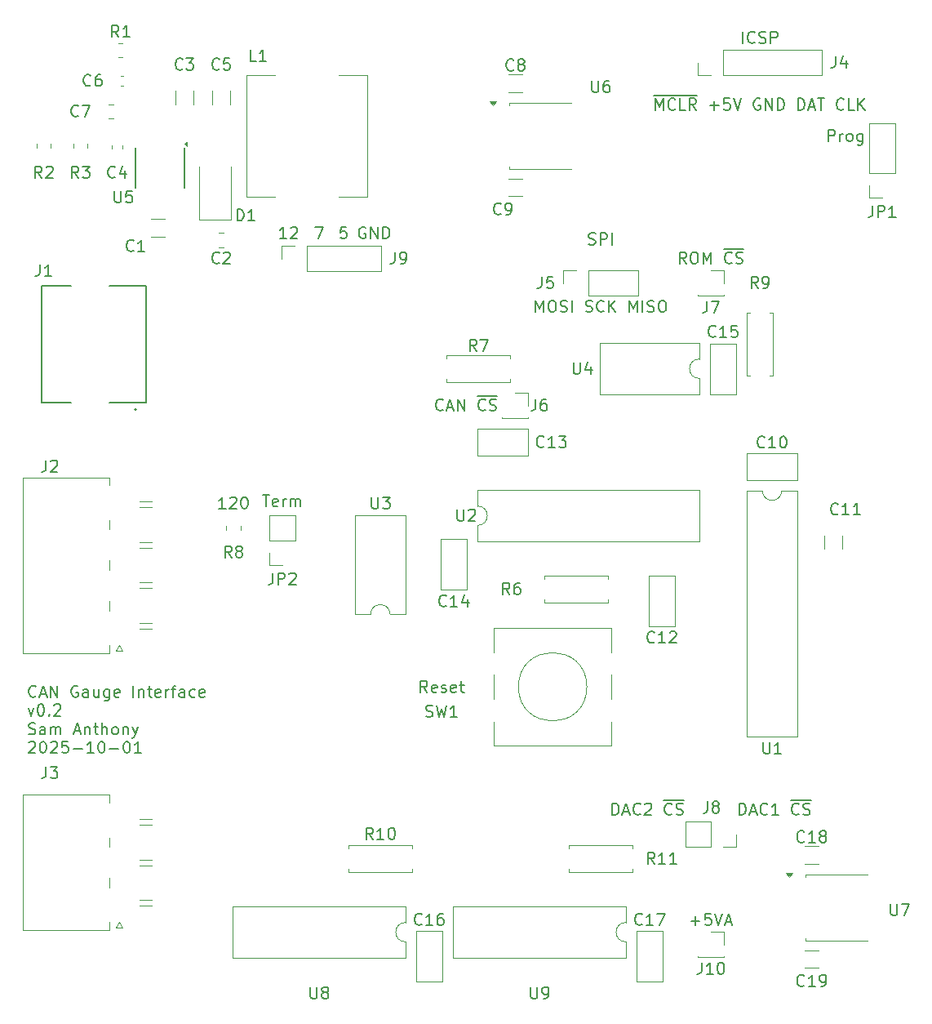
<source format=gbr>
From 38164292dd998cff79f1ceb0ae3d8ca9d95761e7 Mon Sep 17 00:00:00 2001
From: Sam Anthony <sam@samanthony.xyz>
Date: Wed, 15 Oct 2025 16:10:42 -0400
Subject: usbtin bed and standoff models

---
 .../can_gauge_interface-F_Silkscreen.gbr           | 5766 --------------------
 1 file changed, 5766 deletions(-)
 delete mode 100644 hw/manufacturing/can_gauge_interface-F_Silkscreen.gbr

(limited to 'hw/manufacturing/can_gauge_interface-F_Silkscreen.gbr')

diff --git a/hw/manufacturing/can_gauge_interface-F_Silkscreen.gbr b/hw/manufacturing/can_gauge_interface-F_Silkscreen.gbr
deleted file mode 100644
index 9228983..0000000
--- a/hw/manufacturing/can_gauge_interface-F_Silkscreen.gbr
+++ /dev/null
@@ -1,5766 +0,0 @@
-%TF.GenerationSoftware,KiCad,Pcbnew,9.0.0*%
-%TF.CreationDate,2025-10-01T16:31:20-04:00*%
-%TF.ProjectId,can_gauge_interface,63616e5f-6761-4756-9765-5f696e746572,0.2*%
-%TF.SameCoordinates,Original*%
-%TF.FileFunction,Legend,Top*%
-%TF.FilePolarity,Positive*%
-%FSLAX46Y46*%
-G04 Gerber Fmt 4.6, Leading zero omitted, Abs format (unit mm)*
-G04 Created by KiCad (PCBNEW 9.0.0) date 2025-10-01 16:31:20*
-%MOMM*%
-%LPD*%
-G01*
-G04 APERTURE LIST*
-%ADD10C,0.200000*%
-%ADD11C,0.120000*%
-%ADD12C,0.150000*%
-G04 APERTURE END LIST*
-D10*
-X111801428Y-125515600D02*
-X111972857Y-125572742D01*
-X111972857Y-125572742D02*
-X112258571Y-125572742D01*
-X112258571Y-125572742D02*
-X112372857Y-125515600D01*
-X112372857Y-125515600D02*
-X112429999Y-125458457D01*
-X112429999Y-125458457D02*
-X112487142Y-125344171D01*
-X112487142Y-125344171D02*
-X112487142Y-125229885D01*
-X112487142Y-125229885D02*
-X112429999Y-125115600D01*
-X112429999Y-125115600D02*
-X112372857Y-125058457D01*
-X112372857Y-125058457D02*
-X112258571Y-125001314D01*
-X112258571Y-125001314D02*
-X112029999Y-124944171D01*
-X112029999Y-124944171D02*
-X111915714Y-124887028D01*
-X111915714Y-124887028D02*
-X111858571Y-124829885D01*
-X111858571Y-124829885D02*
-X111801428Y-124715600D01*
-X111801428Y-124715600D02*
-X111801428Y-124601314D01*
-X111801428Y-124601314D02*
-X111858571Y-124487028D01*
-X111858571Y-124487028D02*
-X111915714Y-124429885D01*
-X111915714Y-124429885D02*
-X112029999Y-124372742D01*
-X112029999Y-124372742D02*
-X112315714Y-124372742D01*
-X112315714Y-124372742D02*
-X112487142Y-124429885D01*
-X113001428Y-125572742D02*
-X113001428Y-124372742D01*
-X113001428Y-124372742D02*
-X113458571Y-124372742D01*
-X113458571Y-124372742D02*
-X113572856Y-124429885D01*
-X113572856Y-124429885D02*
-X113629999Y-124487028D01*
-X113629999Y-124487028D02*
-X113687142Y-124601314D01*
-X113687142Y-124601314D02*
-X113687142Y-124772742D01*
-X113687142Y-124772742D02*
-X113629999Y-124887028D01*
-X113629999Y-124887028D02*
-X113572856Y-124944171D01*
-X113572856Y-124944171D02*
-X113458571Y-125001314D01*
-X113458571Y-125001314D02*
-X113001428Y-125001314D01*
-X114201428Y-125572742D02*
-X114201428Y-124372742D01*
-X80416428Y-124937742D02*
-X79730714Y-124937742D01*
-X80073571Y-124937742D02*
-X80073571Y-123737742D01*
-X80073571Y-123737742D02*
-X79959285Y-123909171D01*
-X79959285Y-123909171D02*
-X79845000Y-124023457D01*
-X79845000Y-124023457D02*
-X79730714Y-124080600D01*
-X80873571Y-123852028D02*
-X80930714Y-123794885D01*
-X80930714Y-123794885D02*
-X81045000Y-123737742D01*
-X81045000Y-123737742D02*
-X81330714Y-123737742D01*
-X81330714Y-123737742D02*
-X81445000Y-123794885D01*
-X81445000Y-123794885D02*
-X81502142Y-123852028D01*
-X81502142Y-123852028D02*
-X81559285Y-123966314D01*
-X81559285Y-123966314D02*
-X81559285Y-124080600D01*
-X81559285Y-124080600D02*
-X81502142Y-124252028D01*
-X81502142Y-124252028D02*
-X80816428Y-124937742D01*
-X80816428Y-124937742D02*
-X81559285Y-124937742D01*
-X118711428Y-111602742D02*
-X118711428Y-110402742D01*
-X118711428Y-110402742D02*
-X119111428Y-111259885D01*
-X119111428Y-111259885D02*
-X119511428Y-110402742D01*
-X119511428Y-110402742D02*
-X119511428Y-111602742D01*
-X120768571Y-111488457D02*
-X120711428Y-111545600D01*
-X120711428Y-111545600D02*
-X120540000Y-111602742D01*
-X120540000Y-111602742D02*
-X120425714Y-111602742D01*
-X120425714Y-111602742D02*
-X120254285Y-111545600D01*
-X120254285Y-111545600D02*
-X120140000Y-111431314D01*
-X120140000Y-111431314D02*
-X120082857Y-111317028D01*
-X120082857Y-111317028D02*
-X120025714Y-111088457D01*
-X120025714Y-111088457D02*
-X120025714Y-110917028D01*
-X120025714Y-110917028D02*
-X120082857Y-110688457D01*
-X120082857Y-110688457D02*
-X120140000Y-110574171D01*
-X120140000Y-110574171D02*
-X120254285Y-110459885D01*
-X120254285Y-110459885D02*
-X120425714Y-110402742D01*
-X120425714Y-110402742D02*
-X120540000Y-110402742D01*
-X120540000Y-110402742D02*
-X120711428Y-110459885D01*
-X120711428Y-110459885D02*
-X120768571Y-110517028D01*
-X121854285Y-111602742D02*
-X121282857Y-111602742D01*
-X121282857Y-111602742D02*
-X121282857Y-110402742D01*
-X122940000Y-111602742D02*
-X122540000Y-111031314D01*
-X122254286Y-111602742D02*
-X122254286Y-110402742D01*
-X122254286Y-110402742D02*
-X122711429Y-110402742D01*
-X122711429Y-110402742D02*
-X122825714Y-110459885D01*
-X122825714Y-110459885D02*
-X122882857Y-110517028D01*
-X122882857Y-110517028D02*
-X122940000Y-110631314D01*
-X122940000Y-110631314D02*
-X122940000Y-110802742D01*
-X122940000Y-110802742D02*
-X122882857Y-110917028D01*
-X122882857Y-110917028D02*
-X122825714Y-110974171D01*
-X122825714Y-110974171D02*
-X122711429Y-111031314D01*
-X122711429Y-111031314D02*
-X122254286Y-111031314D01*
-X118545714Y-110069600D02*
-X123048572Y-110069600D01*
-X124368572Y-111145600D02*
-X125282858Y-111145600D01*
-X124825715Y-111602742D02*
-X124825715Y-110688457D01*
-X126425714Y-110402742D02*
-X125854286Y-110402742D01*
-X125854286Y-110402742D02*
-X125797143Y-110974171D01*
-X125797143Y-110974171D02*
-X125854286Y-110917028D01*
-X125854286Y-110917028D02*
-X125968572Y-110859885D01*
-X125968572Y-110859885D02*
-X126254286Y-110859885D01*
-X126254286Y-110859885D02*
-X126368572Y-110917028D01*
-X126368572Y-110917028D02*
-X126425714Y-110974171D01*
-X126425714Y-110974171D02*
-X126482857Y-111088457D01*
-X126482857Y-111088457D02*
-X126482857Y-111374171D01*
-X126482857Y-111374171D02*
-X126425714Y-111488457D01*
-X126425714Y-111488457D02*
-X126368572Y-111545600D01*
-X126368572Y-111545600D02*
-X126254286Y-111602742D01*
-X126254286Y-111602742D02*
-X125968572Y-111602742D01*
-X125968572Y-111602742D02*
-X125854286Y-111545600D01*
-X125854286Y-111545600D02*
-X125797143Y-111488457D01*
-X126825714Y-110402742D02*
-X127225714Y-111602742D01*
-X127225714Y-111602742D02*
-X127625714Y-110402742D01*
-X129568571Y-110459885D02*
-X129454286Y-110402742D01*
-X129454286Y-110402742D02*
-X129282857Y-110402742D01*
-X129282857Y-110402742D02*
-X129111428Y-110459885D01*
-X129111428Y-110459885D02*
-X128997143Y-110574171D01*
-X128997143Y-110574171D02*
-X128940000Y-110688457D01*
-X128940000Y-110688457D02*
-X128882857Y-110917028D01*
-X128882857Y-110917028D02*
-X128882857Y-111088457D01*
-X128882857Y-111088457D02*
-X128940000Y-111317028D01*
-X128940000Y-111317028D02*
-X128997143Y-111431314D01*
-X128997143Y-111431314D02*
-X129111428Y-111545600D01*
-X129111428Y-111545600D02*
-X129282857Y-111602742D01*
-X129282857Y-111602742D02*
-X129397143Y-111602742D01*
-X129397143Y-111602742D02*
-X129568571Y-111545600D01*
-X129568571Y-111545600D02*
-X129625714Y-111488457D01*
-X129625714Y-111488457D02*
-X129625714Y-111088457D01*
-X129625714Y-111088457D02*
-X129397143Y-111088457D01*
-X130140000Y-111602742D02*
-X130140000Y-110402742D01*
-X130140000Y-110402742D02*
-X130825714Y-111602742D01*
-X130825714Y-111602742D02*
-X130825714Y-110402742D01*
-X131397143Y-111602742D02*
-X131397143Y-110402742D01*
-X131397143Y-110402742D02*
-X131682857Y-110402742D01*
-X131682857Y-110402742D02*
-X131854286Y-110459885D01*
-X131854286Y-110459885D02*
-X131968571Y-110574171D01*
-X131968571Y-110574171D02*
-X132025714Y-110688457D01*
-X132025714Y-110688457D02*
-X132082857Y-110917028D01*
-X132082857Y-110917028D02*
-X132082857Y-111088457D01*
-X132082857Y-111088457D02*
-X132025714Y-111317028D01*
-X132025714Y-111317028D02*
-X131968571Y-111431314D01*
-X131968571Y-111431314D02*
-X131854286Y-111545600D01*
-X131854286Y-111545600D02*
-X131682857Y-111602742D01*
-X131682857Y-111602742D02*
-X131397143Y-111602742D01*
-X133511429Y-111602742D02*
-X133511429Y-110402742D01*
-X133511429Y-110402742D02*
-X133797143Y-110402742D01*
-X133797143Y-110402742D02*
-X133968572Y-110459885D01*
-X133968572Y-110459885D02*
-X134082857Y-110574171D01*
-X134082857Y-110574171D02*
-X134140000Y-110688457D01*
-X134140000Y-110688457D02*
-X134197143Y-110917028D01*
-X134197143Y-110917028D02*
-X134197143Y-111088457D01*
-X134197143Y-111088457D02*
-X134140000Y-111317028D01*
-X134140000Y-111317028D02*
-X134082857Y-111431314D01*
-X134082857Y-111431314D02*
-X133968572Y-111545600D01*
-X133968572Y-111545600D02*
-X133797143Y-111602742D01*
-X133797143Y-111602742D02*
-X133511429Y-111602742D01*
-X134654286Y-111259885D02*
-X135225715Y-111259885D01*
-X134540000Y-111602742D02*
-X134940000Y-110402742D01*
-X134940000Y-110402742D02*
-X135340000Y-111602742D01*
-X135568571Y-110402742D02*
-X136254286Y-110402742D01*
-X135911428Y-111602742D02*
-X135911428Y-110402742D01*
-X138254286Y-111488457D02*
-X138197143Y-111545600D01*
-X138197143Y-111545600D02*
-X138025715Y-111602742D01*
-X138025715Y-111602742D02*
-X137911429Y-111602742D01*
-X137911429Y-111602742D02*
-X137740000Y-111545600D01*
-X137740000Y-111545600D02*
-X137625715Y-111431314D01*
-X137625715Y-111431314D02*
-X137568572Y-111317028D01*
-X137568572Y-111317028D02*
-X137511429Y-111088457D01*
-X137511429Y-111088457D02*
-X137511429Y-110917028D01*
-X137511429Y-110917028D02*
-X137568572Y-110688457D01*
-X137568572Y-110688457D02*
-X137625715Y-110574171D01*
-X137625715Y-110574171D02*
-X137740000Y-110459885D01*
-X137740000Y-110459885D02*
-X137911429Y-110402742D01*
-X137911429Y-110402742D02*
-X138025715Y-110402742D01*
-X138025715Y-110402742D02*
-X138197143Y-110459885D01*
-X138197143Y-110459885D02*
-X138254286Y-110517028D01*
-X139340000Y-111602742D02*
-X138768572Y-111602742D01*
-X138768572Y-111602742D02*
-X138768572Y-110402742D01*
-X139740001Y-111602742D02*
-X139740001Y-110402742D01*
-X140425715Y-111602742D02*
-X139911429Y-110917028D01*
-X140425715Y-110402742D02*
-X139740001Y-111088457D01*
-X54443006Y-172367658D02*
-X54385863Y-172424801D01*
-X54385863Y-172424801D02*
-X54214435Y-172481943D01*
-X54214435Y-172481943D02*
-X54100149Y-172481943D01*
-X54100149Y-172481943D02*
-X53928720Y-172424801D01*
-X53928720Y-172424801D02*
-X53814435Y-172310515D01*
-X53814435Y-172310515D02*
-X53757292Y-172196229D01*
-X53757292Y-172196229D02*
-X53700149Y-171967658D01*
-X53700149Y-171967658D02*
-X53700149Y-171796229D01*
-X53700149Y-171796229D02*
-X53757292Y-171567658D01*
-X53757292Y-171567658D02*
-X53814435Y-171453372D01*
-X53814435Y-171453372D02*
-X53928720Y-171339086D01*
-X53928720Y-171339086D02*
-X54100149Y-171281943D01*
-X54100149Y-171281943D02*
-X54214435Y-171281943D01*
-X54214435Y-171281943D02*
-X54385863Y-171339086D01*
-X54385863Y-171339086D02*
-X54443006Y-171396229D01*
-X54900149Y-172139086D02*
-X55471578Y-172139086D01*
-X54785863Y-172481943D02*
-X55185863Y-171281943D01*
-X55185863Y-171281943D02*
-X55585863Y-172481943D01*
-X55985863Y-172481943D02*
-X55985863Y-171281943D01*
-X55985863Y-171281943D02*
-X56671577Y-172481943D01*
-X56671577Y-172481943D02*
-X56671577Y-171281943D01*
-X58785863Y-171339086D02*
-X58671578Y-171281943D01*
-X58671578Y-171281943D02*
-X58500149Y-171281943D01*
-X58500149Y-171281943D02*
-X58328720Y-171339086D01*
-X58328720Y-171339086D02*
-X58214435Y-171453372D01*
-X58214435Y-171453372D02*
-X58157292Y-171567658D01*
-X58157292Y-171567658D02*
-X58100149Y-171796229D01*
-X58100149Y-171796229D02*
-X58100149Y-171967658D01*
-X58100149Y-171967658D02*
-X58157292Y-172196229D01*
-X58157292Y-172196229D02*
-X58214435Y-172310515D01*
-X58214435Y-172310515D02*
-X58328720Y-172424801D01*
-X58328720Y-172424801D02*
-X58500149Y-172481943D01*
-X58500149Y-172481943D02*
-X58614435Y-172481943D01*
-X58614435Y-172481943D02*
-X58785863Y-172424801D01*
-X58785863Y-172424801D02*
-X58843006Y-172367658D01*
-X58843006Y-172367658D02*
-X58843006Y-171967658D01*
-X58843006Y-171967658D02*
-X58614435Y-171967658D01*
-X59871578Y-172481943D02*
-X59871578Y-171853372D01*
-X59871578Y-171853372D02*
-X59814435Y-171739086D01*
-X59814435Y-171739086D02*
-X59700149Y-171681943D01*
-X59700149Y-171681943D02*
-X59471578Y-171681943D01*
-X59471578Y-171681943D02*
-X59357292Y-171739086D01*
-X59871578Y-172424801D02*
-X59757292Y-172481943D01*
-X59757292Y-172481943D02*
-X59471578Y-172481943D01*
-X59471578Y-172481943D02*
-X59357292Y-172424801D01*
-X59357292Y-172424801D02*
-X59300149Y-172310515D01*
-X59300149Y-172310515D02*
-X59300149Y-172196229D01*
-X59300149Y-172196229D02*
-X59357292Y-172081943D01*
-X59357292Y-172081943D02*
-X59471578Y-172024801D01*
-X59471578Y-172024801D02*
-X59757292Y-172024801D01*
-X59757292Y-172024801D02*
-X59871578Y-171967658D01*
-X60957292Y-171681943D02*
-X60957292Y-172481943D01*
-X60443006Y-171681943D02*
-X60443006Y-172310515D01*
-X60443006Y-172310515D02*
-X60500149Y-172424801D01*
-X60500149Y-172424801D02*
-X60614434Y-172481943D01*
-X60614434Y-172481943D02*
-X60785863Y-172481943D01*
-X60785863Y-172481943D02*
-X60900149Y-172424801D01*
-X60900149Y-172424801D02*
-X60957292Y-172367658D01*
-X62043006Y-171681943D02*
-X62043006Y-172653372D01*
-X62043006Y-172653372D02*
-X61985863Y-172767658D01*
-X61985863Y-172767658D02*
-X61928720Y-172824801D01*
-X61928720Y-172824801D02*
-X61814434Y-172881943D01*
-X61814434Y-172881943D02*
-X61643006Y-172881943D01*
-X61643006Y-172881943D02*
-X61528720Y-172824801D01*
-X62043006Y-172424801D02*
-X61928720Y-172481943D01*
-X61928720Y-172481943D02*
-X61700148Y-172481943D01*
-X61700148Y-172481943D02*
-X61585863Y-172424801D01*
-X61585863Y-172424801D02*
-X61528720Y-172367658D01*
-X61528720Y-172367658D02*
-X61471577Y-172253372D01*
-X61471577Y-172253372D02*
-X61471577Y-171910515D01*
-X61471577Y-171910515D02*
-X61528720Y-171796229D01*
-X61528720Y-171796229D02*
-X61585863Y-171739086D01*
-X61585863Y-171739086D02*
-X61700148Y-171681943D01*
-X61700148Y-171681943D02*
-X61928720Y-171681943D01*
-X61928720Y-171681943D02*
-X62043006Y-171739086D01*
-X63071577Y-172424801D02*
-X62957291Y-172481943D01*
-X62957291Y-172481943D02*
-X62728720Y-172481943D01*
-X62728720Y-172481943D02*
-X62614434Y-172424801D01*
-X62614434Y-172424801D02*
-X62557291Y-172310515D01*
-X62557291Y-172310515D02*
-X62557291Y-171853372D01*
-X62557291Y-171853372D02*
-X62614434Y-171739086D01*
-X62614434Y-171739086D02*
-X62728720Y-171681943D01*
-X62728720Y-171681943D02*
-X62957291Y-171681943D01*
-X62957291Y-171681943D02*
-X63071577Y-171739086D01*
-X63071577Y-171739086D02*
-X63128720Y-171853372D01*
-X63128720Y-171853372D02*
-X63128720Y-171967658D01*
-X63128720Y-171967658D02*
-X62557291Y-172081943D01*
-X64557291Y-172481943D02*
-X64557291Y-171281943D01*
-X65128720Y-171681943D02*
-X65128720Y-172481943D01*
-X65128720Y-171796229D02*
-X65185863Y-171739086D01*
-X65185863Y-171739086D02*
-X65300148Y-171681943D01*
-X65300148Y-171681943D02*
-X65471577Y-171681943D01*
-X65471577Y-171681943D02*
-X65585863Y-171739086D01*
-X65585863Y-171739086D02*
-X65643006Y-171853372D01*
-X65643006Y-171853372D02*
-X65643006Y-172481943D01*
-X66043005Y-171681943D02*
-X66500148Y-171681943D01*
-X66214434Y-171281943D02*
-X66214434Y-172310515D01*
-X66214434Y-172310515D02*
-X66271577Y-172424801D01*
-X66271577Y-172424801D02*
-X66385862Y-172481943D01*
-X66385862Y-172481943D02*
-X66500148Y-172481943D01*
-X67357291Y-172424801D02*
-X67243005Y-172481943D01*
-X67243005Y-172481943D02*
-X67014434Y-172481943D01*
-X67014434Y-172481943D02*
-X66900148Y-172424801D01*
-X66900148Y-172424801D02*
-X66843005Y-172310515D01*
-X66843005Y-172310515D02*
-X66843005Y-171853372D01*
-X66843005Y-171853372D02*
-X66900148Y-171739086D01*
-X66900148Y-171739086D02*
-X67014434Y-171681943D01*
-X67014434Y-171681943D02*
-X67243005Y-171681943D01*
-X67243005Y-171681943D02*
-X67357291Y-171739086D01*
-X67357291Y-171739086D02*
-X67414434Y-171853372D01*
-X67414434Y-171853372D02*
-X67414434Y-171967658D01*
-X67414434Y-171967658D02*
-X66843005Y-172081943D01*
-X67928719Y-172481943D02*
-X67928719Y-171681943D01*
-X67928719Y-171910515D02*
-X67985862Y-171796229D01*
-X67985862Y-171796229D02*
-X68043005Y-171739086D01*
-X68043005Y-171739086D02*
-X68157290Y-171681943D01*
-X68157290Y-171681943D02*
-X68271576Y-171681943D01*
-X68500147Y-171681943D02*
-X68957290Y-171681943D01*
-X68671576Y-172481943D02*
-X68671576Y-171453372D01*
-X68671576Y-171453372D02*
-X68728719Y-171339086D01*
-X68728719Y-171339086D02*
-X68843004Y-171281943D01*
-X68843004Y-171281943D02*
-X68957290Y-171281943D01*
-X69871576Y-172481943D02*
-X69871576Y-171853372D01*
-X69871576Y-171853372D02*
-X69814433Y-171739086D01*
-X69814433Y-171739086D02*
-X69700147Y-171681943D01*
-X69700147Y-171681943D02*
-X69471576Y-171681943D01*
-X69471576Y-171681943D02*
-X69357290Y-171739086D01*
-X69871576Y-172424801D02*
-X69757290Y-172481943D01*
-X69757290Y-172481943D02*
-X69471576Y-172481943D01*
-X69471576Y-172481943D02*
-X69357290Y-172424801D01*
-X69357290Y-172424801D02*
-X69300147Y-172310515D01*
-X69300147Y-172310515D02*
-X69300147Y-172196229D01*
-X69300147Y-172196229D02*
-X69357290Y-172081943D01*
-X69357290Y-172081943D02*
-X69471576Y-172024801D01*
-X69471576Y-172024801D02*
-X69757290Y-172024801D01*
-X69757290Y-172024801D02*
-X69871576Y-171967658D01*
-X70957290Y-172424801D02*
-X70843004Y-172481943D01*
-X70843004Y-172481943D02*
-X70614432Y-172481943D01*
-X70614432Y-172481943D02*
-X70500147Y-172424801D01*
-X70500147Y-172424801D02*
-X70443004Y-172367658D01*
-X70443004Y-172367658D02*
-X70385861Y-172253372D01*
-X70385861Y-172253372D02*
-X70385861Y-171910515D01*
-X70385861Y-171910515D02*
-X70443004Y-171796229D01*
-X70443004Y-171796229D02*
-X70500147Y-171739086D01*
-X70500147Y-171739086D02*
-X70614432Y-171681943D01*
-X70614432Y-171681943D02*
-X70843004Y-171681943D01*
-X70843004Y-171681943D02*
-X70957290Y-171739086D01*
-X71928718Y-172424801D02*
-X71814432Y-172481943D01*
-X71814432Y-172481943D02*
-X71585861Y-172481943D01*
-X71585861Y-172481943D02*
-X71471575Y-172424801D01*
-X71471575Y-172424801D02*
-X71414432Y-172310515D01*
-X71414432Y-172310515D02*
-X71414432Y-171853372D01*
-X71414432Y-171853372D02*
-X71471575Y-171739086D01*
-X71471575Y-171739086D02*
-X71585861Y-171681943D01*
-X71585861Y-171681943D02*
-X71814432Y-171681943D01*
-X71814432Y-171681943D02*
-X71928718Y-171739086D01*
-X71928718Y-171739086D02*
-X71985861Y-171853372D01*
-X71985861Y-171853372D02*
-X71985861Y-171967658D01*
-X71985861Y-171967658D02*
-X71414432Y-172081943D01*
-X53643006Y-173613876D02*
-X53928720Y-174413876D01*
-X53928720Y-174413876D02*
-X54214435Y-173613876D01*
-X54900149Y-173213876D02*
-X55014435Y-173213876D01*
-X55014435Y-173213876D02*
-X55128721Y-173271019D01*
-X55128721Y-173271019D02*
-X55185864Y-173328162D01*
-X55185864Y-173328162D02*
-X55243006Y-173442448D01*
-X55243006Y-173442448D02*
-X55300149Y-173671019D01*
-X55300149Y-173671019D02*
-X55300149Y-173956734D01*
-X55300149Y-173956734D02*
-X55243006Y-174185305D01*
-X55243006Y-174185305D02*
-X55185864Y-174299591D01*
-X55185864Y-174299591D02*
-X55128721Y-174356734D01*
-X55128721Y-174356734D02*
-X55014435Y-174413876D01*
-X55014435Y-174413876D02*
-X54900149Y-174413876D01*
-X54900149Y-174413876D02*
-X54785864Y-174356734D01*
-X54785864Y-174356734D02*
-X54728721Y-174299591D01*
-X54728721Y-174299591D02*
-X54671578Y-174185305D01*
-X54671578Y-174185305D02*
-X54614435Y-173956734D01*
-X54614435Y-173956734D02*
-X54614435Y-173671019D01*
-X54614435Y-173671019D02*
-X54671578Y-173442448D01*
-X54671578Y-173442448D02*
-X54728721Y-173328162D01*
-X54728721Y-173328162D02*
-X54785864Y-173271019D01*
-X54785864Y-173271019D02*
-X54900149Y-173213876D01*
-X55814435Y-174299591D02*
-X55871578Y-174356734D01*
-X55871578Y-174356734D02*
-X55814435Y-174413876D01*
-X55814435Y-174413876D02*
-X55757292Y-174356734D01*
-X55757292Y-174356734D02*
-X55814435Y-174299591D01*
-X55814435Y-174299591D02*
-X55814435Y-174413876D01*
-X56328721Y-173328162D02*
-X56385864Y-173271019D01*
-X56385864Y-173271019D02*
-X56500150Y-173213876D01*
-X56500150Y-173213876D02*
-X56785864Y-173213876D01*
-X56785864Y-173213876D02*
-X56900150Y-173271019D01*
-X56900150Y-173271019D02*
-X56957292Y-173328162D01*
-X56957292Y-173328162D02*
-X57014435Y-173442448D01*
-X57014435Y-173442448D02*
-X57014435Y-173556734D01*
-X57014435Y-173556734D02*
-X56957292Y-173728162D01*
-X56957292Y-173728162D02*
-X56271578Y-174413876D01*
-X56271578Y-174413876D02*
-X57014435Y-174413876D01*
-X53700149Y-176288667D02*
-X53871578Y-176345809D01*
-X53871578Y-176345809D02*
-X54157292Y-176345809D01*
-X54157292Y-176345809D02*
-X54271578Y-176288667D01*
-X54271578Y-176288667D02*
-X54328720Y-176231524D01*
-X54328720Y-176231524D02*
-X54385863Y-176117238D01*
-X54385863Y-176117238D02*
-X54385863Y-176002952D01*
-X54385863Y-176002952D02*
-X54328720Y-175888667D01*
-X54328720Y-175888667D02*
-X54271578Y-175831524D01*
-X54271578Y-175831524D02*
-X54157292Y-175774381D01*
-X54157292Y-175774381D02*
-X53928720Y-175717238D01*
-X53928720Y-175717238D02*
-X53814435Y-175660095D01*
-X53814435Y-175660095D02*
-X53757292Y-175602952D01*
-X53757292Y-175602952D02*
-X53700149Y-175488667D01*
-X53700149Y-175488667D02*
-X53700149Y-175374381D01*
-X53700149Y-175374381D02*
-X53757292Y-175260095D01*
-X53757292Y-175260095D02*
-X53814435Y-175202952D01*
-X53814435Y-175202952D02*
-X53928720Y-175145809D01*
-X53928720Y-175145809D02*
-X54214435Y-175145809D01*
-X54214435Y-175145809D02*
-X54385863Y-175202952D01*
-X55414435Y-176345809D02*
-X55414435Y-175717238D01*
-X55414435Y-175717238D02*
-X55357292Y-175602952D01*
-X55357292Y-175602952D02*
-X55243006Y-175545809D01*
-X55243006Y-175545809D02*
-X55014435Y-175545809D01*
-X55014435Y-175545809D02*
-X54900149Y-175602952D01*
-X55414435Y-176288667D02*
-X55300149Y-176345809D01*
-X55300149Y-176345809D02*
-X55014435Y-176345809D01*
-X55014435Y-176345809D02*
-X54900149Y-176288667D01*
-X54900149Y-176288667D02*
-X54843006Y-176174381D01*
-X54843006Y-176174381D02*
-X54843006Y-176060095D01*
-X54843006Y-176060095D02*
-X54900149Y-175945809D01*
-X54900149Y-175945809D02*
-X55014435Y-175888667D01*
-X55014435Y-175888667D02*
-X55300149Y-175888667D01*
-X55300149Y-175888667D02*
-X55414435Y-175831524D01*
-X55985863Y-176345809D02*
-X55985863Y-175545809D01*
-X55985863Y-175660095D02*
-X56043006Y-175602952D01*
-X56043006Y-175602952D02*
-X56157291Y-175545809D01*
-X56157291Y-175545809D02*
-X56328720Y-175545809D01*
-X56328720Y-175545809D02*
-X56443006Y-175602952D01*
-X56443006Y-175602952D02*
-X56500149Y-175717238D01*
-X56500149Y-175717238D02*
-X56500149Y-176345809D01*
-X56500149Y-175717238D02*
-X56557291Y-175602952D01*
-X56557291Y-175602952D02*
-X56671577Y-175545809D01*
-X56671577Y-175545809D02*
-X56843006Y-175545809D01*
-X56843006Y-175545809D02*
-X56957291Y-175602952D01*
-X56957291Y-175602952D02*
-X57014434Y-175717238D01*
-X57014434Y-175717238D02*
-X57014434Y-176345809D01*
-X58443006Y-176002952D02*
-X59014435Y-176002952D01*
-X58328720Y-176345809D02*
-X58728720Y-175145809D01*
-X58728720Y-175145809D02*
-X59128720Y-176345809D01*
-X59528720Y-175545809D02*
-X59528720Y-176345809D01*
-X59528720Y-175660095D02*
-X59585863Y-175602952D01*
-X59585863Y-175602952D02*
-X59700148Y-175545809D01*
-X59700148Y-175545809D02*
-X59871577Y-175545809D01*
-X59871577Y-175545809D02*
-X59985863Y-175602952D01*
-X59985863Y-175602952D02*
-X60043006Y-175717238D01*
-X60043006Y-175717238D02*
-X60043006Y-176345809D01*
-X60443005Y-175545809D02*
-X60900148Y-175545809D01*
-X60614434Y-175145809D02*
-X60614434Y-176174381D01*
-X60614434Y-176174381D02*
-X60671577Y-176288667D01*
-X60671577Y-176288667D02*
-X60785862Y-176345809D01*
-X60785862Y-176345809D02*
-X60900148Y-176345809D01*
-X61300148Y-176345809D02*
-X61300148Y-175145809D01*
-X61814434Y-176345809D02*
-X61814434Y-175717238D01*
-X61814434Y-175717238D02*
-X61757291Y-175602952D01*
-X61757291Y-175602952D02*
-X61643005Y-175545809D01*
-X61643005Y-175545809D02*
-X61471576Y-175545809D01*
-X61471576Y-175545809D02*
-X61357291Y-175602952D01*
-X61357291Y-175602952D02*
-X61300148Y-175660095D01*
-X62557290Y-176345809D02*
-X62443005Y-176288667D01*
-X62443005Y-176288667D02*
-X62385862Y-176231524D01*
-X62385862Y-176231524D02*
-X62328719Y-176117238D01*
-X62328719Y-176117238D02*
-X62328719Y-175774381D01*
-X62328719Y-175774381D02*
-X62385862Y-175660095D01*
-X62385862Y-175660095D02*
-X62443005Y-175602952D01*
-X62443005Y-175602952D02*
-X62557290Y-175545809D01*
-X62557290Y-175545809D02*
-X62728719Y-175545809D01*
-X62728719Y-175545809D02*
-X62843005Y-175602952D01*
-X62843005Y-175602952D02*
-X62900148Y-175660095D01*
-X62900148Y-175660095D02*
-X62957290Y-175774381D01*
-X62957290Y-175774381D02*
-X62957290Y-176117238D01*
-X62957290Y-176117238D02*
-X62900148Y-176231524D01*
-X62900148Y-176231524D02*
-X62843005Y-176288667D01*
-X62843005Y-176288667D02*
-X62728719Y-176345809D01*
-X62728719Y-176345809D02*
-X62557290Y-176345809D01*
-X63471576Y-175545809D02*
-X63471576Y-176345809D01*
-X63471576Y-175660095D02*
-X63528719Y-175602952D01*
-X63528719Y-175602952D02*
-X63643004Y-175545809D01*
-X63643004Y-175545809D02*
-X63814433Y-175545809D01*
-X63814433Y-175545809D02*
-X63928719Y-175602952D01*
-X63928719Y-175602952D02*
-X63985862Y-175717238D01*
-X63985862Y-175717238D02*
-X63985862Y-176345809D01*
-X64443004Y-175545809D02*
-X64728718Y-176345809D01*
-X65014433Y-175545809D02*
-X64728718Y-176345809D01*
-X64728718Y-176345809D02*
-X64614433Y-176631524D01*
-X64614433Y-176631524D02*
-X64557290Y-176688667D01*
-X64557290Y-176688667D02*
-X64443004Y-176745809D01*
-X53700149Y-177192028D02*
-X53757292Y-177134885D01*
-X53757292Y-177134885D02*
-X53871578Y-177077742D01*
-X53871578Y-177077742D02*
-X54157292Y-177077742D01*
-X54157292Y-177077742D02*
-X54271578Y-177134885D01*
-X54271578Y-177134885D02*
-X54328720Y-177192028D01*
-X54328720Y-177192028D02*
-X54385863Y-177306314D01*
-X54385863Y-177306314D02*
-X54385863Y-177420600D01*
-X54385863Y-177420600D02*
-X54328720Y-177592028D01*
-X54328720Y-177592028D02*
-X53643006Y-178277742D01*
-X53643006Y-178277742D02*
-X54385863Y-178277742D01*
-X55128720Y-177077742D02*
-X55243006Y-177077742D01*
-X55243006Y-177077742D02*
-X55357292Y-177134885D01*
-X55357292Y-177134885D02*
-X55414435Y-177192028D01*
-X55414435Y-177192028D02*
-X55471577Y-177306314D01*
-X55471577Y-177306314D02*
-X55528720Y-177534885D01*
-X55528720Y-177534885D02*
-X55528720Y-177820600D01*
-X55528720Y-177820600D02*
-X55471577Y-178049171D01*
-X55471577Y-178049171D02*
-X55414435Y-178163457D01*
-X55414435Y-178163457D02*
-X55357292Y-178220600D01*
-X55357292Y-178220600D02*
-X55243006Y-178277742D01*
-X55243006Y-178277742D02*
-X55128720Y-178277742D01*
-X55128720Y-178277742D02*
-X55014435Y-178220600D01*
-X55014435Y-178220600D02*
-X54957292Y-178163457D01*
-X54957292Y-178163457D02*
-X54900149Y-178049171D01*
-X54900149Y-178049171D02*
-X54843006Y-177820600D01*
-X54843006Y-177820600D02*
-X54843006Y-177534885D01*
-X54843006Y-177534885D02*
-X54900149Y-177306314D01*
-X54900149Y-177306314D02*
-X54957292Y-177192028D01*
-X54957292Y-177192028D02*
-X55014435Y-177134885D01*
-X55014435Y-177134885D02*
-X55128720Y-177077742D01*
-X55985863Y-177192028D02*
-X56043006Y-177134885D01*
-X56043006Y-177134885D02*
-X56157292Y-177077742D01*
-X56157292Y-177077742D02*
-X56443006Y-177077742D01*
-X56443006Y-177077742D02*
-X56557292Y-177134885D01*
-X56557292Y-177134885D02*
-X56614434Y-177192028D01*
-X56614434Y-177192028D02*
-X56671577Y-177306314D01*
-X56671577Y-177306314D02*
-X56671577Y-177420600D01*
-X56671577Y-177420600D02*
-X56614434Y-177592028D01*
-X56614434Y-177592028D02*
-X55928720Y-178277742D01*
-X55928720Y-178277742D02*
-X56671577Y-178277742D01*
-X57757291Y-177077742D02*
-X57185863Y-177077742D01*
-X57185863Y-177077742D02*
-X57128720Y-177649171D01*
-X57128720Y-177649171D02*
-X57185863Y-177592028D01*
-X57185863Y-177592028D02*
-X57300149Y-177534885D01*
-X57300149Y-177534885D02*
-X57585863Y-177534885D01*
-X57585863Y-177534885D02*
-X57700149Y-177592028D01*
-X57700149Y-177592028D02*
-X57757291Y-177649171D01*
-X57757291Y-177649171D02*
-X57814434Y-177763457D01*
-X57814434Y-177763457D02*
-X57814434Y-178049171D01*
-X57814434Y-178049171D02*
-X57757291Y-178163457D01*
-X57757291Y-178163457D02*
-X57700149Y-178220600D01*
-X57700149Y-178220600D02*
-X57585863Y-178277742D01*
-X57585863Y-178277742D02*
-X57300149Y-178277742D01*
-X57300149Y-178277742D02*
-X57185863Y-178220600D01*
-X57185863Y-178220600D02*
-X57128720Y-178163457D01*
-X58328720Y-177820600D02*
-X59243006Y-177820600D01*
-X60443005Y-178277742D02*
-X59757291Y-178277742D01*
-X60100148Y-178277742D02*
-X60100148Y-177077742D01*
-X60100148Y-177077742D02*
-X59985862Y-177249171D01*
-X59985862Y-177249171D02*
-X59871577Y-177363457D01*
-X59871577Y-177363457D02*
-X59757291Y-177420600D01*
-X61185862Y-177077742D02*
-X61300148Y-177077742D01*
-X61300148Y-177077742D02*
-X61414434Y-177134885D01*
-X61414434Y-177134885D02*
-X61471577Y-177192028D01*
-X61471577Y-177192028D02*
-X61528719Y-177306314D01*
-X61528719Y-177306314D02*
-X61585862Y-177534885D01*
-X61585862Y-177534885D02*
-X61585862Y-177820600D01*
-X61585862Y-177820600D02*
-X61528719Y-178049171D01*
-X61528719Y-178049171D02*
-X61471577Y-178163457D01*
-X61471577Y-178163457D02*
-X61414434Y-178220600D01*
-X61414434Y-178220600D02*
-X61300148Y-178277742D01*
-X61300148Y-178277742D02*
-X61185862Y-178277742D01*
-X61185862Y-178277742D02*
-X61071577Y-178220600D01*
-X61071577Y-178220600D02*
-X61014434Y-178163457D01*
-X61014434Y-178163457D02*
-X60957291Y-178049171D01*
-X60957291Y-178049171D02*
-X60900148Y-177820600D01*
-X60900148Y-177820600D02*
-X60900148Y-177534885D01*
-X60900148Y-177534885D02*
-X60957291Y-177306314D01*
-X60957291Y-177306314D02*
-X61014434Y-177192028D01*
-X61014434Y-177192028D02*
-X61071577Y-177134885D01*
-X61071577Y-177134885D02*
-X61185862Y-177077742D01*
-X62100148Y-177820600D02*
-X63014434Y-177820600D01*
-X63814433Y-177077742D02*
-X63928719Y-177077742D01*
-X63928719Y-177077742D02*
-X64043005Y-177134885D01*
-X64043005Y-177134885D02*
-X64100148Y-177192028D01*
-X64100148Y-177192028D02*
-X64157290Y-177306314D01*
-X64157290Y-177306314D02*
-X64214433Y-177534885D01*
-X64214433Y-177534885D02*
-X64214433Y-177820600D01*
-X64214433Y-177820600D02*
-X64157290Y-178049171D01*
-X64157290Y-178049171D02*
-X64100148Y-178163457D01*
-X64100148Y-178163457D02*
-X64043005Y-178220600D01*
-X64043005Y-178220600D02*
-X63928719Y-178277742D01*
-X63928719Y-178277742D02*
-X63814433Y-178277742D01*
-X63814433Y-178277742D02*
-X63700148Y-178220600D01*
-X63700148Y-178220600D02*
-X63643005Y-178163457D01*
-X63643005Y-178163457D02*
-X63585862Y-178049171D01*
-X63585862Y-178049171D02*
-X63528719Y-177820600D01*
-X63528719Y-177820600D02*
-X63528719Y-177534885D01*
-X63528719Y-177534885D02*
-X63585862Y-177306314D01*
-X63585862Y-177306314D02*
-X63643005Y-177192028D01*
-X63643005Y-177192028D02*
-X63700148Y-177134885D01*
-X63700148Y-177134885D02*
-X63814433Y-177077742D01*
-X65357290Y-178277742D02*
-X64671576Y-178277742D01*
-X65014433Y-178277742D02*
-X65014433Y-177077742D01*
-X65014433Y-177077742D02*
-X64900147Y-177249171D01*
-X64900147Y-177249171D02*
-X64785862Y-177363457D01*
-X64785862Y-177363457D02*
-X64671576Y-177420600D01*
-X88620714Y-123794885D02*
-X88506429Y-123737742D01*
-X88506429Y-123737742D02*
-X88335000Y-123737742D01*
-X88335000Y-123737742D02*
-X88163571Y-123794885D01*
-X88163571Y-123794885D02*
-X88049286Y-123909171D01*
-X88049286Y-123909171D02*
-X87992143Y-124023457D01*
-X87992143Y-124023457D02*
-X87935000Y-124252028D01*
-X87935000Y-124252028D02*
-X87935000Y-124423457D01*
-X87935000Y-124423457D02*
-X87992143Y-124652028D01*
-X87992143Y-124652028D02*
-X88049286Y-124766314D01*
-X88049286Y-124766314D02*
-X88163571Y-124880600D01*
-X88163571Y-124880600D02*
-X88335000Y-124937742D01*
-X88335000Y-124937742D02*
-X88449286Y-124937742D01*
-X88449286Y-124937742D02*
-X88620714Y-124880600D01*
-X88620714Y-124880600D02*
-X88677857Y-124823457D01*
-X88677857Y-124823457D02*
-X88677857Y-124423457D01*
-X88677857Y-124423457D02*
-X88449286Y-124423457D01*
-X89192143Y-124937742D02*
-X89192143Y-123737742D01*
-X89192143Y-123737742D02*
-X89877857Y-124937742D01*
-X89877857Y-124937742D02*
-X89877857Y-123737742D01*
-X90449286Y-124937742D02*
-X90449286Y-123737742D01*
-X90449286Y-123737742D02*
-X90735000Y-123737742D01*
-X90735000Y-123737742D02*
-X90906429Y-123794885D01*
-X90906429Y-123794885D02*
-X91020714Y-123909171D01*
-X91020714Y-123909171D02*
-X91077857Y-124023457D01*
-X91077857Y-124023457D02*
-X91135000Y-124252028D01*
-X91135000Y-124252028D02*
-X91135000Y-124423457D01*
-X91135000Y-124423457D02*
-X91077857Y-124652028D01*
-X91077857Y-124652028D02*
-X91020714Y-124766314D01*
-X91020714Y-124766314D02*
-X90906429Y-124880600D01*
-X90906429Y-124880600D02*
-X90735000Y-124937742D01*
-X90735000Y-124937742D02*
-X90449286Y-124937742D01*
-X83420000Y-123737742D02*
-X84220000Y-123737742D01*
-X84220000Y-123737742D02*
-X83705714Y-124937742D01*
-X114245565Y-184694742D02*
-X114245565Y-183494742D01*
-X114245565Y-183494742D02*
-X114531279Y-183494742D01*
-X114531279Y-183494742D02*
-X114702708Y-183551885D01*
-X114702708Y-183551885D02*
-X114816993Y-183666171D01*
-X114816993Y-183666171D02*
-X114874136Y-183780457D01*
-X114874136Y-183780457D02*
-X114931279Y-184009028D01*
-X114931279Y-184009028D02*
-X114931279Y-184180457D01*
-X114931279Y-184180457D02*
-X114874136Y-184409028D01*
-X114874136Y-184409028D02*
-X114816993Y-184523314D01*
-X114816993Y-184523314D02*
-X114702708Y-184637600D01*
-X114702708Y-184637600D02*
-X114531279Y-184694742D01*
-X114531279Y-184694742D02*
-X114245565Y-184694742D01*
-X115388422Y-184351885D02*
-X115959851Y-184351885D01*
-X115274136Y-184694742D02*
-X115674136Y-183494742D01*
-X115674136Y-183494742D02*
-X116074136Y-184694742D01*
-X117159850Y-184580457D02*
-X117102707Y-184637600D01*
-X117102707Y-184637600D02*
-X116931279Y-184694742D01*
-X116931279Y-184694742D02*
-X116816993Y-184694742D01*
-X116816993Y-184694742D02*
-X116645564Y-184637600D01*
-X116645564Y-184637600D02*
-X116531279Y-184523314D01*
-X116531279Y-184523314D02*
-X116474136Y-184409028D01*
-X116474136Y-184409028D02*
-X116416993Y-184180457D01*
-X116416993Y-184180457D02*
-X116416993Y-184009028D01*
-X116416993Y-184009028D02*
-X116474136Y-183780457D01*
-X116474136Y-183780457D02*
-X116531279Y-183666171D01*
-X116531279Y-183666171D02*
-X116645564Y-183551885D01*
-X116645564Y-183551885D02*
-X116816993Y-183494742D01*
-X116816993Y-183494742D02*
-X116931279Y-183494742D01*
-X116931279Y-183494742D02*
-X117102707Y-183551885D01*
-X117102707Y-183551885D02*
-X117159850Y-183609028D01*
-X117616993Y-183609028D02*
-X117674136Y-183551885D01*
-X117674136Y-183551885D02*
-X117788422Y-183494742D01*
-X117788422Y-183494742D02*
-X118074136Y-183494742D01*
-X118074136Y-183494742D02*
-X118188422Y-183551885D01*
-X118188422Y-183551885D02*
-X118245564Y-183609028D01*
-X118245564Y-183609028D02*
-X118302707Y-183723314D01*
-X118302707Y-183723314D02*
-X118302707Y-183837600D01*
-X118302707Y-183837600D02*
-X118245564Y-184009028D01*
-X118245564Y-184009028D02*
-X117559850Y-184694742D01*
-X117559850Y-184694742D02*
-X118302707Y-184694742D01*
-X120416993Y-184580457D02*
-X120359850Y-184637600D01*
-X120359850Y-184637600D02*
-X120188422Y-184694742D01*
-X120188422Y-184694742D02*
-X120074136Y-184694742D01*
-X120074136Y-184694742D02*
-X119902707Y-184637600D01*
-X119902707Y-184637600D02*
-X119788422Y-184523314D01*
-X119788422Y-184523314D02*
-X119731279Y-184409028D01*
-X119731279Y-184409028D02*
-X119674136Y-184180457D01*
-X119674136Y-184180457D02*
-X119674136Y-184009028D01*
-X119674136Y-184009028D02*
-X119731279Y-183780457D01*
-X119731279Y-183780457D02*
-X119788422Y-183666171D01*
-X119788422Y-183666171D02*
-X119902707Y-183551885D01*
-X119902707Y-183551885D02*
-X120074136Y-183494742D01*
-X120074136Y-183494742D02*
-X120188422Y-183494742D01*
-X120188422Y-183494742D02*
-X120359850Y-183551885D01*
-X120359850Y-183551885D02*
-X120416993Y-183609028D01*
-X120874136Y-184637600D02*
-X121045565Y-184694742D01*
-X121045565Y-184694742D02*
-X121331279Y-184694742D01*
-X121331279Y-184694742D02*
-X121445565Y-184637600D01*
-X121445565Y-184637600D02*
-X121502707Y-184580457D01*
-X121502707Y-184580457D02*
-X121559850Y-184466171D01*
-X121559850Y-184466171D02*
-X121559850Y-184351885D01*
-X121559850Y-184351885D02*
-X121502707Y-184237600D01*
-X121502707Y-184237600D02*
-X121445565Y-184180457D01*
-X121445565Y-184180457D02*
-X121331279Y-184123314D01*
-X121331279Y-184123314D02*
-X121102707Y-184066171D01*
-X121102707Y-184066171D02*
-X120988422Y-184009028D01*
-X120988422Y-184009028D02*
-X120931279Y-183951885D01*
-X120931279Y-183951885D02*
-X120874136Y-183837600D01*
-X120874136Y-183837600D02*
-X120874136Y-183723314D01*
-X120874136Y-183723314D02*
-X120931279Y-183609028D01*
-X120931279Y-183609028D02*
-X120988422Y-183551885D01*
-X120988422Y-183551885D02*
-X121102707Y-183494742D01*
-X121102707Y-183494742D02*
-X121388422Y-183494742D01*
-X121388422Y-183494742D02*
-X121559850Y-183551885D01*
-X119565565Y-183161600D02*
-X121668422Y-183161600D01*
-X127417292Y-184694742D02*
-X127417292Y-183494742D01*
-X127417292Y-183494742D02*
-X127703006Y-183494742D01*
-X127703006Y-183494742D02*
-X127874435Y-183551885D01*
-X127874435Y-183551885D02*
-X127988720Y-183666171D01*
-X127988720Y-183666171D02*
-X128045863Y-183780457D01*
-X128045863Y-183780457D02*
-X128103006Y-184009028D01*
-X128103006Y-184009028D02*
-X128103006Y-184180457D01*
-X128103006Y-184180457D02*
-X128045863Y-184409028D01*
-X128045863Y-184409028D02*
-X127988720Y-184523314D01*
-X127988720Y-184523314D02*
-X127874435Y-184637600D01*
-X127874435Y-184637600D02*
-X127703006Y-184694742D01*
-X127703006Y-184694742D02*
-X127417292Y-184694742D01*
-X128560149Y-184351885D02*
-X129131578Y-184351885D01*
-X128445863Y-184694742D02*
-X128845863Y-183494742D01*
-X128845863Y-183494742D02*
-X129245863Y-184694742D01*
-X130331577Y-184580457D02*
-X130274434Y-184637600D01*
-X130274434Y-184637600D02*
-X130103006Y-184694742D01*
-X130103006Y-184694742D02*
-X129988720Y-184694742D01*
-X129988720Y-184694742D02*
-X129817291Y-184637600D01*
-X129817291Y-184637600D02*
-X129703006Y-184523314D01*
-X129703006Y-184523314D02*
-X129645863Y-184409028D01*
-X129645863Y-184409028D02*
-X129588720Y-184180457D01*
-X129588720Y-184180457D02*
-X129588720Y-184009028D01*
-X129588720Y-184009028D02*
-X129645863Y-183780457D01*
-X129645863Y-183780457D02*
-X129703006Y-183666171D01*
-X129703006Y-183666171D02*
-X129817291Y-183551885D01*
-X129817291Y-183551885D02*
-X129988720Y-183494742D01*
-X129988720Y-183494742D02*
-X130103006Y-183494742D01*
-X130103006Y-183494742D02*
-X130274434Y-183551885D01*
-X130274434Y-183551885D02*
-X130331577Y-183609028D01*
-X131474434Y-184694742D02*
-X130788720Y-184694742D01*
-X131131577Y-184694742D02*
-X131131577Y-183494742D01*
-X131131577Y-183494742D02*
-X131017291Y-183666171D01*
-X131017291Y-183666171D02*
-X130903006Y-183780457D01*
-X130903006Y-183780457D02*
-X130788720Y-183837600D01*
-X133588720Y-184580457D02*
-X133531577Y-184637600D01*
-X133531577Y-184637600D02*
-X133360149Y-184694742D01*
-X133360149Y-184694742D02*
-X133245863Y-184694742D01*
-X133245863Y-184694742D02*
-X133074434Y-184637600D01*
-X133074434Y-184637600D02*
-X132960149Y-184523314D01*
-X132960149Y-184523314D02*
-X132903006Y-184409028D01*
-X132903006Y-184409028D02*
-X132845863Y-184180457D01*
-X132845863Y-184180457D02*
-X132845863Y-184009028D01*
-X132845863Y-184009028D02*
-X132903006Y-183780457D01*
-X132903006Y-183780457D02*
-X132960149Y-183666171D01*
-X132960149Y-183666171D02*
-X133074434Y-183551885D01*
-X133074434Y-183551885D02*
-X133245863Y-183494742D01*
-X133245863Y-183494742D02*
-X133360149Y-183494742D01*
-X133360149Y-183494742D02*
-X133531577Y-183551885D01*
-X133531577Y-183551885D02*
-X133588720Y-183609028D01*
-X134045863Y-184637600D02*
-X134217292Y-184694742D01*
-X134217292Y-184694742D02*
-X134503006Y-184694742D01*
-X134503006Y-184694742D02*
-X134617292Y-184637600D01*
-X134617292Y-184637600D02*
-X134674434Y-184580457D01*
-X134674434Y-184580457D02*
-X134731577Y-184466171D01*
-X134731577Y-184466171D02*
-X134731577Y-184351885D01*
-X134731577Y-184351885D02*
-X134674434Y-184237600D01*
-X134674434Y-184237600D02*
-X134617292Y-184180457D01*
-X134617292Y-184180457D02*
-X134503006Y-184123314D01*
-X134503006Y-184123314D02*
-X134274434Y-184066171D01*
-X134274434Y-184066171D02*
-X134160149Y-184009028D01*
-X134160149Y-184009028D02*
-X134103006Y-183951885D01*
-X134103006Y-183951885D02*
-X134045863Y-183837600D01*
-X134045863Y-183837600D02*
-X134045863Y-183723314D01*
-X134045863Y-183723314D02*
-X134103006Y-183609028D01*
-X134103006Y-183609028D02*
-X134160149Y-183551885D01*
-X134160149Y-183551885D02*
-X134274434Y-183494742D01*
-X134274434Y-183494742D02*
-X134560149Y-183494742D01*
-X134560149Y-183494742D02*
-X134731577Y-183551885D01*
-X132737292Y-183161600D02*
-X134840149Y-183161600D01*
-X106287142Y-132557742D02*
-X106287142Y-131357742D01*
-X106287142Y-131357742D02*
-X106687142Y-132214885D01*
-X106687142Y-132214885D02*
-X107087142Y-131357742D01*
-X107087142Y-131357742D02*
-X107087142Y-132557742D01*
-X107887142Y-131357742D02*
-X108115714Y-131357742D01*
-X108115714Y-131357742D02*
-X108229999Y-131414885D01*
-X108229999Y-131414885D02*
-X108344285Y-131529171D01*
-X108344285Y-131529171D02*
-X108401428Y-131757742D01*
-X108401428Y-131757742D02*
-X108401428Y-132157742D01*
-X108401428Y-132157742D02*
-X108344285Y-132386314D01*
-X108344285Y-132386314D02*
-X108229999Y-132500600D01*
-X108229999Y-132500600D02*
-X108115714Y-132557742D01*
-X108115714Y-132557742D02*
-X107887142Y-132557742D01*
-X107887142Y-132557742D02*
-X107772857Y-132500600D01*
-X107772857Y-132500600D02*
-X107658571Y-132386314D01*
-X107658571Y-132386314D02*
-X107601428Y-132157742D01*
-X107601428Y-132157742D02*
-X107601428Y-131757742D01*
-X107601428Y-131757742D02*
-X107658571Y-131529171D01*
-X107658571Y-131529171D02*
-X107772857Y-131414885D01*
-X107772857Y-131414885D02*
-X107887142Y-131357742D01*
-X108858571Y-132500600D02*
-X109030000Y-132557742D01*
-X109030000Y-132557742D02*
-X109315714Y-132557742D01*
-X109315714Y-132557742D02*
-X109430000Y-132500600D01*
-X109430000Y-132500600D02*
-X109487142Y-132443457D01*
-X109487142Y-132443457D02*
-X109544285Y-132329171D01*
-X109544285Y-132329171D02*
-X109544285Y-132214885D01*
-X109544285Y-132214885D02*
-X109487142Y-132100600D01*
-X109487142Y-132100600D02*
-X109430000Y-132043457D01*
-X109430000Y-132043457D02*
-X109315714Y-131986314D01*
-X109315714Y-131986314D02*
-X109087142Y-131929171D01*
-X109087142Y-131929171D02*
-X108972857Y-131872028D01*
-X108972857Y-131872028D02*
-X108915714Y-131814885D01*
-X108915714Y-131814885D02*
-X108858571Y-131700600D01*
-X108858571Y-131700600D02*
-X108858571Y-131586314D01*
-X108858571Y-131586314D02*
-X108915714Y-131472028D01*
-X108915714Y-131472028D02*
-X108972857Y-131414885D01*
-X108972857Y-131414885D02*
-X109087142Y-131357742D01*
-X109087142Y-131357742D02*
-X109372857Y-131357742D01*
-X109372857Y-131357742D02*
-X109544285Y-131414885D01*
-X110058571Y-132557742D02*
-X110058571Y-131357742D01*
-X111487143Y-132500600D02*
-X111658572Y-132557742D01*
-X111658572Y-132557742D02*
-X111944286Y-132557742D01*
-X111944286Y-132557742D02*
-X112058572Y-132500600D01*
-X112058572Y-132500600D02*
-X112115714Y-132443457D01*
-X112115714Y-132443457D02*
-X112172857Y-132329171D01*
-X112172857Y-132329171D02*
-X112172857Y-132214885D01*
-X112172857Y-132214885D02*
-X112115714Y-132100600D01*
-X112115714Y-132100600D02*
-X112058572Y-132043457D01*
-X112058572Y-132043457D02*
-X111944286Y-131986314D01*
-X111944286Y-131986314D02*
-X111715714Y-131929171D01*
-X111715714Y-131929171D02*
-X111601429Y-131872028D01*
-X111601429Y-131872028D02*
-X111544286Y-131814885D01*
-X111544286Y-131814885D02*
-X111487143Y-131700600D01*
-X111487143Y-131700600D02*
-X111487143Y-131586314D01*
-X111487143Y-131586314D02*
-X111544286Y-131472028D01*
-X111544286Y-131472028D02*
-X111601429Y-131414885D01*
-X111601429Y-131414885D02*
-X111715714Y-131357742D01*
-X111715714Y-131357742D02*
-X112001429Y-131357742D01*
-X112001429Y-131357742D02*
-X112172857Y-131414885D01*
-X113372857Y-132443457D02*
-X113315714Y-132500600D01*
-X113315714Y-132500600D02*
-X113144286Y-132557742D01*
-X113144286Y-132557742D02*
-X113030000Y-132557742D01*
-X113030000Y-132557742D02*
-X112858571Y-132500600D01*
-X112858571Y-132500600D02*
-X112744286Y-132386314D01*
-X112744286Y-132386314D02*
-X112687143Y-132272028D01*
-X112687143Y-132272028D02*
-X112630000Y-132043457D01*
-X112630000Y-132043457D02*
-X112630000Y-131872028D01*
-X112630000Y-131872028D02*
-X112687143Y-131643457D01*
-X112687143Y-131643457D02*
-X112744286Y-131529171D01*
-X112744286Y-131529171D02*
-X112858571Y-131414885D01*
-X112858571Y-131414885D02*
-X113030000Y-131357742D01*
-X113030000Y-131357742D02*
-X113144286Y-131357742D01*
-X113144286Y-131357742D02*
-X113315714Y-131414885D01*
-X113315714Y-131414885D02*
-X113372857Y-131472028D01*
-X113887143Y-132557742D02*
-X113887143Y-131357742D01*
-X114572857Y-132557742D02*
-X114058571Y-131872028D01*
-X114572857Y-131357742D02*
-X113887143Y-132043457D01*
-X116001429Y-132557742D02*
-X116001429Y-131357742D01*
-X116001429Y-131357742D02*
-X116401429Y-132214885D01*
-X116401429Y-132214885D02*
-X116801429Y-131357742D01*
-X116801429Y-131357742D02*
-X116801429Y-132557742D01*
-X117372858Y-132557742D02*
-X117372858Y-131357742D01*
-X117887144Y-132500600D02*
-X118058573Y-132557742D01*
-X118058573Y-132557742D02*
-X118344287Y-132557742D01*
-X118344287Y-132557742D02*
-X118458573Y-132500600D01*
-X118458573Y-132500600D02*
-X118515715Y-132443457D01*
-X118515715Y-132443457D02*
-X118572858Y-132329171D01*
-X118572858Y-132329171D02*
-X118572858Y-132214885D01*
-X118572858Y-132214885D02*
-X118515715Y-132100600D01*
-X118515715Y-132100600D02*
-X118458573Y-132043457D01*
-X118458573Y-132043457D02*
-X118344287Y-131986314D01*
-X118344287Y-131986314D02*
-X118115715Y-131929171D01*
-X118115715Y-131929171D02*
-X118001430Y-131872028D01*
-X118001430Y-131872028D02*
-X117944287Y-131814885D01*
-X117944287Y-131814885D02*
-X117887144Y-131700600D01*
-X117887144Y-131700600D02*
-X117887144Y-131586314D01*
-X117887144Y-131586314D02*
-X117944287Y-131472028D01*
-X117944287Y-131472028D02*
-X118001430Y-131414885D01*
-X118001430Y-131414885D02*
-X118115715Y-131357742D01*
-X118115715Y-131357742D02*
-X118401430Y-131357742D01*
-X118401430Y-131357742D02*
-X118572858Y-131414885D01*
-X119315715Y-131357742D02*
-X119544287Y-131357742D01*
-X119544287Y-131357742D02*
-X119658572Y-131414885D01*
-X119658572Y-131414885D02*
-X119772858Y-131529171D01*
-X119772858Y-131529171D02*
-X119830001Y-131757742D01*
-X119830001Y-131757742D02*
-X119830001Y-132157742D01*
-X119830001Y-132157742D02*
-X119772858Y-132386314D01*
-X119772858Y-132386314D02*
-X119658572Y-132500600D01*
-X119658572Y-132500600D02*
-X119544287Y-132557742D01*
-X119544287Y-132557742D02*
-X119315715Y-132557742D01*
-X119315715Y-132557742D02*
-X119201430Y-132500600D01*
-X119201430Y-132500600D02*
-X119087144Y-132386314D01*
-X119087144Y-132386314D02*
-X119030001Y-132157742D01*
-X119030001Y-132157742D02*
-X119030001Y-131757742D01*
-X119030001Y-131757742D02*
-X119087144Y-131529171D01*
-X119087144Y-131529171D02*
-X119201430Y-131414885D01*
-X119201430Y-131414885D02*
-X119315715Y-131357742D01*
-X86645714Y-123737742D02*
-X86074286Y-123737742D01*
-X86074286Y-123737742D02*
-X86017143Y-124309171D01*
-X86017143Y-124309171D02*
-X86074286Y-124252028D01*
-X86074286Y-124252028D02*
-X86188572Y-124194885D01*
-X86188572Y-124194885D02*
-X86474286Y-124194885D01*
-X86474286Y-124194885D02*
-X86588572Y-124252028D01*
-X86588572Y-124252028D02*
-X86645714Y-124309171D01*
-X86645714Y-124309171D02*
-X86702857Y-124423457D01*
-X86702857Y-124423457D02*
-X86702857Y-124709171D01*
-X86702857Y-124709171D02*
-X86645714Y-124823457D01*
-X86645714Y-124823457D02*
-X86588572Y-124880600D01*
-X86588572Y-124880600D02*
-X86474286Y-124937742D01*
-X86474286Y-124937742D02*
-X86188572Y-124937742D01*
-X86188572Y-124937742D02*
-X86074286Y-124880600D01*
-X86074286Y-124880600D02*
-X86017143Y-124823457D01*
-X55480000Y-179684742D02*
-X55480000Y-180541885D01*
-X55480000Y-180541885D02*
-X55422857Y-180713314D01*
-X55422857Y-180713314D02*
-X55308571Y-180827600D01*
-X55308571Y-180827600D02*
-X55137143Y-180884742D01*
-X55137143Y-180884742D02*
-X55022857Y-180884742D01*
-X55937143Y-179684742D02*
-X56680000Y-179684742D01*
-X56680000Y-179684742D02*
-X56280000Y-180141885D01*
-X56280000Y-180141885D02*
-X56451429Y-180141885D01*
-X56451429Y-180141885D02*
-X56565715Y-180199028D01*
-X56565715Y-180199028D02*
-X56622857Y-180256171D01*
-X56622857Y-180256171D02*
-X56680000Y-180370457D01*
-X56680000Y-180370457D02*
-X56680000Y-180656171D01*
-X56680000Y-180656171D02*
-X56622857Y-180770457D01*
-X56622857Y-180770457D02*
-X56565715Y-180827600D01*
-X56565715Y-180827600D02*
-X56451429Y-180884742D01*
-X56451429Y-180884742D02*
-X56108572Y-180884742D01*
-X56108572Y-180884742D02*
-X55994286Y-180827600D01*
-X55994286Y-180827600D02*
-X55937143Y-180770457D01*
-X55480000Y-147934742D02*
-X55480000Y-148791885D01*
-X55480000Y-148791885D02*
-X55422857Y-148963314D01*
-X55422857Y-148963314D02*
-X55308571Y-149077600D01*
-X55308571Y-149077600D02*
-X55137143Y-149134742D01*
-X55137143Y-149134742D02*
-X55022857Y-149134742D01*
-X55994286Y-148049028D02*
-X56051429Y-147991885D01*
-X56051429Y-147991885D02*
-X56165715Y-147934742D01*
-X56165715Y-147934742D02*
-X56451429Y-147934742D01*
-X56451429Y-147934742D02*
-X56565715Y-147991885D01*
-X56565715Y-147991885D02*
-X56622857Y-148049028D01*
-X56622857Y-148049028D02*
-X56680000Y-148163314D01*
-X56680000Y-148163314D02*
-X56680000Y-148277600D01*
-X56680000Y-148277600D02*
-X56622857Y-148449028D01*
-X56622857Y-148449028D02*
-X55937143Y-149134742D01*
-X55937143Y-149134742D02*
-X56680000Y-149134742D01*
-X54845000Y-127614742D02*
-X54845000Y-128471885D01*
-X54845000Y-128471885D02*
-X54787857Y-128643314D01*
-X54787857Y-128643314D02*
-X54673571Y-128757600D01*
-X54673571Y-128757600D02*
-X54502143Y-128814742D01*
-X54502143Y-128814742D02*
-X54387857Y-128814742D01*
-X56045000Y-128814742D02*
-X55359286Y-128814742D01*
-X55702143Y-128814742D02*
-X55702143Y-127614742D01*
-X55702143Y-127614742D02*
-X55587857Y-127786171D01*
-X55587857Y-127786171D02*
-X55473572Y-127900457D01*
-X55473572Y-127900457D02*
-X55359286Y-127957600D01*
-X124060000Y-131424742D02*
-X124060000Y-132281885D01*
-X124060000Y-132281885D02*
-X124002857Y-132453314D01*
-X124002857Y-132453314D02*
-X123888571Y-132567600D01*
-X123888571Y-132567600D02*
-X123717143Y-132624742D01*
-X123717143Y-132624742D02*
-X123602857Y-132624742D01*
-X124517143Y-131424742D02*
-X125317143Y-131424742D01*
-X125317143Y-131424742D02*
-X124802857Y-132624742D01*
-X121888571Y-127544742D02*
-X121488571Y-126973314D01*
-X121202857Y-127544742D02*
-X121202857Y-126344742D01*
-X121202857Y-126344742D02*
-X121660000Y-126344742D01*
-X121660000Y-126344742D02*
-X121774285Y-126401885D01*
-X121774285Y-126401885D02*
-X121831428Y-126459028D01*
-X121831428Y-126459028D02*
-X121888571Y-126573314D01*
-X121888571Y-126573314D02*
-X121888571Y-126744742D01*
-X121888571Y-126744742D02*
-X121831428Y-126859028D01*
-X121831428Y-126859028D02*
-X121774285Y-126916171D01*
-X121774285Y-126916171D02*
-X121660000Y-126973314D01*
-X121660000Y-126973314D02*
-X121202857Y-126973314D01*
-X122631428Y-126344742D02*
-X122860000Y-126344742D01*
-X122860000Y-126344742D02*
-X122974285Y-126401885D01*
-X122974285Y-126401885D02*
-X123088571Y-126516171D01*
-X123088571Y-126516171D02*
-X123145714Y-126744742D01*
-X123145714Y-126744742D02*
-X123145714Y-127144742D01*
-X123145714Y-127144742D02*
-X123088571Y-127373314D01*
-X123088571Y-127373314D02*
-X122974285Y-127487600D01*
-X122974285Y-127487600D02*
-X122860000Y-127544742D01*
-X122860000Y-127544742D02*
-X122631428Y-127544742D01*
-X122631428Y-127544742D02*
-X122517143Y-127487600D01*
-X122517143Y-127487600D02*
-X122402857Y-127373314D01*
-X122402857Y-127373314D02*
-X122345714Y-127144742D01*
-X122345714Y-127144742D02*
-X122345714Y-126744742D01*
-X122345714Y-126744742D02*
-X122402857Y-126516171D01*
-X122402857Y-126516171D02*
-X122517143Y-126401885D01*
-X122517143Y-126401885D02*
-X122631428Y-126344742D01*
-X123660000Y-127544742D02*
-X123660000Y-126344742D01*
-X123660000Y-126344742D02*
-X124060000Y-127201885D01*
-X124060000Y-127201885D02*
-X124460000Y-126344742D01*
-X124460000Y-126344742D02*
-X124460000Y-127544742D01*
-X126631429Y-127430457D02*
-X126574286Y-127487600D01*
-X126574286Y-127487600D02*
-X126402858Y-127544742D01*
-X126402858Y-127544742D02*
-X126288572Y-127544742D01*
-X126288572Y-127544742D02*
-X126117143Y-127487600D01*
-X126117143Y-127487600D02*
-X126002858Y-127373314D01*
-X126002858Y-127373314D02*
-X125945715Y-127259028D01*
-X125945715Y-127259028D02*
-X125888572Y-127030457D01*
-X125888572Y-127030457D02*
-X125888572Y-126859028D01*
-X125888572Y-126859028D02*
-X125945715Y-126630457D01*
-X125945715Y-126630457D02*
-X126002858Y-126516171D01*
-X126002858Y-126516171D02*
-X126117143Y-126401885D01*
-X126117143Y-126401885D02*
-X126288572Y-126344742D01*
-X126288572Y-126344742D02*
-X126402858Y-126344742D01*
-X126402858Y-126344742D02*
-X126574286Y-126401885D01*
-X126574286Y-126401885D02*
-X126631429Y-126459028D01*
-X127088572Y-127487600D02*
-X127260001Y-127544742D01*
-X127260001Y-127544742D02*
-X127545715Y-127544742D01*
-X127545715Y-127544742D02*
-X127660001Y-127487600D01*
-X127660001Y-127487600D02*
-X127717143Y-127430457D01*
-X127717143Y-127430457D02*
-X127774286Y-127316171D01*
-X127774286Y-127316171D02*
-X127774286Y-127201885D01*
-X127774286Y-127201885D02*
-X127717143Y-127087600D01*
-X127717143Y-127087600D02*
-X127660001Y-127030457D01*
-X127660001Y-127030457D02*
-X127545715Y-126973314D01*
-X127545715Y-126973314D02*
-X127317143Y-126916171D01*
-X127317143Y-126916171D02*
-X127202858Y-126859028D01*
-X127202858Y-126859028D02*
-X127145715Y-126801885D01*
-X127145715Y-126801885D02*
-X127088572Y-126687600D01*
-X127088572Y-126687600D02*
-X127088572Y-126573314D01*
-X127088572Y-126573314D02*
-X127145715Y-126459028D01*
-X127145715Y-126459028D02*
-X127202858Y-126401885D01*
-X127202858Y-126401885D02*
-X127317143Y-126344742D01*
-X127317143Y-126344742D02*
-X127602858Y-126344742D01*
-X127602858Y-126344742D02*
-X127774286Y-126401885D01*
-X125780001Y-126011600D02*
-X127882858Y-126011600D01*
-X102670000Y-122350457D02*
-X102612857Y-122407600D01*
-X102612857Y-122407600D02*
-X102441429Y-122464742D01*
-X102441429Y-122464742D02*
-X102327143Y-122464742D01*
-X102327143Y-122464742D02*
-X102155714Y-122407600D01*
-X102155714Y-122407600D02*
-X102041429Y-122293314D01*
-X102041429Y-122293314D02*
-X101984286Y-122179028D01*
-X101984286Y-122179028D02*
-X101927143Y-121950457D01*
-X101927143Y-121950457D02*
-X101927143Y-121779028D01*
-X101927143Y-121779028D02*
-X101984286Y-121550457D01*
-X101984286Y-121550457D02*
-X102041429Y-121436171D01*
-X102041429Y-121436171D02*
-X102155714Y-121321885D01*
-X102155714Y-121321885D02*
-X102327143Y-121264742D01*
-X102327143Y-121264742D02*
-X102441429Y-121264742D01*
-X102441429Y-121264742D02*
-X102612857Y-121321885D01*
-X102612857Y-121321885D02*
-X102670000Y-121379028D01*
-X103241429Y-122464742D02*
-X103470000Y-122464742D01*
-X103470000Y-122464742D02*
-X103584286Y-122407600D01*
-X103584286Y-122407600D02*
-X103641429Y-122350457D01*
-X103641429Y-122350457D02*
-X103755714Y-122179028D01*
-X103755714Y-122179028D02*
-X103812857Y-121950457D01*
-X103812857Y-121950457D02*
-X103812857Y-121493314D01*
-X103812857Y-121493314D02*
-X103755714Y-121379028D01*
-X103755714Y-121379028D02*
-X103698572Y-121321885D01*
-X103698572Y-121321885D02*
-X103584286Y-121264742D01*
-X103584286Y-121264742D02*
-X103355714Y-121264742D01*
-X103355714Y-121264742D02*
-X103241429Y-121321885D01*
-X103241429Y-121321885D02*
-X103184286Y-121379028D01*
-X103184286Y-121379028D02*
-X103127143Y-121493314D01*
-X103127143Y-121493314D02*
-X103127143Y-121779028D01*
-X103127143Y-121779028D02*
-X103184286Y-121893314D01*
-X103184286Y-121893314D02*
-X103241429Y-121950457D01*
-X103241429Y-121950457D02*
-X103355714Y-122007600D01*
-X103355714Y-122007600D02*
-X103584286Y-122007600D01*
-X103584286Y-122007600D02*
-X103698572Y-121950457D01*
-X103698572Y-121950457D02*
-X103755714Y-121893314D01*
-X103755714Y-121893314D02*
-X103812857Y-121779028D01*
-X58855000Y-112190457D02*
-X58797857Y-112247600D01*
-X58797857Y-112247600D02*
-X58626429Y-112304742D01*
-X58626429Y-112304742D02*
-X58512143Y-112304742D01*
-X58512143Y-112304742D02*
-X58340714Y-112247600D01*
-X58340714Y-112247600D02*
-X58226429Y-112133314D01*
-X58226429Y-112133314D02*
-X58169286Y-112019028D01*
-X58169286Y-112019028D02*
-X58112143Y-111790457D01*
-X58112143Y-111790457D02*
-X58112143Y-111619028D01*
-X58112143Y-111619028D02*
-X58169286Y-111390457D01*
-X58169286Y-111390457D02*
-X58226429Y-111276171D01*
-X58226429Y-111276171D02*
-X58340714Y-111161885D01*
-X58340714Y-111161885D02*
-X58512143Y-111104742D01*
-X58512143Y-111104742D02*
-X58626429Y-111104742D01*
-X58626429Y-111104742D02*
-X58797857Y-111161885D01*
-X58797857Y-111161885D02*
-X58855000Y-111219028D01*
-X59255000Y-111104742D02*
-X60055000Y-111104742D01*
-X60055000Y-111104742D02*
-X59540714Y-112304742D01*
-X91675000Y-126344742D02*
-X91675000Y-127201885D01*
-X91675000Y-127201885D02*
-X91617857Y-127373314D01*
-X91617857Y-127373314D02*
-X91503571Y-127487600D01*
-X91503571Y-127487600D02*
-X91332143Y-127544742D01*
-X91332143Y-127544742D02*
-X91217857Y-127544742D01*
-X92303572Y-127544742D02*
-X92532143Y-127544742D01*
-X92532143Y-127544742D02*
-X92646429Y-127487600D01*
-X92646429Y-127487600D02*
-X92703572Y-127430457D01*
-X92703572Y-127430457D02*
-X92817857Y-127259028D01*
-X92817857Y-127259028D02*
-X92875000Y-127030457D01*
-X92875000Y-127030457D02*
-X92875000Y-126573314D01*
-X92875000Y-126573314D02*
-X92817857Y-126459028D01*
-X92817857Y-126459028D02*
-X92760715Y-126401885D01*
-X92760715Y-126401885D02*
-X92646429Y-126344742D01*
-X92646429Y-126344742D02*
-X92417857Y-126344742D01*
-X92417857Y-126344742D02*
-X92303572Y-126401885D01*
-X92303572Y-126401885D02*
-X92246429Y-126459028D01*
-X92246429Y-126459028D02*
-X92189286Y-126573314D01*
-X92189286Y-126573314D02*
-X92189286Y-126859028D01*
-X92189286Y-126859028D02*
-X92246429Y-126973314D01*
-X92246429Y-126973314D02*
-X92303572Y-127030457D01*
-X92303572Y-127030457D02*
-X92417857Y-127087600D01*
-X92417857Y-127087600D02*
-X92646429Y-127087600D01*
-X92646429Y-127087600D02*
-X92760715Y-127030457D01*
-X92760715Y-127030457D02*
-X92817857Y-126973314D01*
-X92817857Y-126973314D02*
-X92875000Y-126859028D01*
-X134151571Y-202360457D02*
-X134094428Y-202417600D01*
-X134094428Y-202417600D02*
-X133923000Y-202474742D01*
-X133923000Y-202474742D02*
-X133808714Y-202474742D01*
-X133808714Y-202474742D02*
-X133637285Y-202417600D01*
-X133637285Y-202417600D02*
-X133523000Y-202303314D01*
-X133523000Y-202303314D02*
-X133465857Y-202189028D01*
-X133465857Y-202189028D02*
-X133408714Y-201960457D01*
-X133408714Y-201960457D02*
-X133408714Y-201789028D01*
-X133408714Y-201789028D02*
-X133465857Y-201560457D01*
-X133465857Y-201560457D02*
-X133523000Y-201446171D01*
-X133523000Y-201446171D02*
-X133637285Y-201331885D01*
-X133637285Y-201331885D02*
-X133808714Y-201274742D01*
-X133808714Y-201274742D02*
-X133923000Y-201274742D01*
-X133923000Y-201274742D02*
-X134094428Y-201331885D01*
-X134094428Y-201331885D02*
-X134151571Y-201389028D01*
-X135294428Y-202474742D02*
-X134608714Y-202474742D01*
-X134951571Y-202474742D02*
-X134951571Y-201274742D01*
-X134951571Y-201274742D02*
-X134837285Y-201446171D01*
-X134837285Y-201446171D02*
-X134723000Y-201560457D01*
-X134723000Y-201560457D02*
-X134608714Y-201617600D01*
-X135865857Y-202474742D02*
-X136094428Y-202474742D01*
-X136094428Y-202474742D02*
-X136208714Y-202417600D01*
-X136208714Y-202417600D02*
-X136265857Y-202360457D01*
-X136265857Y-202360457D02*
-X136380142Y-202189028D01*
-X136380142Y-202189028D02*
-X136437285Y-201960457D01*
-X136437285Y-201960457D02*
-X136437285Y-201503314D01*
-X136437285Y-201503314D02*
-X136380142Y-201389028D01*
-X136380142Y-201389028D02*
-X136323000Y-201331885D01*
-X136323000Y-201331885D02*
-X136208714Y-201274742D01*
-X136208714Y-201274742D02*
-X135980142Y-201274742D01*
-X135980142Y-201274742D02*
-X135865857Y-201331885D01*
-X135865857Y-201331885D02*
-X135808714Y-201389028D01*
-X135808714Y-201389028D02*
-X135751571Y-201503314D01*
-X135751571Y-201503314D02*
-X135751571Y-201789028D01*
-X135751571Y-201789028D02*
-X135808714Y-201903314D01*
-X135808714Y-201903314D02*
-X135865857Y-201960457D01*
-X135865857Y-201960457D02*
-X135980142Y-202017600D01*
-X135980142Y-202017600D02*
-X136208714Y-202017600D01*
-X136208714Y-202017600D02*
-X136323000Y-201960457D01*
-X136323000Y-201960457D02*
-X136380142Y-201903314D01*
-X136380142Y-201903314D02*
-X136437285Y-201789028D01*
-X89398571Y-187234742D02*
-X88998571Y-186663314D01*
-X88712857Y-187234742D02*
-X88712857Y-186034742D01*
-X88712857Y-186034742D02*
-X89170000Y-186034742D01*
-X89170000Y-186034742D02*
-X89284285Y-186091885D01*
-X89284285Y-186091885D02*
-X89341428Y-186149028D01*
-X89341428Y-186149028D02*
-X89398571Y-186263314D01*
-X89398571Y-186263314D02*
-X89398571Y-186434742D01*
-X89398571Y-186434742D02*
-X89341428Y-186549028D01*
-X89341428Y-186549028D02*
-X89284285Y-186606171D01*
-X89284285Y-186606171D02*
-X89170000Y-186663314D01*
-X89170000Y-186663314D02*
-X88712857Y-186663314D01*
-X90541428Y-187234742D02*
-X89855714Y-187234742D01*
-X90198571Y-187234742D02*
-X90198571Y-186034742D01*
-X90198571Y-186034742D02*
-X90084285Y-186206171D01*
-X90084285Y-186206171D02*
-X89970000Y-186320457D01*
-X89970000Y-186320457D02*
-X89855714Y-186377600D01*
-X91284285Y-186034742D02*
-X91398571Y-186034742D01*
-X91398571Y-186034742D02*
-X91512857Y-186091885D01*
-X91512857Y-186091885D02*
-X91570000Y-186149028D01*
-X91570000Y-186149028D02*
-X91627142Y-186263314D01*
-X91627142Y-186263314D02*
-X91684285Y-186491885D01*
-X91684285Y-186491885D02*
-X91684285Y-186777600D01*
-X91684285Y-186777600D02*
-X91627142Y-187006171D01*
-X91627142Y-187006171D02*
-X91570000Y-187120457D01*
-X91570000Y-187120457D02*
-X91512857Y-187177600D01*
-X91512857Y-187177600D02*
-X91398571Y-187234742D01*
-X91398571Y-187234742D02*
-X91284285Y-187234742D01*
-X91284285Y-187234742D02*
-X91170000Y-187177600D01*
-X91170000Y-187177600D02*
-X91112857Y-187120457D01*
-X91112857Y-187120457D02*
-X91055714Y-187006171D01*
-X91055714Y-187006171D02*
-X90998571Y-186777600D01*
-X90998571Y-186777600D02*
-X90998571Y-186491885D01*
-X90998571Y-186491885D02*
-X91055714Y-186263314D01*
-X91055714Y-186263314D02*
-X91112857Y-186149028D01*
-X91112857Y-186149028D02*
-X91170000Y-186091885D01*
-X91170000Y-186091885D02*
-X91284285Y-186034742D01*
-X134151571Y-187429457D02*
-X134094428Y-187486600D01*
-X134094428Y-187486600D02*
-X133923000Y-187543742D01*
-X133923000Y-187543742D02*
-X133808714Y-187543742D01*
-X133808714Y-187543742D02*
-X133637285Y-187486600D01*
-X133637285Y-187486600D02*
-X133523000Y-187372314D01*
-X133523000Y-187372314D02*
-X133465857Y-187258028D01*
-X133465857Y-187258028D02*
-X133408714Y-187029457D01*
-X133408714Y-187029457D02*
-X133408714Y-186858028D01*
-X133408714Y-186858028D02*
-X133465857Y-186629457D01*
-X133465857Y-186629457D02*
-X133523000Y-186515171D01*
-X133523000Y-186515171D02*
-X133637285Y-186400885D01*
-X133637285Y-186400885D02*
-X133808714Y-186343742D01*
-X133808714Y-186343742D02*
-X133923000Y-186343742D01*
-X133923000Y-186343742D02*
-X134094428Y-186400885D01*
-X134094428Y-186400885D02*
-X134151571Y-186458028D01*
-X135294428Y-187543742D02*
-X134608714Y-187543742D01*
-X134951571Y-187543742D02*
-X134951571Y-186343742D01*
-X134951571Y-186343742D02*
-X134837285Y-186515171D01*
-X134837285Y-186515171D02*
-X134723000Y-186629457D01*
-X134723000Y-186629457D02*
-X134608714Y-186686600D01*
-X135980142Y-186858028D02*
-X135865857Y-186800885D01*
-X135865857Y-186800885D02*
-X135808714Y-186743742D01*
-X135808714Y-186743742D02*
-X135751571Y-186629457D01*
-X135751571Y-186629457D02*
-X135751571Y-186572314D01*
-X135751571Y-186572314D02*
-X135808714Y-186458028D01*
-X135808714Y-186458028D02*
-X135865857Y-186400885D01*
-X135865857Y-186400885D02*
-X135980142Y-186343742D01*
-X135980142Y-186343742D02*
-X136208714Y-186343742D01*
-X136208714Y-186343742D02*
-X136323000Y-186400885D01*
-X136323000Y-186400885D02*
-X136380142Y-186458028D01*
-X136380142Y-186458028D02*
-X136437285Y-186572314D01*
-X136437285Y-186572314D02*
-X136437285Y-186629457D01*
-X136437285Y-186629457D02*
-X136380142Y-186743742D01*
-X136380142Y-186743742D02*
-X136323000Y-186800885D01*
-X136323000Y-186800885D02*
-X136208714Y-186858028D01*
-X136208714Y-186858028D02*
-X135980142Y-186858028D01*
-X135980142Y-186858028D02*
-X135865857Y-186915171D01*
-X135865857Y-186915171D02*
-X135808714Y-186972314D01*
-X135808714Y-186972314D02*
-X135751571Y-187086600D01*
-X135751571Y-187086600D02*
-X135751571Y-187315171D01*
-X135751571Y-187315171D02*
-X135808714Y-187429457D01*
-X135808714Y-187429457D02*
-X135865857Y-187486600D01*
-X135865857Y-187486600D02*
-X135980142Y-187543742D01*
-X135980142Y-187543742D02*
-X136208714Y-187543742D01*
-X136208714Y-187543742D02*
-X136323000Y-187486600D01*
-X136323000Y-187486600D02*
-X136380142Y-187429457D01*
-X136380142Y-187429457D02*
-X136437285Y-187315171D01*
-X136437285Y-187315171D02*
-X136437285Y-187086600D01*
-X136437285Y-187086600D02*
-X136380142Y-186972314D01*
-X136380142Y-186972314D02*
-X136323000Y-186915171D01*
-X136323000Y-186915171D02*
-X136208714Y-186858028D01*
-X112115714Y-108564742D02*
-X112115714Y-109536171D01*
-X112115714Y-109536171D02*
-X112172857Y-109650457D01*
-X112172857Y-109650457D02*
-X112230000Y-109707600D01*
-X112230000Y-109707600D02*
-X112344285Y-109764742D01*
-X112344285Y-109764742D02*
-X112572857Y-109764742D01*
-X112572857Y-109764742D02*
-X112687142Y-109707600D01*
-X112687142Y-109707600D02*
-X112744285Y-109650457D01*
-X112744285Y-109650457D02*
-X112801428Y-109536171D01*
-X112801428Y-109536171D02*
-X112801428Y-108564742D01*
-X113887143Y-108564742D02*
-X113658571Y-108564742D01*
-X113658571Y-108564742D02*
-X113544285Y-108621885D01*
-X113544285Y-108621885D02*
-X113487143Y-108679028D01*
-X113487143Y-108679028D02*
-X113372857Y-108850457D01*
-X113372857Y-108850457D02*
-X113315714Y-109079028D01*
-X113315714Y-109079028D02*
-X113315714Y-109536171D01*
-X113315714Y-109536171D02*
-X113372857Y-109650457D01*
-X113372857Y-109650457D02*
-X113430000Y-109707600D01*
-X113430000Y-109707600D02*
-X113544285Y-109764742D01*
-X113544285Y-109764742D02*
-X113772857Y-109764742D01*
-X113772857Y-109764742D02*
-X113887143Y-109707600D01*
-X113887143Y-109707600D02*
-X113944285Y-109650457D01*
-X113944285Y-109650457D02*
-X114001428Y-109536171D01*
-X114001428Y-109536171D02*
-X114001428Y-109250457D01*
-X114001428Y-109250457D02*
-X113944285Y-109136171D01*
-X113944285Y-109136171D02*
-X113887143Y-109079028D01*
-X113887143Y-109079028D02*
-X113772857Y-109021885D01*
-X113772857Y-109021885D02*
-X113544285Y-109021885D01*
-X113544285Y-109021885D02*
-X113430000Y-109079028D01*
-X113430000Y-109079028D02*
-X113372857Y-109136171D01*
-X113372857Y-109136171D02*
-X113315714Y-109250457D01*
-X94478571Y-196010457D02*
-X94421428Y-196067600D01*
-X94421428Y-196067600D02*
-X94250000Y-196124742D01*
-X94250000Y-196124742D02*
-X94135714Y-196124742D01*
-X94135714Y-196124742D02*
-X93964285Y-196067600D01*
-X93964285Y-196067600D02*
-X93850000Y-195953314D01*
-X93850000Y-195953314D02*
-X93792857Y-195839028D01*
-X93792857Y-195839028D02*
-X93735714Y-195610457D01*
-X93735714Y-195610457D02*
-X93735714Y-195439028D01*
-X93735714Y-195439028D02*
-X93792857Y-195210457D01*
-X93792857Y-195210457D02*
-X93850000Y-195096171D01*
-X93850000Y-195096171D02*
-X93964285Y-194981885D01*
-X93964285Y-194981885D02*
-X94135714Y-194924742D01*
-X94135714Y-194924742D02*
-X94250000Y-194924742D01*
-X94250000Y-194924742D02*
-X94421428Y-194981885D01*
-X94421428Y-194981885D02*
-X94478571Y-195039028D01*
-X95621428Y-196124742D02*
-X94935714Y-196124742D01*
-X95278571Y-196124742D02*
-X95278571Y-194924742D01*
-X95278571Y-194924742D02*
-X95164285Y-195096171D01*
-X95164285Y-195096171D02*
-X95050000Y-195210457D01*
-X95050000Y-195210457D02*
-X94935714Y-195267600D01*
-X96650000Y-194924742D02*
-X96421428Y-194924742D01*
-X96421428Y-194924742D02*
-X96307142Y-194981885D01*
-X96307142Y-194981885D02*
-X96250000Y-195039028D01*
-X96250000Y-195039028D02*
-X96135714Y-195210457D01*
-X96135714Y-195210457D02*
-X96078571Y-195439028D01*
-X96078571Y-195439028D02*
-X96078571Y-195896171D01*
-X96078571Y-195896171D02*
-X96135714Y-196010457D01*
-X96135714Y-196010457D02*
-X96192857Y-196067600D01*
-X96192857Y-196067600D02*
-X96307142Y-196124742D01*
-X96307142Y-196124742D02*
-X96535714Y-196124742D01*
-X96535714Y-196124742D02*
-X96650000Y-196067600D01*
-X96650000Y-196067600D02*
-X96707142Y-196010457D01*
-X96707142Y-196010457D02*
-X96764285Y-195896171D01*
-X96764285Y-195896171D02*
-X96764285Y-195610457D01*
-X96764285Y-195610457D02*
-X96707142Y-195496171D01*
-X96707142Y-195496171D02*
-X96650000Y-195439028D01*
-X96650000Y-195439028D02*
-X96535714Y-195381885D01*
-X96535714Y-195381885D02*
-X96307142Y-195381885D01*
-X96307142Y-195381885D02*
-X96192857Y-195439028D01*
-X96192857Y-195439028D02*
-X96135714Y-195496171D01*
-X96135714Y-195496171D02*
-X96078571Y-195610457D01*
-X62665000Y-118540457D02*
-X62607857Y-118597600D01*
-X62607857Y-118597600D02*
-X62436429Y-118654742D01*
-X62436429Y-118654742D02*
-X62322143Y-118654742D01*
-X62322143Y-118654742D02*
-X62150714Y-118597600D01*
-X62150714Y-118597600D02*
-X62036429Y-118483314D01*
-X62036429Y-118483314D02*
-X61979286Y-118369028D01*
-X61979286Y-118369028D02*
-X61922143Y-118140457D01*
-X61922143Y-118140457D02*
-X61922143Y-117969028D01*
-X61922143Y-117969028D02*
-X61979286Y-117740457D01*
-X61979286Y-117740457D02*
-X62036429Y-117626171D01*
-X62036429Y-117626171D02*
-X62150714Y-117511885D01*
-X62150714Y-117511885D02*
-X62322143Y-117454742D01*
-X62322143Y-117454742D02*
-X62436429Y-117454742D01*
-X62436429Y-117454742D02*
-X62607857Y-117511885D01*
-X62607857Y-117511885D02*
-X62665000Y-117569028D01*
-X63693572Y-117854742D02*
-X63693572Y-118654742D01*
-X63407857Y-117397600D02*
-X63122143Y-118254742D01*
-X63122143Y-118254742D02*
-X63865000Y-118254742D01*
-X63022500Y-104049742D02*
-X62622500Y-103478314D01*
-X62336786Y-104049742D02*
-X62336786Y-102849742D01*
-X62336786Y-102849742D02*
-X62793929Y-102849742D01*
-X62793929Y-102849742D02*
-X62908214Y-102906885D01*
-X62908214Y-102906885D02*
-X62965357Y-102964028D01*
-X62965357Y-102964028D02*
-X63022500Y-103078314D01*
-X63022500Y-103078314D02*
-X63022500Y-103249742D01*
-X63022500Y-103249742D02*
-X62965357Y-103364028D01*
-X62965357Y-103364028D02*
-X62908214Y-103421171D01*
-X62908214Y-103421171D02*
-X62793929Y-103478314D01*
-X62793929Y-103478314D02*
-X62336786Y-103478314D01*
-X64165357Y-104049742D02*
-X63479643Y-104049742D01*
-X63822500Y-104049742D02*
-X63822500Y-102849742D01*
-X63822500Y-102849742D02*
-X63708214Y-103021171D01*
-X63708214Y-103021171D02*
-X63593929Y-103135457D01*
-X63593929Y-103135457D02*
-X63479643Y-103192600D01*
-X79010000Y-159594742D02*
-X79010000Y-160451885D01*
-X79010000Y-160451885D02*
-X78952857Y-160623314D01*
-X78952857Y-160623314D02*
-X78838571Y-160737600D01*
-X78838571Y-160737600D02*
-X78667143Y-160794742D01*
-X78667143Y-160794742D02*
-X78552857Y-160794742D01*
-X79581429Y-160794742D02*
-X79581429Y-159594742D01*
-X79581429Y-159594742D02*
-X80038572Y-159594742D01*
-X80038572Y-159594742D02*
-X80152857Y-159651885D01*
-X80152857Y-159651885D02*
-X80210000Y-159709028D01*
-X80210000Y-159709028D02*
-X80267143Y-159823314D01*
-X80267143Y-159823314D02*
-X80267143Y-159994742D01*
-X80267143Y-159994742D02*
-X80210000Y-160109028D01*
-X80210000Y-160109028D02*
-X80152857Y-160166171D01*
-X80152857Y-160166171D02*
-X80038572Y-160223314D01*
-X80038572Y-160223314D02*
-X79581429Y-160223314D01*
-X80724286Y-159709028D02*
-X80781429Y-159651885D01*
-X80781429Y-159651885D02*
-X80895715Y-159594742D01*
-X80895715Y-159594742D02*
-X81181429Y-159594742D01*
-X81181429Y-159594742D02*
-X81295715Y-159651885D01*
-X81295715Y-159651885D02*
-X81352857Y-159709028D01*
-X81352857Y-159709028D02*
-X81410000Y-159823314D01*
-X81410000Y-159823314D02*
-X81410000Y-159937600D01*
-X81410000Y-159937600D02*
-X81352857Y-160109028D01*
-X81352857Y-160109028D02*
-X80667143Y-160794742D01*
-X80667143Y-160794742D02*
-X81410000Y-160794742D01*
-X77981428Y-151514742D02*
-X78667143Y-151514742D01*
-X78324285Y-152714742D02*
-X78324285Y-151514742D01*
-X79524286Y-152657600D02*
-X79410000Y-152714742D01*
-X79410000Y-152714742D02*
-X79181429Y-152714742D01*
-X79181429Y-152714742D02*
-X79067143Y-152657600D01*
-X79067143Y-152657600D02*
-X79010000Y-152543314D01*
-X79010000Y-152543314D02*
-X79010000Y-152086171D01*
-X79010000Y-152086171D02*
-X79067143Y-151971885D01*
-X79067143Y-151971885D02*
-X79181429Y-151914742D01*
-X79181429Y-151914742D02*
-X79410000Y-151914742D01*
-X79410000Y-151914742D02*
-X79524286Y-151971885D01*
-X79524286Y-151971885D02*
-X79581429Y-152086171D01*
-X79581429Y-152086171D02*
-X79581429Y-152200457D01*
-X79581429Y-152200457D02*
-X79010000Y-152314742D01*
-X80095714Y-152714742D02*
-X80095714Y-151914742D01*
-X80095714Y-152143314D02*
-X80152857Y-152029028D01*
-X80152857Y-152029028D02*
-X80210000Y-151971885D01*
-X80210000Y-151971885D02*
-X80324285Y-151914742D01*
-X80324285Y-151914742D02*
-X80438571Y-151914742D01*
-X80838571Y-152714742D02*
-X80838571Y-151914742D01*
-X80838571Y-152029028D02*
-X80895714Y-151971885D01*
-X80895714Y-151971885D02*
-X81009999Y-151914742D01*
-X81009999Y-151914742D02*
-X81181428Y-151914742D01*
-X81181428Y-151914742D02*
-X81295714Y-151971885D01*
-X81295714Y-151971885D02*
-X81352857Y-152086171D01*
-X81352857Y-152086171D02*
-X81352857Y-152714742D01*
-X81352857Y-152086171D02*
-X81409999Y-151971885D01*
-X81409999Y-151971885D02*
-X81524285Y-151914742D01*
-X81524285Y-151914742D02*
-X81695714Y-151914742D01*
-X81695714Y-151914742D02*
-X81809999Y-151971885D01*
-X81809999Y-151971885D02*
-X81867142Y-152086171D01*
-X81867142Y-152086171D02*
-X81867142Y-152714742D01*
-X60125000Y-109015457D02*
-X60067857Y-109072600D01*
-X60067857Y-109072600D02*
-X59896429Y-109129742D01*
-X59896429Y-109129742D02*
-X59782143Y-109129742D01*
-X59782143Y-109129742D02*
-X59610714Y-109072600D01*
-X59610714Y-109072600D02*
-X59496429Y-108958314D01*
-X59496429Y-108958314D02*
-X59439286Y-108844028D01*
-X59439286Y-108844028D02*
-X59382143Y-108615457D01*
-X59382143Y-108615457D02*
-X59382143Y-108444028D01*
-X59382143Y-108444028D02*
-X59439286Y-108215457D01*
-X59439286Y-108215457D02*
-X59496429Y-108101171D01*
-X59496429Y-108101171D02*
-X59610714Y-107986885D01*
-X59610714Y-107986885D02*
-X59782143Y-107929742D01*
-X59782143Y-107929742D02*
-X59896429Y-107929742D01*
-X59896429Y-107929742D02*
-X60067857Y-107986885D01*
-X60067857Y-107986885D02*
-X60125000Y-108044028D01*
-X61153572Y-107929742D02*
-X60925000Y-107929742D01*
-X60925000Y-107929742D02*
-X60810714Y-107986885D01*
-X60810714Y-107986885D02*
-X60753572Y-108044028D01*
-X60753572Y-108044028D02*
-X60639286Y-108215457D01*
-X60639286Y-108215457D02*
-X60582143Y-108444028D01*
-X60582143Y-108444028D02*
-X60582143Y-108901171D01*
-X60582143Y-108901171D02*
-X60639286Y-109015457D01*
-X60639286Y-109015457D02*
-X60696429Y-109072600D01*
-X60696429Y-109072600D02*
-X60810714Y-109129742D01*
-X60810714Y-109129742D02*
-X61039286Y-109129742D01*
-X61039286Y-109129742D02*
-X61153572Y-109072600D01*
-X61153572Y-109072600D02*
-X61210714Y-109015457D01*
-X61210714Y-109015457D02*
-X61267857Y-108901171D01*
-X61267857Y-108901171D02*
-X61267857Y-108615457D01*
-X61267857Y-108615457D02*
-X61210714Y-108501171D01*
-X61210714Y-108501171D02*
-X61153572Y-108444028D01*
-X61153572Y-108444028D02*
-X61039286Y-108386885D01*
-X61039286Y-108386885D02*
-X60810714Y-108386885D01*
-X60810714Y-108386885D02*
-X60696429Y-108444028D01*
-X60696429Y-108444028D02*
-X60639286Y-108501171D01*
-X60639286Y-108501171D02*
-X60582143Y-108615457D01*
-X77269999Y-106589742D02*
-X76698571Y-106589742D01*
-X76698571Y-106589742D02*
-X76698571Y-105389742D01*
-X78298571Y-106589742D02*
-X77612857Y-106589742D01*
-X77955714Y-106589742D02*
-X77955714Y-105389742D01*
-X77955714Y-105389742D02*
-X77841428Y-105561171D01*
-X77841428Y-105561171D02*
-X77727143Y-105675457D01*
-X77727143Y-105675457D02*
-X77612857Y-105732600D01*
-X55045000Y-118654742D02*
-X54645000Y-118083314D01*
-X54359286Y-118654742D02*
-X54359286Y-117454742D01*
-X54359286Y-117454742D02*
-X54816429Y-117454742D01*
-X54816429Y-117454742D02*
-X54930714Y-117511885D01*
-X54930714Y-117511885D02*
-X54987857Y-117569028D01*
-X54987857Y-117569028D02*
-X55045000Y-117683314D01*
-X55045000Y-117683314D02*
-X55045000Y-117854742D01*
-X55045000Y-117854742D02*
-X54987857Y-117969028D01*
-X54987857Y-117969028D02*
-X54930714Y-118026171D01*
-X54930714Y-118026171D02*
-X54816429Y-118083314D01*
-X54816429Y-118083314D02*
-X54359286Y-118083314D01*
-X55502143Y-117569028D02*
-X55559286Y-117511885D01*
-X55559286Y-117511885D02*
-X55673572Y-117454742D01*
-X55673572Y-117454742D02*
-X55959286Y-117454742D01*
-X55959286Y-117454742D02*
-X56073572Y-117511885D01*
-X56073572Y-117511885D02*
-X56130714Y-117569028D01*
-X56130714Y-117569028D02*
-X56187857Y-117683314D01*
-X56187857Y-117683314D02*
-X56187857Y-117797600D01*
-X56187857Y-117797600D02*
-X56130714Y-117969028D01*
-X56130714Y-117969028D02*
-X55445000Y-118654742D01*
-X55445000Y-118654742D02*
-X56187857Y-118654742D01*
-X103582500Y-161834742D02*
-X103182500Y-161263314D01*
-X102896786Y-161834742D02*
-X102896786Y-160634742D01*
-X102896786Y-160634742D02*
-X103353929Y-160634742D01*
-X103353929Y-160634742D02*
-X103468214Y-160691885D01*
-X103468214Y-160691885D02*
-X103525357Y-160749028D01*
-X103525357Y-160749028D02*
-X103582500Y-160863314D01*
-X103582500Y-160863314D02*
-X103582500Y-161034742D01*
-X103582500Y-161034742D02*
-X103525357Y-161149028D01*
-X103525357Y-161149028D02*
-X103468214Y-161206171D01*
-X103468214Y-161206171D02*
-X103353929Y-161263314D01*
-X103353929Y-161263314D02*
-X102896786Y-161263314D01*
-X104611072Y-160634742D02*
-X104382500Y-160634742D01*
-X104382500Y-160634742D02*
-X104268214Y-160691885D01*
-X104268214Y-160691885D02*
-X104211072Y-160749028D01*
-X104211072Y-160749028D02*
-X104096786Y-160920457D01*
-X104096786Y-160920457D02*
-X104039643Y-161149028D01*
-X104039643Y-161149028D02*
-X104039643Y-161606171D01*
-X104039643Y-161606171D02*
-X104096786Y-161720457D01*
-X104096786Y-161720457D02*
-X104153929Y-161777600D01*
-X104153929Y-161777600D02*
-X104268214Y-161834742D01*
-X104268214Y-161834742D02*
-X104496786Y-161834742D01*
-X104496786Y-161834742D02*
-X104611072Y-161777600D01*
-X104611072Y-161777600D02*
-X104668214Y-161720457D01*
-X104668214Y-161720457D02*
-X104725357Y-161606171D01*
-X104725357Y-161606171D02*
-X104725357Y-161320457D01*
-X104725357Y-161320457D02*
-X104668214Y-161206171D01*
-X104668214Y-161206171D02*
-X104611072Y-161149028D01*
-X104611072Y-161149028D02*
-X104496786Y-161091885D01*
-X104496786Y-161091885D02*
-X104268214Y-161091885D01*
-X104268214Y-161091885D02*
-X104153929Y-161149028D01*
-X104153929Y-161149028D02*
-X104096786Y-161206171D01*
-X104096786Y-161206171D02*
-X104039643Y-161320457D01*
-X124116261Y-183290024D02*
-X124116261Y-184147167D01*
-X124116261Y-184147167D02*
-X124059118Y-184318596D01*
-X124059118Y-184318596D02*
-X123944832Y-184432882D01*
-X123944832Y-184432882D02*
-X123773404Y-184490024D01*
-X123773404Y-184490024D02*
-X123659118Y-184490024D01*
-X124859118Y-183804310D02*
-X124744833Y-183747167D01*
-X124744833Y-183747167D02*
-X124687690Y-183690024D01*
-X124687690Y-183690024D02*
-X124630547Y-183575739D01*
-X124630547Y-183575739D02*
-X124630547Y-183518596D01*
-X124630547Y-183518596D02*
-X124687690Y-183404310D01*
-X124687690Y-183404310D02*
-X124744833Y-183347167D01*
-X124744833Y-183347167D02*
-X124859118Y-183290024D01*
-X124859118Y-183290024D02*
-X125087690Y-183290024D01*
-X125087690Y-183290024D02*
-X125201976Y-183347167D01*
-X125201976Y-183347167D02*
-X125259118Y-183404310D01*
-X125259118Y-183404310D02*
-X125316261Y-183518596D01*
-X125316261Y-183518596D02*
-X125316261Y-183575739D01*
-X125316261Y-183575739D02*
-X125259118Y-183690024D01*
-X125259118Y-183690024D02*
-X125201976Y-183747167D01*
-X125201976Y-183747167D02*
-X125087690Y-183804310D01*
-X125087690Y-183804310D02*
-X124859118Y-183804310D01*
-X124859118Y-183804310D02*
-X124744833Y-183861453D01*
-X124744833Y-183861453D02*
-X124687690Y-183918596D01*
-X124687690Y-183918596D02*
-X124630547Y-184032882D01*
-X124630547Y-184032882D02*
-X124630547Y-184261453D01*
-X124630547Y-184261453D02*
-X124687690Y-184375739D01*
-X124687690Y-184375739D02*
-X124744833Y-184432882D01*
-X124744833Y-184432882D02*
-X124859118Y-184490024D01*
-X124859118Y-184490024D02*
-X125087690Y-184490024D01*
-X125087690Y-184490024D02*
-X125201976Y-184432882D01*
-X125201976Y-184432882D02*
-X125259118Y-184375739D01*
-X125259118Y-184375739D02*
-X125316261Y-184261453D01*
-X125316261Y-184261453D02*
-X125316261Y-184032882D01*
-X125316261Y-184032882D02*
-X125259118Y-183918596D01*
-X125259118Y-183918596D02*
-X125201976Y-183861453D01*
-X125201976Y-183861453D02*
-X125087690Y-183804310D01*
-X94920000Y-174477600D02*
-X95091429Y-174534742D01*
-X95091429Y-174534742D02*
-X95377143Y-174534742D01*
-X95377143Y-174534742D02*
-X95491429Y-174477600D01*
-X95491429Y-174477600D02*
-X95548571Y-174420457D01*
-X95548571Y-174420457D02*
-X95605714Y-174306171D01*
-X95605714Y-174306171D02*
-X95605714Y-174191885D01*
-X95605714Y-174191885D02*
-X95548571Y-174077600D01*
-X95548571Y-174077600D02*
-X95491429Y-174020457D01*
-X95491429Y-174020457D02*
-X95377143Y-173963314D01*
-X95377143Y-173963314D02*
-X95148571Y-173906171D01*
-X95148571Y-173906171D02*
-X95034286Y-173849028D01*
-X95034286Y-173849028D02*
-X94977143Y-173791885D01*
-X94977143Y-173791885D02*
-X94920000Y-173677600D01*
-X94920000Y-173677600D02*
-X94920000Y-173563314D01*
-X94920000Y-173563314D02*
-X94977143Y-173449028D01*
-X94977143Y-173449028D02*
-X95034286Y-173391885D01*
-X95034286Y-173391885D02*
-X95148571Y-173334742D01*
-X95148571Y-173334742D02*
-X95434286Y-173334742D01*
-X95434286Y-173334742D02*
-X95605714Y-173391885D01*
-X96005714Y-173334742D02*
-X96291428Y-174534742D01*
-X96291428Y-174534742D02*
-X96520000Y-173677600D01*
-X96520000Y-173677600D02*
-X96748571Y-174534742D01*
-X96748571Y-174534742D02*
-X97034286Y-173334742D01*
-X98120000Y-174534742D02*
-X97434286Y-174534742D01*
-X97777143Y-174534742D02*
-X97777143Y-173334742D01*
-X97777143Y-173334742D02*
-X97662857Y-173506171D01*
-X97662857Y-173506171D02*
-X97548572Y-173620457D01*
-X97548572Y-173620457D02*
-X97434286Y-173677600D01*
-X95034286Y-171994742D02*
-X94634286Y-171423314D01*
-X94348572Y-171994742D02*
-X94348572Y-170794742D01*
-X94348572Y-170794742D02*
-X94805715Y-170794742D01*
-X94805715Y-170794742D02*
-X94920000Y-170851885D01*
-X94920000Y-170851885D02*
-X94977143Y-170909028D01*
-X94977143Y-170909028D02*
-X95034286Y-171023314D01*
-X95034286Y-171023314D02*
-X95034286Y-171194742D01*
-X95034286Y-171194742D02*
-X94977143Y-171309028D01*
-X94977143Y-171309028D02*
-X94920000Y-171366171D01*
-X94920000Y-171366171D02*
-X94805715Y-171423314D01*
-X94805715Y-171423314D02*
-X94348572Y-171423314D01*
-X96005715Y-171937600D02*
-X95891429Y-171994742D01*
-X95891429Y-171994742D02*
-X95662858Y-171994742D01*
-X95662858Y-171994742D02*
-X95548572Y-171937600D01*
-X95548572Y-171937600D02*
-X95491429Y-171823314D01*
-X95491429Y-171823314D02*
-X95491429Y-171366171D01*
-X95491429Y-171366171D02*
-X95548572Y-171251885D01*
-X95548572Y-171251885D02*
-X95662858Y-171194742D01*
-X95662858Y-171194742D02*
-X95891429Y-171194742D01*
-X95891429Y-171194742D02*
-X96005715Y-171251885D01*
-X96005715Y-171251885D02*
-X96062858Y-171366171D01*
-X96062858Y-171366171D02*
-X96062858Y-171480457D01*
-X96062858Y-171480457D02*
-X95491429Y-171594742D01*
-X96520000Y-171937600D02*
-X96634286Y-171994742D01*
-X96634286Y-171994742D02*
-X96862857Y-171994742D01*
-X96862857Y-171994742D02*
-X96977143Y-171937600D01*
-X96977143Y-171937600D02*
-X97034286Y-171823314D01*
-X97034286Y-171823314D02*
-X97034286Y-171766171D01*
-X97034286Y-171766171D02*
-X96977143Y-171651885D01*
-X96977143Y-171651885D02*
-X96862857Y-171594742D01*
-X96862857Y-171594742D02*
-X96691429Y-171594742D01*
-X96691429Y-171594742D02*
-X96577143Y-171537600D01*
-X96577143Y-171537600D02*
-X96520000Y-171423314D01*
-X96520000Y-171423314D02*
-X96520000Y-171366171D01*
-X96520000Y-171366171D02*
-X96577143Y-171251885D01*
-X96577143Y-171251885D02*
-X96691429Y-171194742D01*
-X96691429Y-171194742D02*
-X96862857Y-171194742D01*
-X96862857Y-171194742D02*
-X96977143Y-171251885D01*
-X98005715Y-171937600D02*
-X97891429Y-171994742D01*
-X97891429Y-171994742D02*
-X97662858Y-171994742D01*
-X97662858Y-171994742D02*
-X97548572Y-171937600D01*
-X97548572Y-171937600D02*
-X97491429Y-171823314D01*
-X97491429Y-171823314D02*
-X97491429Y-171366171D01*
-X97491429Y-171366171D02*
-X97548572Y-171251885D01*
-X97548572Y-171251885D02*
-X97662858Y-171194742D01*
-X97662858Y-171194742D02*
-X97891429Y-171194742D01*
-X97891429Y-171194742D02*
-X98005715Y-171251885D01*
-X98005715Y-171251885D02*
-X98062858Y-171366171D01*
-X98062858Y-171366171D02*
-X98062858Y-171480457D01*
-X98062858Y-171480457D02*
-X97491429Y-171594742D01*
-X98405714Y-171194742D02*
-X98862857Y-171194742D01*
-X98577143Y-170794742D02*
-X98577143Y-171823314D01*
-X98577143Y-171823314D02*
-X98634286Y-171937600D01*
-X98634286Y-171937600D02*
-X98748571Y-171994742D01*
-X98748571Y-171994742D02*
-X98862857Y-171994742D01*
-X69650000Y-107335457D02*
-X69592857Y-107392600D01*
-X69592857Y-107392600D02*
-X69421429Y-107449742D01*
-X69421429Y-107449742D02*
-X69307143Y-107449742D01*
-X69307143Y-107449742D02*
-X69135714Y-107392600D01*
-X69135714Y-107392600D02*
-X69021429Y-107278314D01*
-X69021429Y-107278314D02*
-X68964286Y-107164028D01*
-X68964286Y-107164028D02*
-X68907143Y-106935457D01*
-X68907143Y-106935457D02*
-X68907143Y-106764028D01*
-X68907143Y-106764028D02*
-X68964286Y-106535457D01*
-X68964286Y-106535457D02*
-X69021429Y-106421171D01*
-X69021429Y-106421171D02*
-X69135714Y-106306885D01*
-X69135714Y-106306885D02*
-X69307143Y-106249742D01*
-X69307143Y-106249742D02*
-X69421429Y-106249742D01*
-X69421429Y-106249742D02*
-X69592857Y-106306885D01*
-X69592857Y-106306885D02*
-X69650000Y-106364028D01*
-X70050000Y-106249742D02*
-X70792857Y-106249742D01*
-X70792857Y-106249742D02*
-X70392857Y-106706885D01*
-X70392857Y-106706885D02*
-X70564286Y-106706885D01*
-X70564286Y-106706885D02*
-X70678572Y-106764028D01*
-X70678572Y-106764028D02*
-X70735714Y-106821171D01*
-X70735714Y-106821171D02*
-X70792857Y-106935457D01*
-X70792857Y-106935457D02*
-X70792857Y-107221171D01*
-X70792857Y-107221171D02*
-X70735714Y-107335457D01*
-X70735714Y-107335457D02*
-X70678572Y-107392600D01*
-X70678572Y-107392600D02*
-X70564286Y-107449742D01*
-X70564286Y-107449742D02*
-X70221429Y-107449742D01*
-X70221429Y-107449742D02*
-X70107143Y-107392600D01*
-X70107143Y-107392600D02*
-X70050000Y-107335457D01*
-X106280000Y-141584742D02*
-X106280000Y-142441885D01*
-X106280000Y-142441885D02*
-X106222857Y-142613314D01*
-X106222857Y-142613314D02*
-X106108571Y-142727600D01*
-X106108571Y-142727600D02*
-X105937143Y-142784742D01*
-X105937143Y-142784742D02*
-X105822857Y-142784742D01*
-X107365715Y-141584742D02*
-X107137143Y-141584742D01*
-X107137143Y-141584742D02*
-X107022857Y-141641885D01*
-X107022857Y-141641885D02*
-X106965715Y-141699028D01*
-X106965715Y-141699028D02*
-X106851429Y-141870457D01*
-X106851429Y-141870457D02*
-X106794286Y-142099028D01*
-X106794286Y-142099028D02*
-X106794286Y-142556171D01*
-X106794286Y-142556171D02*
-X106851429Y-142670457D01*
-X106851429Y-142670457D02*
-X106908572Y-142727600D01*
-X106908572Y-142727600D02*
-X107022857Y-142784742D01*
-X107022857Y-142784742D02*
-X107251429Y-142784742D01*
-X107251429Y-142784742D02*
-X107365715Y-142727600D01*
-X107365715Y-142727600D02*
-X107422857Y-142670457D01*
-X107422857Y-142670457D02*
-X107480000Y-142556171D01*
-X107480000Y-142556171D02*
-X107480000Y-142270457D01*
-X107480000Y-142270457D02*
-X107422857Y-142156171D01*
-X107422857Y-142156171D02*
-X107365715Y-142099028D01*
-X107365715Y-142099028D02*
-X107251429Y-142041885D01*
-X107251429Y-142041885D02*
-X107022857Y-142041885D01*
-X107022857Y-142041885D02*
-X106908572Y-142099028D01*
-X106908572Y-142099028D02*
-X106851429Y-142156171D01*
-X106851429Y-142156171D02*
-X106794286Y-142270457D01*
-X96660000Y-142670457D02*
-X96602857Y-142727600D01*
-X96602857Y-142727600D02*
-X96431429Y-142784742D01*
-X96431429Y-142784742D02*
-X96317143Y-142784742D01*
-X96317143Y-142784742D02*
-X96145714Y-142727600D01*
-X96145714Y-142727600D02*
-X96031429Y-142613314D01*
-X96031429Y-142613314D02*
-X95974286Y-142499028D01*
-X95974286Y-142499028D02*
-X95917143Y-142270457D01*
-X95917143Y-142270457D02*
-X95917143Y-142099028D01*
-X95917143Y-142099028D02*
-X95974286Y-141870457D01*
-X95974286Y-141870457D02*
-X96031429Y-141756171D01*
-X96031429Y-141756171D02*
-X96145714Y-141641885D01*
-X96145714Y-141641885D02*
-X96317143Y-141584742D01*
-X96317143Y-141584742D02*
-X96431429Y-141584742D01*
-X96431429Y-141584742D02*
-X96602857Y-141641885D01*
-X96602857Y-141641885D02*
-X96660000Y-141699028D01*
-X97117143Y-142441885D02*
-X97688572Y-142441885D01*
-X97002857Y-142784742D02*
-X97402857Y-141584742D01*
-X97402857Y-141584742D02*
-X97802857Y-142784742D01*
-X98202857Y-142784742D02*
-X98202857Y-141584742D01*
-X98202857Y-141584742D02*
-X98888571Y-142784742D01*
-X98888571Y-142784742D02*
-X98888571Y-141584742D01*
-X101060000Y-142670457D02*
-X101002857Y-142727600D01*
-X101002857Y-142727600D02*
-X100831429Y-142784742D01*
-X100831429Y-142784742D02*
-X100717143Y-142784742D01*
-X100717143Y-142784742D02*
-X100545714Y-142727600D01*
-X100545714Y-142727600D02*
-X100431429Y-142613314D01*
-X100431429Y-142613314D02*
-X100374286Y-142499028D01*
-X100374286Y-142499028D02*
-X100317143Y-142270457D01*
-X100317143Y-142270457D02*
-X100317143Y-142099028D01*
-X100317143Y-142099028D02*
-X100374286Y-141870457D01*
-X100374286Y-141870457D02*
-X100431429Y-141756171D01*
-X100431429Y-141756171D02*
-X100545714Y-141641885D01*
-X100545714Y-141641885D02*
-X100717143Y-141584742D01*
-X100717143Y-141584742D02*
-X100831429Y-141584742D01*
-X100831429Y-141584742D02*
-X101002857Y-141641885D01*
-X101002857Y-141641885D02*
-X101060000Y-141699028D01*
-X101517143Y-142727600D02*
-X101688572Y-142784742D01*
-X101688572Y-142784742D02*
-X101974286Y-142784742D01*
-X101974286Y-142784742D02*
-X102088572Y-142727600D01*
-X102088572Y-142727600D02*
-X102145714Y-142670457D01*
-X102145714Y-142670457D02*
-X102202857Y-142556171D01*
-X102202857Y-142556171D02*
-X102202857Y-142441885D01*
-X102202857Y-142441885D02*
-X102145714Y-142327600D01*
-X102145714Y-142327600D02*
-X102088572Y-142270457D01*
-X102088572Y-142270457D02*
-X101974286Y-142213314D01*
-X101974286Y-142213314D02*
-X101745714Y-142156171D01*
-X101745714Y-142156171D02*
-X101631429Y-142099028D01*
-X101631429Y-142099028D02*
-X101574286Y-142041885D01*
-X101574286Y-142041885D02*
-X101517143Y-141927600D01*
-X101517143Y-141927600D02*
-X101517143Y-141813314D01*
-X101517143Y-141813314D02*
-X101574286Y-141699028D01*
-X101574286Y-141699028D02*
-X101631429Y-141641885D01*
-X101631429Y-141641885D02*
-X101745714Y-141584742D01*
-X101745714Y-141584742D02*
-X102031429Y-141584742D01*
-X102031429Y-141584742D02*
-X102202857Y-141641885D01*
-X100208572Y-141251600D02*
-X102311429Y-141251600D01*
-X129340000Y-130084742D02*
-X128940000Y-129513314D01*
-X128654286Y-130084742D02*
-X128654286Y-128884742D01*
-X128654286Y-128884742D02*
-X129111429Y-128884742D01*
-X129111429Y-128884742D02*
-X129225714Y-128941885D01*
-X129225714Y-128941885D02*
-X129282857Y-128999028D01*
-X129282857Y-128999028D02*
-X129340000Y-129113314D01*
-X129340000Y-129113314D02*
-X129340000Y-129284742D01*
-X129340000Y-129284742D02*
-X129282857Y-129399028D01*
-X129282857Y-129399028D02*
-X129225714Y-129456171D01*
-X129225714Y-129456171D02*
-X129111429Y-129513314D01*
-X129111429Y-129513314D02*
-X128654286Y-129513314D01*
-X129911429Y-130084742D02*
-X130140000Y-130084742D01*
-X130140000Y-130084742D02*
-X130254286Y-130027600D01*
-X130254286Y-130027600D02*
-X130311429Y-129970457D01*
-X130311429Y-129970457D02*
-X130425714Y-129799028D01*
-X130425714Y-129799028D02*
-X130482857Y-129570457D01*
-X130482857Y-129570457D02*
-X130482857Y-129113314D01*
-X130482857Y-129113314D02*
-X130425714Y-128999028D01*
-X130425714Y-128999028D02*
-X130368572Y-128941885D01*
-X130368572Y-128941885D02*
-X130254286Y-128884742D01*
-X130254286Y-128884742D02*
-X130025714Y-128884742D01*
-X130025714Y-128884742D02*
-X129911429Y-128941885D01*
-X129911429Y-128941885D02*
-X129854286Y-128999028D01*
-X129854286Y-128999028D02*
-X129797143Y-129113314D01*
-X129797143Y-129113314D02*
-X129797143Y-129399028D01*
-X129797143Y-129399028D02*
-X129854286Y-129513314D01*
-X129854286Y-129513314D02*
-X129911429Y-129570457D01*
-X129911429Y-129570457D02*
-X130025714Y-129627600D01*
-X130025714Y-129627600D02*
-X130254286Y-129627600D01*
-X130254286Y-129627600D02*
-X130368572Y-129570457D01*
-X130368572Y-129570457D02*
-X130425714Y-129513314D01*
-X130425714Y-129513314D02*
-X130482857Y-129399028D01*
-X141240000Y-121494742D02*
-X141240000Y-122351885D01*
-X141240000Y-122351885D02*
-X141182857Y-122523314D01*
-X141182857Y-122523314D02*
-X141068571Y-122637600D01*
-X141068571Y-122637600D02*
-X140897143Y-122694742D01*
-X140897143Y-122694742D02*
-X140782857Y-122694742D01*
-X141811429Y-122694742D02*
-X141811429Y-121494742D01*
-X141811429Y-121494742D02*
-X142268572Y-121494742D01*
-X142268572Y-121494742D02*
-X142382857Y-121551885D01*
-X142382857Y-121551885D02*
-X142440000Y-121609028D01*
-X142440000Y-121609028D02*
-X142497143Y-121723314D01*
-X142497143Y-121723314D02*
-X142497143Y-121894742D01*
-X142497143Y-121894742D02*
-X142440000Y-122009028D01*
-X142440000Y-122009028D02*
-X142382857Y-122066171D01*
-X142382857Y-122066171D02*
-X142268572Y-122123314D01*
-X142268572Y-122123314D02*
-X141811429Y-122123314D01*
-X143640000Y-122694742D02*
-X142954286Y-122694742D01*
-X143297143Y-122694742D02*
-X143297143Y-121494742D01*
-X143297143Y-121494742D02*
-X143182857Y-121666171D01*
-X143182857Y-121666171D02*
-X143068572Y-121780457D01*
-X143068572Y-121780457D02*
-X142954286Y-121837600D01*
-X136658572Y-114844742D02*
-X136658572Y-113644742D01*
-X136658572Y-113644742D02*
-X137115715Y-113644742D01*
-X137115715Y-113644742D02*
-X137230000Y-113701885D01*
-X137230000Y-113701885D02*
-X137287143Y-113759028D01*
-X137287143Y-113759028D02*
-X137344286Y-113873314D01*
-X137344286Y-113873314D02*
-X137344286Y-114044742D01*
-X137344286Y-114044742D02*
-X137287143Y-114159028D01*
-X137287143Y-114159028D02*
-X137230000Y-114216171D01*
-X137230000Y-114216171D02*
-X137115715Y-114273314D01*
-X137115715Y-114273314D02*
-X136658572Y-114273314D01*
-X137858572Y-114844742D02*
-X137858572Y-114044742D01*
-X137858572Y-114273314D02*
-X137915715Y-114159028D01*
-X137915715Y-114159028D02*
-X137972858Y-114101885D01*
-X137972858Y-114101885D02*
-X138087143Y-114044742D01*
-X138087143Y-114044742D02*
-X138201429Y-114044742D01*
-X138772857Y-114844742D02*
-X138658572Y-114787600D01*
-X138658572Y-114787600D02*
-X138601429Y-114730457D01*
-X138601429Y-114730457D02*
-X138544286Y-114616171D01*
-X138544286Y-114616171D02*
-X138544286Y-114273314D01*
-X138544286Y-114273314D02*
-X138601429Y-114159028D01*
-X138601429Y-114159028D02*
-X138658572Y-114101885D01*
-X138658572Y-114101885D02*
-X138772857Y-114044742D01*
-X138772857Y-114044742D02*
-X138944286Y-114044742D01*
-X138944286Y-114044742D02*
-X139058572Y-114101885D01*
-X139058572Y-114101885D02*
-X139115715Y-114159028D01*
-X139115715Y-114159028D02*
-X139172857Y-114273314D01*
-X139172857Y-114273314D02*
-X139172857Y-114616171D01*
-X139172857Y-114616171D02*
-X139115715Y-114730457D01*
-X139115715Y-114730457D02*
-X139058572Y-114787600D01*
-X139058572Y-114787600D02*
-X138944286Y-114844742D01*
-X138944286Y-114844742D02*
-X138772857Y-114844742D01*
-X140201429Y-114044742D02*
-X140201429Y-115016171D01*
-X140201429Y-115016171D02*
-X140144286Y-115130457D01*
-X140144286Y-115130457D02*
-X140087143Y-115187600D01*
-X140087143Y-115187600D02*
-X139972857Y-115244742D01*
-X139972857Y-115244742D02*
-X139801429Y-115244742D01*
-X139801429Y-115244742D02*
-X139687143Y-115187600D01*
-X140201429Y-114787600D02*
-X140087143Y-114844742D01*
-X140087143Y-114844742D02*
-X139858571Y-114844742D01*
-X139858571Y-114844742D02*
-X139744286Y-114787600D01*
-X139744286Y-114787600D02*
-X139687143Y-114730457D01*
-X139687143Y-114730457D02*
-X139630000Y-114616171D01*
-X139630000Y-114616171D02*
-X139630000Y-114273314D01*
-X139630000Y-114273314D02*
-X139687143Y-114159028D01*
-X139687143Y-114159028D02*
-X139744286Y-114101885D01*
-X139744286Y-114101885D02*
-X139858571Y-114044742D01*
-X139858571Y-114044742D02*
-X140087143Y-114044742D01*
-X140087143Y-114044742D02*
-X140201429Y-114101885D01*
-X82905714Y-202544742D02*
-X82905714Y-203516171D01*
-X82905714Y-203516171D02*
-X82962857Y-203630457D01*
-X82962857Y-203630457D02*
-X83020000Y-203687600D01*
-X83020000Y-203687600D02*
-X83134285Y-203744742D01*
-X83134285Y-203744742D02*
-X83362857Y-203744742D01*
-X83362857Y-203744742D02*
-X83477142Y-203687600D01*
-X83477142Y-203687600D02*
-X83534285Y-203630457D01*
-X83534285Y-203630457D02*
-X83591428Y-203516171D01*
-X83591428Y-203516171D02*
-X83591428Y-202544742D01*
-X84334285Y-203059028D02*
-X84220000Y-203001885D01*
-X84220000Y-203001885D02*
-X84162857Y-202944742D01*
-X84162857Y-202944742D02*
-X84105714Y-202830457D01*
-X84105714Y-202830457D02*
-X84105714Y-202773314D01*
-X84105714Y-202773314D02*
-X84162857Y-202659028D01*
-X84162857Y-202659028D02*
-X84220000Y-202601885D01*
-X84220000Y-202601885D02*
-X84334285Y-202544742D01*
-X84334285Y-202544742D02*
-X84562857Y-202544742D01*
-X84562857Y-202544742D02*
-X84677143Y-202601885D01*
-X84677143Y-202601885D02*
-X84734285Y-202659028D01*
-X84734285Y-202659028D02*
-X84791428Y-202773314D01*
-X84791428Y-202773314D02*
-X84791428Y-202830457D01*
-X84791428Y-202830457D02*
-X84734285Y-202944742D01*
-X84734285Y-202944742D02*
-X84677143Y-203001885D01*
-X84677143Y-203001885D02*
-X84562857Y-203059028D01*
-X84562857Y-203059028D02*
-X84334285Y-203059028D01*
-X84334285Y-203059028D02*
-X84220000Y-203116171D01*
-X84220000Y-203116171D02*
-X84162857Y-203173314D01*
-X84162857Y-203173314D02*
-X84105714Y-203287600D01*
-X84105714Y-203287600D02*
-X84105714Y-203516171D01*
-X84105714Y-203516171D02*
-X84162857Y-203630457D01*
-X84162857Y-203630457D02*
-X84220000Y-203687600D01*
-X84220000Y-203687600D02*
-X84334285Y-203744742D01*
-X84334285Y-203744742D02*
-X84562857Y-203744742D01*
-X84562857Y-203744742D02*
-X84677143Y-203687600D01*
-X84677143Y-203687600D02*
-X84734285Y-203630457D01*
-X84734285Y-203630457D02*
-X84791428Y-203516171D01*
-X84791428Y-203516171D02*
-X84791428Y-203287600D01*
-X84791428Y-203287600D02*
-X84734285Y-203173314D01*
-X84734285Y-203173314D02*
-X84677143Y-203116171D01*
-X84677143Y-203116171D02*
-X84562857Y-203059028D01*
-X75314286Y-123099742D02*
-X75314286Y-121899742D01*
-X75314286Y-121899742D02*
-X75600000Y-121899742D01*
-X75600000Y-121899742D02*
-X75771429Y-121956885D01*
-X75771429Y-121956885D02*
-X75885714Y-122071171D01*
-X75885714Y-122071171D02*
-X75942857Y-122185457D01*
-X75942857Y-122185457D02*
-X76000000Y-122414028D01*
-X76000000Y-122414028D02*
-X76000000Y-122585457D01*
-X76000000Y-122585457D02*
-X75942857Y-122814028D01*
-X75942857Y-122814028D02*
-X75885714Y-122928314D01*
-X75885714Y-122928314D02*
-X75771429Y-123042600D01*
-X75771429Y-123042600D02*
-X75600000Y-123099742D01*
-X75600000Y-123099742D02*
-X75314286Y-123099742D01*
-X77142857Y-123099742D02*
-X76457143Y-123099742D01*
-X76800000Y-123099742D02*
-X76800000Y-121899742D01*
-X76800000Y-121899742D02*
-X76685714Y-122071171D01*
-X76685714Y-122071171D02*
-X76571429Y-122185457D01*
-X76571429Y-122185457D02*
-X76457143Y-122242600D01*
-X58855000Y-118654742D02*
-X58455000Y-118083314D01*
-X58169286Y-118654742D02*
-X58169286Y-117454742D01*
-X58169286Y-117454742D02*
-X58626429Y-117454742D01*
-X58626429Y-117454742D02*
-X58740714Y-117511885D01*
-X58740714Y-117511885D02*
-X58797857Y-117569028D01*
-X58797857Y-117569028D02*
-X58855000Y-117683314D01*
-X58855000Y-117683314D02*
-X58855000Y-117854742D01*
-X58855000Y-117854742D02*
-X58797857Y-117969028D01*
-X58797857Y-117969028D02*
-X58740714Y-118026171D01*
-X58740714Y-118026171D02*
-X58626429Y-118083314D01*
-X58626429Y-118083314D02*
-X58169286Y-118083314D01*
-X59255000Y-117454742D02*
-X59997857Y-117454742D01*
-X59997857Y-117454742D02*
-X59597857Y-117911885D01*
-X59597857Y-117911885D02*
-X59769286Y-117911885D01*
-X59769286Y-117911885D02*
-X59883572Y-117969028D01*
-X59883572Y-117969028D02*
-X59940714Y-118026171D01*
-X59940714Y-118026171D02*
-X59997857Y-118140457D01*
-X59997857Y-118140457D02*
-X59997857Y-118426171D01*
-X59997857Y-118426171D02*
-X59940714Y-118540457D01*
-X59940714Y-118540457D02*
-X59883572Y-118597600D01*
-X59883572Y-118597600D02*
-X59769286Y-118654742D01*
-X59769286Y-118654742D02*
-X59426429Y-118654742D01*
-X59426429Y-118654742D02*
-X59312143Y-118597600D01*
-X59312143Y-118597600D02*
-X59255000Y-118540457D01*
-X89260714Y-151744742D02*
-X89260714Y-152716171D01*
-X89260714Y-152716171D02*
-X89317857Y-152830457D01*
-X89317857Y-152830457D02*
-X89375000Y-152887600D01*
-X89375000Y-152887600D02*
-X89489285Y-152944742D01*
-X89489285Y-152944742D02*
-X89717857Y-152944742D01*
-X89717857Y-152944742D02*
-X89832142Y-152887600D01*
-X89832142Y-152887600D02*
-X89889285Y-152830457D01*
-X89889285Y-152830457D02*
-X89946428Y-152716171D01*
-X89946428Y-152716171D02*
-X89946428Y-151744742D01*
-X90403571Y-151744742D02*
-X91146428Y-151744742D01*
-X91146428Y-151744742D02*
-X90746428Y-152201885D01*
-X90746428Y-152201885D02*
-X90917857Y-152201885D01*
-X90917857Y-152201885D02*
-X91032143Y-152259028D01*
-X91032143Y-152259028D02*
-X91089285Y-152316171D01*
-X91089285Y-152316171D02*
-X91146428Y-152430457D01*
-X91146428Y-152430457D02*
-X91146428Y-152716171D01*
-X91146428Y-152716171D02*
-X91089285Y-152830457D01*
-X91089285Y-152830457D02*
-X91032143Y-152887600D01*
-X91032143Y-152887600D02*
-X90917857Y-152944742D01*
-X90917857Y-152944742D02*
-X90575000Y-152944742D01*
-X90575000Y-152944742D02*
-X90460714Y-152887600D01*
-X90460714Y-152887600D02*
-X90403571Y-152830457D01*
-X100130000Y-136604742D02*
-X99730000Y-136033314D01*
-X99444286Y-136604742D02*
-X99444286Y-135404742D01*
-X99444286Y-135404742D02*
-X99901429Y-135404742D01*
-X99901429Y-135404742D02*
-X100015714Y-135461885D01*
-X100015714Y-135461885D02*
-X100072857Y-135519028D01*
-X100072857Y-135519028D02*
-X100130000Y-135633314D01*
-X100130000Y-135633314D02*
-X100130000Y-135804742D01*
-X100130000Y-135804742D02*
-X100072857Y-135919028D01*
-X100072857Y-135919028D02*
-X100015714Y-135976171D01*
-X100015714Y-135976171D02*
-X99901429Y-136033314D01*
-X99901429Y-136033314D02*
-X99444286Y-136033314D01*
-X100530000Y-135404742D02*
-X101330000Y-135404742D01*
-X101330000Y-135404742D02*
-X100815714Y-136604742D01*
-X73460000Y-107335457D02*
-X73402857Y-107392600D01*
-X73402857Y-107392600D02*
-X73231429Y-107449742D01*
-X73231429Y-107449742D02*
-X73117143Y-107449742D01*
-X73117143Y-107449742D02*
-X72945714Y-107392600D01*
-X72945714Y-107392600D02*
-X72831429Y-107278314D01*
-X72831429Y-107278314D02*
-X72774286Y-107164028D01*
-X72774286Y-107164028D02*
-X72717143Y-106935457D01*
-X72717143Y-106935457D02*
-X72717143Y-106764028D01*
-X72717143Y-106764028D02*
-X72774286Y-106535457D01*
-X72774286Y-106535457D02*
-X72831429Y-106421171D01*
-X72831429Y-106421171D02*
-X72945714Y-106306885D01*
-X72945714Y-106306885D02*
-X73117143Y-106249742D01*
-X73117143Y-106249742D02*
-X73231429Y-106249742D01*
-X73231429Y-106249742D02*
-X73402857Y-106306885D01*
-X73402857Y-106306885D02*
-X73460000Y-106364028D01*
-X74545714Y-106249742D02*
-X73974286Y-106249742D01*
-X73974286Y-106249742D02*
-X73917143Y-106821171D01*
-X73917143Y-106821171D02*
-X73974286Y-106764028D01*
-X73974286Y-106764028D02*
-X74088572Y-106706885D01*
-X74088572Y-106706885D02*
-X74374286Y-106706885D01*
-X74374286Y-106706885D02*
-X74488572Y-106764028D01*
-X74488572Y-106764028D02*
-X74545714Y-106821171D01*
-X74545714Y-106821171D02*
-X74602857Y-106935457D01*
-X74602857Y-106935457D02*
-X74602857Y-107221171D01*
-X74602857Y-107221171D02*
-X74545714Y-107335457D01*
-X74545714Y-107335457D02*
-X74488572Y-107392600D01*
-X74488572Y-107392600D02*
-X74374286Y-107449742D01*
-X74374286Y-107449742D02*
-X74088572Y-107449742D01*
-X74088572Y-107449742D02*
-X73974286Y-107392600D01*
-X73974286Y-107392600D02*
-X73917143Y-107335457D01*
-X137395000Y-106024742D02*
-X137395000Y-106881885D01*
-X137395000Y-106881885D02*
-X137337857Y-107053314D01*
-X137337857Y-107053314D02*
-X137223571Y-107167600D01*
-X137223571Y-107167600D02*
-X137052143Y-107224742D01*
-X137052143Y-107224742D02*
-X136937857Y-107224742D01*
-X138480715Y-106424742D02*
-X138480715Y-107224742D01*
-X138195000Y-105967600D02*
-X137909286Y-106824742D01*
-X137909286Y-106824742D02*
-X138652143Y-106824742D01*
-X127768571Y-104684742D02*
-X127768571Y-103484742D01*
-X129025714Y-104570457D02*
-X128968571Y-104627600D01*
-X128968571Y-104627600D02*
-X128797143Y-104684742D01*
-X128797143Y-104684742D02*
-X128682857Y-104684742D01*
-X128682857Y-104684742D02*
-X128511428Y-104627600D01*
-X128511428Y-104627600D02*
-X128397143Y-104513314D01*
-X128397143Y-104513314D02*
-X128340000Y-104399028D01*
-X128340000Y-104399028D02*
-X128282857Y-104170457D01*
-X128282857Y-104170457D02*
-X128282857Y-103999028D01*
-X128282857Y-103999028D02*
-X128340000Y-103770457D01*
-X128340000Y-103770457D02*
-X128397143Y-103656171D01*
-X128397143Y-103656171D02*
-X128511428Y-103541885D01*
-X128511428Y-103541885D02*
-X128682857Y-103484742D01*
-X128682857Y-103484742D02*
-X128797143Y-103484742D01*
-X128797143Y-103484742D02*
-X128968571Y-103541885D01*
-X128968571Y-103541885D02*
-X129025714Y-103599028D01*
-X129482857Y-104627600D02*
-X129654286Y-104684742D01*
-X129654286Y-104684742D02*
-X129940000Y-104684742D01*
-X129940000Y-104684742D02*
-X130054286Y-104627600D01*
-X130054286Y-104627600D02*
-X130111428Y-104570457D01*
-X130111428Y-104570457D02*
-X130168571Y-104456171D01*
-X130168571Y-104456171D02*
-X130168571Y-104341885D01*
-X130168571Y-104341885D02*
-X130111428Y-104227600D01*
-X130111428Y-104227600D02*
-X130054286Y-104170457D01*
-X130054286Y-104170457D02*
-X129940000Y-104113314D01*
-X129940000Y-104113314D02*
-X129711428Y-104056171D01*
-X129711428Y-104056171D02*
-X129597143Y-103999028D01*
-X129597143Y-103999028D02*
-X129540000Y-103941885D01*
-X129540000Y-103941885D02*
-X129482857Y-103827600D01*
-X129482857Y-103827600D02*
-X129482857Y-103713314D01*
-X129482857Y-103713314D02*
-X129540000Y-103599028D01*
-X129540000Y-103599028D02*
-X129597143Y-103541885D01*
-X129597143Y-103541885D02*
-X129711428Y-103484742D01*
-X129711428Y-103484742D02*
-X129997143Y-103484742D01*
-X129997143Y-103484742D02*
-X130168571Y-103541885D01*
-X130682857Y-104684742D02*
-X130682857Y-103484742D01*
-X130682857Y-103484742D02*
-X131140000Y-103484742D01*
-X131140000Y-103484742D02*
-X131254285Y-103541885D01*
-X131254285Y-103541885D02*
-X131311428Y-103599028D01*
-X131311428Y-103599028D02*
-X131368571Y-103713314D01*
-X131368571Y-103713314D02*
-X131368571Y-103884742D01*
-X131368571Y-103884742D02*
-X131311428Y-103999028D01*
-X131311428Y-103999028D02*
-X131254285Y-104056171D01*
-X131254285Y-104056171D02*
-X131140000Y-104113314D01*
-X131140000Y-104113314D02*
-X130682857Y-104113314D01*
-X97018571Y-162990457D02*
-X96961428Y-163047600D01*
-X96961428Y-163047600D02*
-X96790000Y-163104742D01*
-X96790000Y-163104742D02*
-X96675714Y-163104742D01*
-X96675714Y-163104742D02*
-X96504285Y-163047600D01*
-X96504285Y-163047600D02*
-X96390000Y-162933314D01*
-X96390000Y-162933314D02*
-X96332857Y-162819028D01*
-X96332857Y-162819028D02*
-X96275714Y-162590457D01*
-X96275714Y-162590457D02*
-X96275714Y-162419028D01*
-X96275714Y-162419028D02*
-X96332857Y-162190457D01*
-X96332857Y-162190457D02*
-X96390000Y-162076171D01*
-X96390000Y-162076171D02*
-X96504285Y-161961885D01*
-X96504285Y-161961885D02*
-X96675714Y-161904742D01*
-X96675714Y-161904742D02*
-X96790000Y-161904742D01*
-X96790000Y-161904742D02*
-X96961428Y-161961885D01*
-X96961428Y-161961885D02*
-X97018571Y-162019028D01*
-X98161428Y-163104742D02*
-X97475714Y-163104742D01*
-X97818571Y-163104742D02*
-X97818571Y-161904742D01*
-X97818571Y-161904742D02*
-X97704285Y-162076171D01*
-X97704285Y-162076171D02*
-X97590000Y-162190457D01*
-X97590000Y-162190457D02*
-X97475714Y-162247600D01*
-X99190000Y-162304742D02*
-X99190000Y-163104742D01*
-X98904285Y-161847600D02*
-X98618571Y-162704742D01*
-X98618571Y-162704742D02*
-X99361428Y-162704742D01*
-X106915000Y-128884742D02*
-X106915000Y-129741885D01*
-X106915000Y-129741885D02*
-X106857857Y-129913314D01*
-X106857857Y-129913314D02*
-X106743571Y-130027600D01*
-X106743571Y-130027600D02*
-X106572143Y-130084742D01*
-X106572143Y-130084742D02*
-X106457857Y-130084742D01*
-X108057857Y-128884742D02*
-X107486429Y-128884742D01*
-X107486429Y-128884742D02*
-X107429286Y-129456171D01*
-X107429286Y-129456171D02*
-X107486429Y-129399028D01*
-X107486429Y-129399028D02*
-X107600715Y-129341885D01*
-X107600715Y-129341885D02*
-X107886429Y-129341885D01*
-X107886429Y-129341885D02*
-X108000715Y-129399028D01*
-X108000715Y-129399028D02*
-X108057857Y-129456171D01*
-X108057857Y-129456171D02*
-X108115000Y-129570457D01*
-X108115000Y-129570457D02*
-X108115000Y-129856171D01*
-X108115000Y-129856171D02*
-X108057857Y-129970457D01*
-X108057857Y-129970457D02*
-X108000715Y-130027600D01*
-X108000715Y-130027600D02*
-X107886429Y-130084742D01*
-X107886429Y-130084742D02*
-X107600715Y-130084742D01*
-X107600715Y-130084742D02*
-X107486429Y-130027600D01*
-X107486429Y-130027600D02*
-X107429286Y-129970457D01*
-X103989000Y-107419457D02*
-X103931857Y-107476600D01*
-X103931857Y-107476600D02*
-X103760429Y-107533742D01*
-X103760429Y-107533742D02*
-X103646143Y-107533742D01*
-X103646143Y-107533742D02*
-X103474714Y-107476600D01*
-X103474714Y-107476600D02*
-X103360429Y-107362314D01*
-X103360429Y-107362314D02*
-X103303286Y-107248028D01*
-X103303286Y-107248028D02*
-X103246143Y-107019457D01*
-X103246143Y-107019457D02*
-X103246143Y-106848028D01*
-X103246143Y-106848028D02*
-X103303286Y-106619457D01*
-X103303286Y-106619457D02*
-X103360429Y-106505171D01*
-X103360429Y-106505171D02*
-X103474714Y-106390885D01*
-X103474714Y-106390885D02*
-X103646143Y-106333742D01*
-X103646143Y-106333742D02*
-X103760429Y-106333742D01*
-X103760429Y-106333742D02*
-X103931857Y-106390885D01*
-X103931857Y-106390885D02*
-X103989000Y-106448028D01*
-X104674714Y-106848028D02*
-X104560429Y-106790885D01*
-X104560429Y-106790885D02*
-X104503286Y-106733742D01*
-X104503286Y-106733742D02*
-X104446143Y-106619457D01*
-X104446143Y-106619457D02*
-X104446143Y-106562314D01*
-X104446143Y-106562314D02*
-X104503286Y-106448028D01*
-X104503286Y-106448028D02*
-X104560429Y-106390885D01*
-X104560429Y-106390885D02*
-X104674714Y-106333742D01*
-X104674714Y-106333742D02*
-X104903286Y-106333742D01*
-X104903286Y-106333742D02*
-X105017572Y-106390885D01*
-X105017572Y-106390885D02*
-X105074714Y-106448028D01*
-X105074714Y-106448028D02*
-X105131857Y-106562314D01*
-X105131857Y-106562314D02*
-X105131857Y-106619457D01*
-X105131857Y-106619457D02*
-X105074714Y-106733742D01*
-X105074714Y-106733742D02*
-X105017572Y-106790885D01*
-X105017572Y-106790885D02*
-X104903286Y-106848028D01*
-X104903286Y-106848028D02*
-X104674714Y-106848028D01*
-X104674714Y-106848028D02*
-X104560429Y-106905171D01*
-X104560429Y-106905171D02*
-X104503286Y-106962314D01*
-X104503286Y-106962314D02*
-X104446143Y-107076600D01*
-X104446143Y-107076600D02*
-X104446143Y-107305171D01*
-X104446143Y-107305171D02*
-X104503286Y-107419457D01*
-X104503286Y-107419457D02*
-X104560429Y-107476600D01*
-X104560429Y-107476600D02*
-X104674714Y-107533742D01*
-X104674714Y-107533742D02*
-X104903286Y-107533742D01*
-X104903286Y-107533742D02*
-X105017572Y-107476600D01*
-X105017572Y-107476600D02*
-X105074714Y-107419457D01*
-X105074714Y-107419457D02*
-X105131857Y-107305171D01*
-X105131857Y-107305171D02*
-X105131857Y-107076600D01*
-X105131857Y-107076600D02*
-X105074714Y-106962314D01*
-X105074714Y-106962314D02*
-X105017572Y-106905171D01*
-X105017572Y-106905171D02*
-X104903286Y-106848028D01*
-X123488571Y-200004742D02*
-X123488571Y-200861885D01*
-X123488571Y-200861885D02*
-X123431428Y-201033314D01*
-X123431428Y-201033314D02*
-X123317142Y-201147600D01*
-X123317142Y-201147600D02*
-X123145714Y-201204742D01*
-X123145714Y-201204742D02*
-X123031428Y-201204742D01*
-X124688571Y-201204742D02*
-X124002857Y-201204742D01*
-X124345714Y-201204742D02*
-X124345714Y-200004742D01*
-X124345714Y-200004742D02*
-X124231428Y-200176171D01*
-X124231428Y-200176171D02*
-X124117143Y-200290457D01*
-X124117143Y-200290457D02*
-X124002857Y-200347600D01*
-X125431428Y-200004742D02*
-X125545714Y-200004742D01*
-X125545714Y-200004742D02*
-X125660000Y-200061885D01*
-X125660000Y-200061885D02*
-X125717143Y-200119028D01*
-X125717143Y-200119028D02*
-X125774285Y-200233314D01*
-X125774285Y-200233314D02*
-X125831428Y-200461885D01*
-X125831428Y-200461885D02*
-X125831428Y-200747600D01*
-X125831428Y-200747600D02*
-X125774285Y-200976171D01*
-X125774285Y-200976171D02*
-X125717143Y-201090457D01*
-X125717143Y-201090457D02*
-X125660000Y-201147600D01*
-X125660000Y-201147600D02*
-X125545714Y-201204742D01*
-X125545714Y-201204742D02*
-X125431428Y-201204742D01*
-X125431428Y-201204742D02*
-X125317143Y-201147600D01*
-X125317143Y-201147600D02*
-X125260000Y-201090457D01*
-X125260000Y-201090457D02*
-X125202857Y-200976171D01*
-X125202857Y-200976171D02*
-X125145714Y-200747600D01*
-X125145714Y-200747600D02*
-X125145714Y-200461885D01*
-X125145714Y-200461885D02*
-X125202857Y-200233314D01*
-X125202857Y-200233314D02*
-X125260000Y-200119028D01*
-X125260000Y-200119028D02*
-X125317143Y-200061885D01*
-X125317143Y-200061885D02*
-X125431428Y-200004742D01*
-X122402858Y-195667600D02*
-X123317144Y-195667600D01*
-X122860001Y-196124742D02*
-X122860001Y-195210457D01*
-X124460000Y-194924742D02*
-X123888572Y-194924742D01*
-X123888572Y-194924742D02*
-X123831429Y-195496171D01*
-X123831429Y-195496171D02*
-X123888572Y-195439028D01*
-X123888572Y-195439028D02*
-X124002858Y-195381885D01*
-X124002858Y-195381885D02*
-X124288572Y-195381885D01*
-X124288572Y-195381885D02*
-X124402858Y-195439028D01*
-X124402858Y-195439028D02*
-X124460000Y-195496171D01*
-X124460000Y-195496171D02*
-X124517143Y-195610457D01*
-X124517143Y-195610457D02*
-X124517143Y-195896171D01*
-X124517143Y-195896171D02*
-X124460000Y-196010457D01*
-X124460000Y-196010457D02*
-X124402858Y-196067600D01*
-X124402858Y-196067600D02*
-X124288572Y-196124742D01*
-X124288572Y-196124742D02*
-X124002858Y-196124742D01*
-X124002858Y-196124742D02*
-X123888572Y-196067600D01*
-X123888572Y-196067600D02*
-X123831429Y-196010457D01*
-X124860000Y-194924742D02*
-X125260000Y-196124742D01*
-X125260000Y-196124742D02*
-X125660000Y-194924742D01*
-X126002857Y-195781885D02*
-X126574286Y-195781885D01*
-X125888571Y-196124742D02*
-X126288571Y-194924742D01*
-X126288571Y-194924742D02*
-X126688571Y-196124742D01*
-X129895714Y-177144742D02*
-X129895714Y-178116171D01*
-X129895714Y-178116171D02*
-X129952857Y-178230457D01*
-X129952857Y-178230457D02*
-X130010000Y-178287600D01*
-X130010000Y-178287600D02*
-X130124285Y-178344742D01*
-X130124285Y-178344742D02*
-X130352857Y-178344742D01*
-X130352857Y-178344742D02*
-X130467142Y-178287600D01*
-X130467142Y-178287600D02*
-X130524285Y-178230457D01*
-X130524285Y-178230457D02*
-X130581428Y-178116171D01*
-X130581428Y-178116171D02*
-X130581428Y-177144742D01*
-X131781428Y-178344742D02*
-X131095714Y-178344742D01*
-X131438571Y-178344742D02*
-X131438571Y-177144742D01*
-X131438571Y-177144742D02*
-X131324285Y-177316171D01*
-X131324285Y-177316171D02*
-X131210000Y-177430457D01*
-X131210000Y-177430457D02*
-X131095714Y-177487600D01*
-X73460000Y-127430457D02*
-X73402857Y-127487600D01*
-X73402857Y-127487600D02*
-X73231429Y-127544742D01*
-X73231429Y-127544742D02*
-X73117143Y-127544742D01*
-X73117143Y-127544742D02*
-X72945714Y-127487600D01*
-X72945714Y-127487600D02*
-X72831429Y-127373314D01*
-X72831429Y-127373314D02*
-X72774286Y-127259028D01*
-X72774286Y-127259028D02*
-X72717143Y-127030457D01*
-X72717143Y-127030457D02*
-X72717143Y-126859028D01*
-X72717143Y-126859028D02*
-X72774286Y-126630457D01*
-X72774286Y-126630457D02*
-X72831429Y-126516171D01*
-X72831429Y-126516171D02*
-X72945714Y-126401885D01*
-X72945714Y-126401885D02*
-X73117143Y-126344742D01*
-X73117143Y-126344742D02*
-X73231429Y-126344742D01*
-X73231429Y-126344742D02*
-X73402857Y-126401885D01*
-X73402857Y-126401885D02*
-X73460000Y-126459028D01*
-X73917143Y-126459028D02*
-X73974286Y-126401885D01*
-X73974286Y-126401885D02*
-X74088572Y-126344742D01*
-X74088572Y-126344742D02*
-X74374286Y-126344742D01*
-X74374286Y-126344742D02*
-X74488572Y-126401885D01*
-X74488572Y-126401885D02*
-X74545714Y-126459028D01*
-X74545714Y-126459028D02*
-X74602857Y-126573314D01*
-X74602857Y-126573314D02*
-X74602857Y-126687600D01*
-X74602857Y-126687600D02*
-X74545714Y-126859028D01*
-X74545714Y-126859028D02*
-X73860000Y-127544742D01*
-X73860000Y-127544742D02*
-X74602857Y-127544742D01*
-X62585714Y-119994742D02*
-X62585714Y-120966171D01*
-X62585714Y-120966171D02*
-X62642857Y-121080457D01*
-X62642857Y-121080457D02*
-X62700000Y-121137600D01*
-X62700000Y-121137600D02*
-X62814285Y-121194742D01*
-X62814285Y-121194742D02*
-X63042857Y-121194742D01*
-X63042857Y-121194742D02*
-X63157142Y-121137600D01*
-X63157142Y-121137600D02*
-X63214285Y-121080457D01*
-X63214285Y-121080457D02*
-X63271428Y-120966171D01*
-X63271428Y-120966171D02*
-X63271428Y-119994742D01*
-X64414285Y-119994742D02*
-X63842857Y-119994742D01*
-X63842857Y-119994742D02*
-X63785714Y-120566171D01*
-X63785714Y-120566171D02*
-X63842857Y-120509028D01*
-X63842857Y-120509028D02*
-X63957143Y-120451885D01*
-X63957143Y-120451885D02*
-X64242857Y-120451885D01*
-X64242857Y-120451885D02*
-X64357143Y-120509028D01*
-X64357143Y-120509028D02*
-X64414285Y-120566171D01*
-X64414285Y-120566171D02*
-X64471428Y-120680457D01*
-X64471428Y-120680457D02*
-X64471428Y-120966171D01*
-X64471428Y-120966171D02*
-X64414285Y-121080457D01*
-X64414285Y-121080457D02*
-X64357143Y-121137600D01*
-X64357143Y-121137600D02*
-X64242857Y-121194742D01*
-X64242857Y-121194742D02*
-X63957143Y-121194742D01*
-X63957143Y-121194742D02*
-X63842857Y-121137600D01*
-X63842857Y-121137600D02*
-X63785714Y-121080457D01*
-X118608571Y-166760457D02*
-X118551428Y-166817600D01*
-X118551428Y-166817600D02*
-X118380000Y-166874742D01*
-X118380000Y-166874742D02*
-X118265714Y-166874742D01*
-X118265714Y-166874742D02*
-X118094285Y-166817600D01*
-X118094285Y-166817600D02*
-X117980000Y-166703314D01*
-X117980000Y-166703314D02*
-X117922857Y-166589028D01*
-X117922857Y-166589028D02*
-X117865714Y-166360457D01*
-X117865714Y-166360457D02*
-X117865714Y-166189028D01*
-X117865714Y-166189028D02*
-X117922857Y-165960457D01*
-X117922857Y-165960457D02*
-X117980000Y-165846171D01*
-X117980000Y-165846171D02*
-X118094285Y-165731885D01*
-X118094285Y-165731885D02*
-X118265714Y-165674742D01*
-X118265714Y-165674742D02*
-X118380000Y-165674742D01*
-X118380000Y-165674742D02*
-X118551428Y-165731885D01*
-X118551428Y-165731885D02*
-X118608571Y-165789028D01*
-X119751428Y-166874742D02*
-X119065714Y-166874742D01*
-X119408571Y-166874742D02*
-X119408571Y-165674742D01*
-X119408571Y-165674742D02*
-X119294285Y-165846171D01*
-X119294285Y-165846171D02*
-X119180000Y-165960457D01*
-X119180000Y-165960457D02*
-X119065714Y-166017600D01*
-X120208571Y-165789028D02*
-X120265714Y-165731885D01*
-X120265714Y-165731885D02*
-X120380000Y-165674742D01*
-X120380000Y-165674742D02*
-X120665714Y-165674742D01*
-X120665714Y-165674742D02*
-X120780000Y-165731885D01*
-X120780000Y-165731885D02*
-X120837142Y-165789028D01*
-X120837142Y-165789028D02*
-X120894285Y-165903314D01*
-X120894285Y-165903314D02*
-X120894285Y-166017600D01*
-X120894285Y-166017600D02*
-X120837142Y-166189028D01*
-X120837142Y-166189028D02*
-X120151428Y-166874742D01*
-X120151428Y-166874742D02*
-X120894285Y-166874742D01*
-X117338571Y-196010457D02*
-X117281428Y-196067600D01*
-X117281428Y-196067600D02*
-X117110000Y-196124742D01*
-X117110000Y-196124742D02*
-X116995714Y-196124742D01*
-X116995714Y-196124742D02*
-X116824285Y-196067600D01*
-X116824285Y-196067600D02*
-X116710000Y-195953314D01*
-X116710000Y-195953314D02*
-X116652857Y-195839028D01*
-X116652857Y-195839028D02*
-X116595714Y-195610457D01*
-X116595714Y-195610457D02*
-X116595714Y-195439028D01*
-X116595714Y-195439028D02*
-X116652857Y-195210457D01*
-X116652857Y-195210457D02*
-X116710000Y-195096171D01*
-X116710000Y-195096171D02*
-X116824285Y-194981885D01*
-X116824285Y-194981885D02*
-X116995714Y-194924742D01*
-X116995714Y-194924742D02*
-X117110000Y-194924742D01*
-X117110000Y-194924742D02*
-X117281428Y-194981885D01*
-X117281428Y-194981885D02*
-X117338571Y-195039028D01*
-X118481428Y-196124742D02*
-X117795714Y-196124742D01*
-X118138571Y-196124742D02*
-X118138571Y-194924742D01*
-X118138571Y-194924742D02*
-X118024285Y-195096171D01*
-X118024285Y-195096171D02*
-X117910000Y-195210457D01*
-X117910000Y-195210457D02*
-X117795714Y-195267600D01*
-X118881428Y-194924742D02*
-X119681428Y-194924742D01*
-X119681428Y-194924742D02*
-X119167142Y-196124742D01*
-X74730000Y-158024742D02*
-X74330000Y-157453314D01*
-X74044286Y-158024742D02*
-X74044286Y-156824742D01*
-X74044286Y-156824742D02*
-X74501429Y-156824742D01*
-X74501429Y-156824742D02*
-X74615714Y-156881885D01*
-X74615714Y-156881885D02*
-X74672857Y-156939028D01*
-X74672857Y-156939028D02*
-X74730000Y-157053314D01*
-X74730000Y-157053314D02*
-X74730000Y-157224742D01*
-X74730000Y-157224742D02*
-X74672857Y-157339028D01*
-X74672857Y-157339028D02*
-X74615714Y-157396171D01*
-X74615714Y-157396171D02*
-X74501429Y-157453314D01*
-X74501429Y-157453314D02*
-X74044286Y-157453314D01*
-X75415714Y-157339028D02*
-X75301429Y-157281885D01*
-X75301429Y-157281885D02*
-X75244286Y-157224742D01*
-X75244286Y-157224742D02*
-X75187143Y-157110457D01*
-X75187143Y-157110457D02*
-X75187143Y-157053314D01*
-X75187143Y-157053314D02*
-X75244286Y-156939028D01*
-X75244286Y-156939028D02*
-X75301429Y-156881885D01*
-X75301429Y-156881885D02*
-X75415714Y-156824742D01*
-X75415714Y-156824742D02*
-X75644286Y-156824742D01*
-X75644286Y-156824742D02*
-X75758572Y-156881885D01*
-X75758572Y-156881885D02*
-X75815714Y-156939028D01*
-X75815714Y-156939028D02*
-X75872857Y-157053314D01*
-X75872857Y-157053314D02*
-X75872857Y-157110457D01*
-X75872857Y-157110457D02*
-X75815714Y-157224742D01*
-X75815714Y-157224742D02*
-X75758572Y-157281885D01*
-X75758572Y-157281885D02*
-X75644286Y-157339028D01*
-X75644286Y-157339028D02*
-X75415714Y-157339028D01*
-X75415714Y-157339028D02*
-X75301429Y-157396171D01*
-X75301429Y-157396171D02*
-X75244286Y-157453314D01*
-X75244286Y-157453314D02*
-X75187143Y-157567600D01*
-X75187143Y-157567600D02*
-X75187143Y-157796171D01*
-X75187143Y-157796171D02*
-X75244286Y-157910457D01*
-X75244286Y-157910457D02*
-X75301429Y-157967600D01*
-X75301429Y-157967600D02*
-X75415714Y-158024742D01*
-X75415714Y-158024742D02*
-X75644286Y-158024742D01*
-X75644286Y-158024742D02*
-X75758572Y-157967600D01*
-X75758572Y-157967600D02*
-X75815714Y-157910457D01*
-X75815714Y-157910457D02*
-X75872857Y-157796171D01*
-X75872857Y-157796171D02*
-X75872857Y-157567600D01*
-X75872857Y-157567600D02*
-X75815714Y-157453314D01*
-X75815714Y-157453314D02*
-X75758572Y-157396171D01*
-X75758572Y-157396171D02*
-X75644286Y-157339028D01*
-X74130000Y-152944742D02*
-X73444286Y-152944742D01*
-X73787143Y-152944742D02*
-X73787143Y-151744742D01*
-X73787143Y-151744742D02*
-X73672857Y-151916171D01*
-X73672857Y-151916171D02*
-X73558572Y-152030457D01*
-X73558572Y-152030457D02*
-X73444286Y-152087600D01*
-X74587143Y-151859028D02*
-X74644286Y-151801885D01*
-X74644286Y-151801885D02*
-X74758572Y-151744742D01*
-X74758572Y-151744742D02*
-X75044286Y-151744742D01*
-X75044286Y-151744742D02*
-X75158572Y-151801885D01*
-X75158572Y-151801885D02*
-X75215714Y-151859028D01*
-X75215714Y-151859028D02*
-X75272857Y-151973314D01*
-X75272857Y-151973314D02*
-X75272857Y-152087600D01*
-X75272857Y-152087600D02*
-X75215714Y-152259028D01*
-X75215714Y-152259028D02*
-X74530000Y-152944742D01*
-X74530000Y-152944742D02*
-X75272857Y-152944742D01*
-X76015714Y-151744742D02*
-X76130000Y-151744742D01*
-X76130000Y-151744742D02*
-X76244286Y-151801885D01*
-X76244286Y-151801885D02*
-X76301429Y-151859028D01*
-X76301429Y-151859028D02*
-X76358571Y-151973314D01*
-X76358571Y-151973314D02*
-X76415714Y-152201885D01*
-X76415714Y-152201885D02*
-X76415714Y-152487600D01*
-X76415714Y-152487600D02*
-X76358571Y-152716171D01*
-X76358571Y-152716171D02*
-X76301429Y-152830457D01*
-X76301429Y-152830457D02*
-X76244286Y-152887600D01*
-X76244286Y-152887600D02*
-X76130000Y-152944742D01*
-X76130000Y-152944742D02*
-X76015714Y-152944742D01*
-X76015714Y-152944742D02*
-X75901429Y-152887600D01*
-X75901429Y-152887600D02*
-X75844286Y-152830457D01*
-X75844286Y-152830457D02*
-X75787143Y-152716171D01*
-X75787143Y-152716171D02*
-X75730000Y-152487600D01*
-X75730000Y-152487600D02*
-X75730000Y-152201885D01*
-X75730000Y-152201885D02*
-X75787143Y-151973314D01*
-X75787143Y-151973314D02*
-X75844286Y-151859028D01*
-X75844286Y-151859028D02*
-X75901429Y-151801885D01*
-X75901429Y-151801885D02*
-X76015714Y-151744742D01*
-X130018571Y-146520457D02*
-X129961428Y-146577600D01*
-X129961428Y-146577600D02*
-X129790000Y-146634742D01*
-X129790000Y-146634742D02*
-X129675714Y-146634742D01*
-X129675714Y-146634742D02*
-X129504285Y-146577600D01*
-X129504285Y-146577600D02*
-X129390000Y-146463314D01*
-X129390000Y-146463314D02*
-X129332857Y-146349028D01*
-X129332857Y-146349028D02*
-X129275714Y-146120457D01*
-X129275714Y-146120457D02*
-X129275714Y-145949028D01*
-X129275714Y-145949028D02*
-X129332857Y-145720457D01*
-X129332857Y-145720457D02*
-X129390000Y-145606171D01*
-X129390000Y-145606171D02*
-X129504285Y-145491885D01*
-X129504285Y-145491885D02*
-X129675714Y-145434742D01*
-X129675714Y-145434742D02*
-X129790000Y-145434742D01*
-X129790000Y-145434742D02*
-X129961428Y-145491885D01*
-X129961428Y-145491885D02*
-X130018571Y-145549028D01*
-X131161428Y-146634742D02*
-X130475714Y-146634742D01*
-X130818571Y-146634742D02*
-X130818571Y-145434742D01*
-X130818571Y-145434742D02*
-X130704285Y-145606171D01*
-X130704285Y-145606171D02*
-X130590000Y-145720457D01*
-X130590000Y-145720457D02*
-X130475714Y-145777600D01*
-X131904285Y-145434742D02*
-X132018571Y-145434742D01*
-X132018571Y-145434742D02*
-X132132857Y-145491885D01*
-X132132857Y-145491885D02*
-X132190000Y-145549028D01*
-X132190000Y-145549028D02*
-X132247142Y-145663314D01*
-X132247142Y-145663314D02*
-X132304285Y-145891885D01*
-X132304285Y-145891885D02*
-X132304285Y-146177600D01*
-X132304285Y-146177600D02*
-X132247142Y-146406171D01*
-X132247142Y-146406171D02*
-X132190000Y-146520457D01*
-X132190000Y-146520457D02*
-X132132857Y-146577600D01*
-X132132857Y-146577600D02*
-X132018571Y-146634742D01*
-X132018571Y-146634742D02*
-X131904285Y-146634742D01*
-X131904285Y-146634742D02*
-X131790000Y-146577600D01*
-X131790000Y-146577600D02*
-X131732857Y-146520457D01*
-X131732857Y-146520457D02*
-X131675714Y-146406171D01*
-X131675714Y-146406171D02*
-X131618571Y-146177600D01*
-X131618571Y-146177600D02*
-X131618571Y-145891885D01*
-X131618571Y-145891885D02*
-X131675714Y-145663314D01*
-X131675714Y-145663314D02*
-X131732857Y-145549028D01*
-X131732857Y-145549028D02*
-X131790000Y-145491885D01*
-X131790000Y-145491885D02*
-X131904285Y-145434742D01*
-X107138571Y-146480457D02*
-X107081428Y-146537600D01*
-X107081428Y-146537600D02*
-X106910000Y-146594742D01*
-X106910000Y-146594742D02*
-X106795714Y-146594742D01*
-X106795714Y-146594742D02*
-X106624285Y-146537600D01*
-X106624285Y-146537600D02*
-X106510000Y-146423314D01*
-X106510000Y-146423314D02*
-X106452857Y-146309028D01*
-X106452857Y-146309028D02*
-X106395714Y-146080457D01*
-X106395714Y-146080457D02*
-X106395714Y-145909028D01*
-X106395714Y-145909028D02*
-X106452857Y-145680457D01*
-X106452857Y-145680457D02*
-X106510000Y-145566171D01*
-X106510000Y-145566171D02*
-X106624285Y-145451885D01*
-X106624285Y-145451885D02*
-X106795714Y-145394742D01*
-X106795714Y-145394742D02*
-X106910000Y-145394742D01*
-X106910000Y-145394742D02*
-X107081428Y-145451885D01*
-X107081428Y-145451885D02*
-X107138571Y-145509028D01*
-X108281428Y-146594742D02*
-X107595714Y-146594742D01*
-X107938571Y-146594742D02*
-X107938571Y-145394742D01*
-X107938571Y-145394742D02*
-X107824285Y-145566171D01*
-X107824285Y-145566171D02*
-X107710000Y-145680457D01*
-X107710000Y-145680457D02*
-X107595714Y-145737600D01*
-X108681428Y-145394742D02*
-X109424285Y-145394742D01*
-X109424285Y-145394742D02*
-X109024285Y-145851885D01*
-X109024285Y-145851885D02*
-X109195714Y-145851885D01*
-X109195714Y-145851885D02*
-X109310000Y-145909028D01*
-X109310000Y-145909028D02*
-X109367142Y-145966171D01*
-X109367142Y-145966171D02*
-X109424285Y-146080457D01*
-X109424285Y-146080457D02*
-X109424285Y-146366171D01*
-X109424285Y-146366171D02*
-X109367142Y-146480457D01*
-X109367142Y-146480457D02*
-X109310000Y-146537600D01*
-X109310000Y-146537600D02*
-X109195714Y-146594742D01*
-X109195714Y-146594742D02*
-X108852857Y-146594742D01*
-X108852857Y-146594742D02*
-X108738571Y-146537600D01*
-X108738571Y-146537600D02*
-X108681428Y-146480457D01*
-X118608571Y-189774742D02*
-X118208571Y-189203314D01*
-X117922857Y-189774742D02*
-X117922857Y-188574742D01*
-X117922857Y-188574742D02*
-X118380000Y-188574742D01*
-X118380000Y-188574742D02*
-X118494285Y-188631885D01*
-X118494285Y-188631885D02*
-X118551428Y-188689028D01*
-X118551428Y-188689028D02*
-X118608571Y-188803314D01*
-X118608571Y-188803314D02*
-X118608571Y-188974742D01*
-X118608571Y-188974742D02*
-X118551428Y-189089028D01*
-X118551428Y-189089028D02*
-X118494285Y-189146171D01*
-X118494285Y-189146171D02*
-X118380000Y-189203314D01*
-X118380000Y-189203314D02*
-X117922857Y-189203314D01*
-X119751428Y-189774742D02*
-X119065714Y-189774742D01*
-X119408571Y-189774742D02*
-X119408571Y-188574742D01*
-X119408571Y-188574742D02*
-X119294285Y-188746171D01*
-X119294285Y-188746171D02*
-X119180000Y-188860457D01*
-X119180000Y-188860457D02*
-X119065714Y-188917600D01*
-X120894285Y-189774742D02*
-X120208571Y-189774742D01*
-X120551428Y-189774742D02*
-X120551428Y-188574742D01*
-X120551428Y-188574742D02*
-X120437142Y-188746171D01*
-X120437142Y-188746171D02*
-X120322857Y-188860457D01*
-X120322857Y-188860457D02*
-X120208571Y-188917600D01*
-X98145714Y-153014742D02*
-X98145714Y-153986171D01*
-X98145714Y-153986171D02*
-X98202857Y-154100457D01*
-X98202857Y-154100457D02*
-X98260000Y-154157600D01*
-X98260000Y-154157600D02*
-X98374285Y-154214742D01*
-X98374285Y-154214742D02*
-X98602857Y-154214742D01*
-X98602857Y-154214742D02*
-X98717142Y-154157600D01*
-X98717142Y-154157600D02*
-X98774285Y-154100457D01*
-X98774285Y-154100457D02*
-X98831428Y-153986171D01*
-X98831428Y-153986171D02*
-X98831428Y-153014742D01*
-X99345714Y-153129028D02*
-X99402857Y-153071885D01*
-X99402857Y-153071885D02*
-X99517143Y-153014742D01*
-X99517143Y-153014742D02*
-X99802857Y-153014742D01*
-X99802857Y-153014742D02*
-X99917143Y-153071885D01*
-X99917143Y-153071885D02*
-X99974285Y-153129028D01*
-X99974285Y-153129028D02*
-X100031428Y-153243314D01*
-X100031428Y-153243314D02*
-X100031428Y-153357600D01*
-X100031428Y-153357600D02*
-X99974285Y-153529028D01*
-X99974285Y-153529028D02*
-X99288571Y-154214742D01*
-X99288571Y-154214742D02*
-X100031428Y-154214742D01*
-X137658571Y-153465457D02*
-X137601428Y-153522600D01*
-X137601428Y-153522600D02*
-X137430000Y-153579742D01*
-X137430000Y-153579742D02*
-X137315714Y-153579742D01*
-X137315714Y-153579742D02*
-X137144285Y-153522600D01*
-X137144285Y-153522600D02*
-X137030000Y-153408314D01*
-X137030000Y-153408314D02*
-X136972857Y-153294028D01*
-X136972857Y-153294028D02*
-X136915714Y-153065457D01*
-X136915714Y-153065457D02*
-X136915714Y-152894028D01*
-X136915714Y-152894028D02*
-X136972857Y-152665457D01*
-X136972857Y-152665457D02*
-X137030000Y-152551171D01*
-X137030000Y-152551171D02*
-X137144285Y-152436885D01*
-X137144285Y-152436885D02*
-X137315714Y-152379742D01*
-X137315714Y-152379742D02*
-X137430000Y-152379742D01*
-X137430000Y-152379742D02*
-X137601428Y-152436885D01*
-X137601428Y-152436885D02*
-X137658571Y-152494028D01*
-X138801428Y-153579742D02*
-X138115714Y-153579742D01*
-X138458571Y-153579742D02*
-X138458571Y-152379742D01*
-X138458571Y-152379742D02*
-X138344285Y-152551171D01*
-X138344285Y-152551171D02*
-X138230000Y-152665457D01*
-X138230000Y-152665457D02*
-X138115714Y-152722600D01*
-X139944285Y-153579742D02*
-X139258571Y-153579742D01*
-X139601428Y-153579742D02*
-X139601428Y-152379742D01*
-X139601428Y-152379742D02*
-X139487142Y-152551171D01*
-X139487142Y-152551171D02*
-X139372857Y-152665457D01*
-X139372857Y-152665457D02*
-X139258571Y-152722600D01*
-X110210714Y-137774742D02*
-X110210714Y-138746171D01*
-X110210714Y-138746171D02*
-X110267857Y-138860457D01*
-X110267857Y-138860457D02*
-X110325000Y-138917600D01*
-X110325000Y-138917600D02*
-X110439285Y-138974742D01*
-X110439285Y-138974742D02*
-X110667857Y-138974742D01*
-X110667857Y-138974742D02*
-X110782142Y-138917600D01*
-X110782142Y-138917600D02*
-X110839285Y-138860457D01*
-X110839285Y-138860457D02*
-X110896428Y-138746171D01*
-X110896428Y-138746171D02*
-X110896428Y-137774742D01*
-X111982143Y-138174742D02*
-X111982143Y-138974742D01*
-X111696428Y-137717600D02*
-X111410714Y-138574742D01*
-X111410714Y-138574742D02*
-X112153571Y-138574742D01*
-X143103714Y-193908742D02*
-X143103714Y-194880171D01*
-X143103714Y-194880171D02*
-X143160857Y-194994457D01*
-X143160857Y-194994457D02*
-X143218000Y-195051600D01*
-X143218000Y-195051600D02*
-X143332285Y-195108742D01*
-X143332285Y-195108742D02*
-X143560857Y-195108742D01*
-X143560857Y-195108742D02*
-X143675142Y-195051600D01*
-X143675142Y-195051600D02*
-X143732285Y-194994457D01*
-X143732285Y-194994457D02*
-X143789428Y-194880171D01*
-X143789428Y-194880171D02*
-X143789428Y-193908742D01*
-X144246571Y-193908742D02*
-X145046571Y-193908742D01*
-X145046571Y-193908742D02*
-X144532285Y-195108742D01*
-X64570000Y-126160457D02*
-X64512857Y-126217600D01*
-X64512857Y-126217600D02*
-X64341429Y-126274742D01*
-X64341429Y-126274742D02*
-X64227143Y-126274742D01*
-X64227143Y-126274742D02*
-X64055714Y-126217600D01*
-X64055714Y-126217600D02*
-X63941429Y-126103314D01*
-X63941429Y-126103314D02*
-X63884286Y-125989028D01*
-X63884286Y-125989028D02*
-X63827143Y-125760457D01*
-X63827143Y-125760457D02*
-X63827143Y-125589028D01*
-X63827143Y-125589028D02*
-X63884286Y-125360457D01*
-X63884286Y-125360457D02*
-X63941429Y-125246171D01*
-X63941429Y-125246171D02*
-X64055714Y-125131885D01*
-X64055714Y-125131885D02*
-X64227143Y-125074742D01*
-X64227143Y-125074742D02*
-X64341429Y-125074742D01*
-X64341429Y-125074742D02*
-X64512857Y-125131885D01*
-X64512857Y-125131885D02*
-X64570000Y-125189028D01*
-X65712857Y-126274742D02*
-X65027143Y-126274742D01*
-X65370000Y-126274742D02*
-X65370000Y-125074742D01*
-X65370000Y-125074742D02*
-X65255714Y-125246171D01*
-X65255714Y-125246171D02*
-X65141429Y-125360457D01*
-X65141429Y-125360457D02*
-X65027143Y-125417600D01*
-X124958571Y-135050457D02*
-X124901428Y-135107600D01*
-X124901428Y-135107600D02*
-X124730000Y-135164742D01*
-X124730000Y-135164742D02*
-X124615714Y-135164742D01*
-X124615714Y-135164742D02*
-X124444285Y-135107600D01*
-X124444285Y-135107600D02*
-X124330000Y-134993314D01*
-X124330000Y-134993314D02*
-X124272857Y-134879028D01*
-X124272857Y-134879028D02*
-X124215714Y-134650457D01*
-X124215714Y-134650457D02*
-X124215714Y-134479028D01*
-X124215714Y-134479028D02*
-X124272857Y-134250457D01*
-X124272857Y-134250457D02*
-X124330000Y-134136171D01*
-X124330000Y-134136171D02*
-X124444285Y-134021885D01*
-X124444285Y-134021885D02*
-X124615714Y-133964742D01*
-X124615714Y-133964742D02*
-X124730000Y-133964742D01*
-X124730000Y-133964742D02*
-X124901428Y-134021885D01*
-X124901428Y-134021885D02*
-X124958571Y-134079028D01*
-X126101428Y-135164742D02*
-X125415714Y-135164742D01*
-X125758571Y-135164742D02*
-X125758571Y-133964742D01*
-X125758571Y-133964742D02*
-X125644285Y-134136171D01*
-X125644285Y-134136171D02*
-X125530000Y-134250457D01*
-X125530000Y-134250457D02*
-X125415714Y-134307600D01*
-X127187142Y-133964742D02*
-X126615714Y-133964742D01*
-X126615714Y-133964742D02*
-X126558571Y-134536171D01*
-X126558571Y-134536171D02*
-X126615714Y-134479028D01*
-X126615714Y-134479028D02*
-X126730000Y-134421885D01*
-X126730000Y-134421885D02*
-X127015714Y-134421885D01*
-X127015714Y-134421885D02*
-X127130000Y-134479028D01*
-X127130000Y-134479028D02*
-X127187142Y-134536171D01*
-X127187142Y-134536171D02*
-X127244285Y-134650457D01*
-X127244285Y-134650457D02*
-X127244285Y-134936171D01*
-X127244285Y-134936171D02*
-X127187142Y-135050457D01*
-X127187142Y-135050457D02*
-X127130000Y-135107600D01*
-X127130000Y-135107600D02*
-X127015714Y-135164742D01*
-X127015714Y-135164742D02*
-X126730000Y-135164742D01*
-X126730000Y-135164742D02*
-X126615714Y-135107600D01*
-X126615714Y-135107600D02*
-X126558571Y-135050457D01*
-X105765714Y-202544742D02*
-X105765714Y-203516171D01*
-X105765714Y-203516171D02*
-X105822857Y-203630457D01*
-X105822857Y-203630457D02*
-X105880000Y-203687600D01*
-X105880000Y-203687600D02*
-X105994285Y-203744742D01*
-X105994285Y-203744742D02*
-X106222857Y-203744742D01*
-X106222857Y-203744742D02*
-X106337142Y-203687600D01*
-X106337142Y-203687600D02*
-X106394285Y-203630457D01*
-X106394285Y-203630457D02*
-X106451428Y-203516171D01*
-X106451428Y-203516171D02*
-X106451428Y-202544742D01*
-X107080000Y-203744742D02*
-X107308571Y-203744742D01*
-X107308571Y-203744742D02*
-X107422857Y-203687600D01*
-X107422857Y-203687600D02*
-X107480000Y-203630457D01*
-X107480000Y-203630457D02*
-X107594285Y-203459028D01*
-X107594285Y-203459028D02*
-X107651428Y-203230457D01*
-X107651428Y-203230457D02*
-X107651428Y-202773314D01*
-X107651428Y-202773314D02*
-X107594285Y-202659028D01*
-X107594285Y-202659028D02*
-X107537143Y-202601885D01*
-X107537143Y-202601885D02*
-X107422857Y-202544742D01*
-X107422857Y-202544742D02*
-X107194285Y-202544742D01*
-X107194285Y-202544742D02*
-X107080000Y-202601885D01*
-X107080000Y-202601885D02*
-X107022857Y-202659028D01*
-X107022857Y-202659028D02*
-X106965714Y-202773314D01*
-X106965714Y-202773314D02*
-X106965714Y-203059028D01*
-X106965714Y-203059028D02*
-X107022857Y-203173314D01*
-X107022857Y-203173314D02*
-X107080000Y-203230457D01*
-X107080000Y-203230457D02*
-X107194285Y-203287600D01*
-X107194285Y-203287600D02*
-X107422857Y-203287600D01*
-X107422857Y-203287600D02*
-X107537143Y-203230457D01*
-X107537143Y-203230457D02*
-X107594285Y-203173314D01*
-X107594285Y-203173314D02*
-X107651428Y-203059028D01*
-D11*
-%TO.C,J3*%
-X53080000Y-196630000D02*
-X53080000Y-189620000D01*
-X62090000Y-196630000D02*
-X53080000Y-196630000D01*
-X62780000Y-196420000D02*
-X63080000Y-195820000D01*
-X63380000Y-196420000D02*
-X62780000Y-196420000D01*
-X62090000Y-195820000D02*
-X62090000Y-196630000D01*
-X63080000Y-195820000D02*
-X63380000Y-196420000D01*
-X65190000Y-194120000D02*
-X66470000Y-194120000D01*
-X65190000Y-193520000D02*
-X66470000Y-193520000D01*
-X62080000Y-192210000D02*
-X62080000Y-191230000D01*
-X65190000Y-189920000D02*
-X66470000Y-189920000D01*
-X65190000Y-189320000D02*
-X66470000Y-189320000D01*
-X62080000Y-188010000D02*
-X62080000Y-187030000D01*
-X65190000Y-185720000D02*
-X66470000Y-185720000D01*
-X65190000Y-185120000D02*
-X66470000Y-185120000D01*
-X62090000Y-183420000D02*
-X62090000Y-182610000D01*
-X53080000Y-182610000D02*
-X53080000Y-189620000D01*
-X62090000Y-182610000D02*
-X53080000Y-182610000D01*
-%TO.C,J2*%
-X53080000Y-167910000D02*
-X53080000Y-158800000D01*
-X62090000Y-167910000D02*
-X53080000Y-167910000D01*
-X62780000Y-167700000D02*
-X63080000Y-167100000D01*
-X63380000Y-167700000D02*
-X62780000Y-167700000D01*
-X62090000Y-167100000D02*
-X62090000Y-167910000D01*
-X63080000Y-167100000D02*
-X63380000Y-167700000D01*
-X65190000Y-165400000D02*
-X66470000Y-165400000D01*
-X65190000Y-164800000D02*
-X66470000Y-164800000D01*
-X62080000Y-163490000D02*
-X62080000Y-162510000D01*
-X65190000Y-161200000D02*
-X66470000Y-161200000D01*
-X65190000Y-160600000D02*
-X66470000Y-160600000D01*
-X62080000Y-159290000D02*
-X62080000Y-158310000D01*
-X65190000Y-157000000D02*
-X66470000Y-157000000D01*
-X65190000Y-156400000D02*
-X66470000Y-156400000D01*
-X62080000Y-155090000D02*
-X62080000Y-154110000D01*
-X65190000Y-152800000D02*
-X66470000Y-152800000D01*
-X65190000Y-152200000D02*
-X66470000Y-152200000D01*
-X62090000Y-150500000D02*
-X62090000Y-149690000D01*
-X53080000Y-149690000D02*
-X53080000Y-158800000D01*
-X62090000Y-149690000D02*
-X53080000Y-149690000D01*
-D10*
-%TO.C,J1*%
-X65870000Y-129860000D02*
-X65870000Y-141960000D01*
-X62080000Y-129860000D02*
-X65870000Y-129860000D01*
-X55070000Y-129860000D02*
-X58060000Y-129860000D01*
-X65870000Y-141960000D02*
-X62080000Y-141960000D01*
-X58060000Y-141960000D02*
-X55070000Y-141960000D01*
-X55070000Y-141960000D02*
-X55070000Y-129860000D01*
-X64870000Y-142660000D02*
-G75*
-G02*
-X64670000Y-142660000I-100000J0D01*
-G01*
-X64670000Y-142660000D02*
-G75*
-G02*
-X64870000Y-142660000I100000J0D01*
-G01*
-D11*
-%TO.C,J7*%
-X123130000Y-130750000D02*
-X123130000Y-130870000D01*
-X123130000Y-130870000D02*
-X125790000Y-130870000D01*
-X124460000Y-128210000D02*
-X125790000Y-128210000D01*
-X125790000Y-128210000D02*
-X125790000Y-129540000D01*
-X125790000Y-130750000D02*
-X125790000Y-130870000D01*
-%TO.C,C9*%
-X103477748Y-118724000D02*
-X104900252Y-118724000D01*
-X103477748Y-120544000D02*
-X104900252Y-120544000D01*
-%TO.C,C7*%
-X62491252Y-111025000D02*
-X61968748Y-111025000D01*
-X62491252Y-112495000D02*
-X61968748Y-112495000D01*
-%TO.C,J9*%
-X79950000Y-125670000D02*
-X81280000Y-125670000D01*
-X79950000Y-127000000D02*
-X79950000Y-125670000D01*
-X82550000Y-125670000D02*
-X90230000Y-125670000D01*
-X82550000Y-128330000D02*
-X82550000Y-125670000D01*
-X82550000Y-128330000D02*
-X90230000Y-128330000D01*
-X90230000Y-128330000D02*
-X90230000Y-125670000D01*
-%TO.C,C19*%
-X134211748Y-198734000D02*
-X135634252Y-198734000D01*
-X134211748Y-200554000D02*
-X135634252Y-200554000D01*
-%TO.C,R10*%
-X86900000Y-187860000D02*
-X86900000Y-188190000D01*
-X86900000Y-190600000D02*
-X86900000Y-190270000D01*
-X93440000Y-187860000D02*
-X86900000Y-187860000D01*
-X93440000Y-188190000D02*
-X93440000Y-187860000D01*
-X93440000Y-190270000D02*
-X93440000Y-190600000D01*
-X93440000Y-190600000D02*
-X86900000Y-190600000D01*
-%TO.C,C18*%
-X134211748Y-187939000D02*
-X135634252Y-187939000D01*
-X134211748Y-189759000D02*
-X135634252Y-189759000D01*
-%TO.C,U6*%
-X103584000Y-110844000D02*
-X103584000Y-111114000D01*
-X103584000Y-117744000D02*
-X103584000Y-117474000D01*
-X110004000Y-110844000D02*
-X103584000Y-110844000D01*
-X110004000Y-117744000D02*
-X103584000Y-117744000D01*
-X101854000Y-111154000D02*
-X101514000Y-110684000D01*
-X102194000Y-110684000D01*
-X101854000Y-111154000D01*
-G36*
-X101854000Y-111154000D02*
-G01*
-X101514000Y-110684000D01*
-X102194000Y-110684000D01*
-X101854000Y-111154000D01*
-G37*
-%TO.C,C16*%
-X93880000Y-196750000D02*
-X93880000Y-201990000D01*
-X96620000Y-196750000D02*
-X93880000Y-196750000D01*
-X96620000Y-196750000D02*
-X96620000Y-201990000D01*
-X96620000Y-201990000D02*
-X93880000Y-201990000D01*
-%TO.C,C4*%
-X62355000Y-115289420D02*
-X62355000Y-115570580D01*
-X63375000Y-115289420D02*
-X63375000Y-115570580D01*
-%TO.C,R1*%
-X62995436Y-104675000D02*
-X63449564Y-104675000D01*
-X62995436Y-106145000D02*
-X63449564Y-106145000D01*
-%TO.C,JP2*%
-X78680000Y-156210000D02*
-X78680000Y-153610000D01*
-X78680000Y-158810000D02*
-X78680000Y-157480000D01*
-X80010000Y-158810000D02*
-X78680000Y-158810000D01*
-X81340000Y-153610000D02*
-X78680000Y-153610000D01*
-X81340000Y-156210000D02*
-X78680000Y-156210000D01*
-X81340000Y-156210000D02*
-X81340000Y-153610000D01*
-%TO.C,C6*%
-X63219420Y-108075000D02*
-X63500580Y-108075000D01*
-X63219420Y-109095000D02*
-X63500580Y-109095000D01*
-%TO.C,L1*%
-X76250000Y-108000000D02*
-X79250000Y-108000000D01*
-X76250000Y-120600000D02*
-X76250000Y-108000000D01*
-X79250000Y-120600000D02*
-X76250000Y-120600000D01*
-X85850000Y-108000000D02*
-X88850000Y-108000000D01*
-X88850000Y-108000000D02*
-X88850000Y-120600000D01*
-X88850000Y-120600000D02*
-X85850000Y-120600000D01*
-%TO.C,R2*%
-X54510000Y-115065436D02*
-X54510000Y-115519564D01*
-X55980000Y-115065436D02*
-X55980000Y-115519564D01*
-%TO.C,R6*%
-X107220000Y-159920000D02*
-X113760000Y-159920000D01*
-X107220000Y-160250000D02*
-X107220000Y-159920000D01*
-X107220000Y-162330000D02*
-X107220000Y-162660000D01*
-X107220000Y-162660000D02*
-X113760000Y-162660000D01*
-X113760000Y-159920000D02*
-X113760000Y-160250000D01*
-X113760000Y-162660000D02*
-X113760000Y-162330000D01*
-%TO.C,J8*%
-X121860000Y-185360000D02*
-X121860000Y-188020000D01*
-X124460000Y-185360000D02*
-X121860000Y-185360000D01*
-X124460000Y-185360000D02*
-X124460000Y-188020000D01*
-X124460000Y-188020000D02*
-X121860000Y-188020000D01*
-X127060000Y-186690000D02*
-X127060000Y-188020000D01*
-X127060000Y-188020000D02*
-X125730000Y-188020000D01*
-%TO.C,SW1*%
-X101940000Y-165300000D02*
-X114160000Y-165300000D01*
-X101940000Y-167810000D02*
-X101940000Y-165300000D01*
-X101940000Y-172710000D02*
-X101940000Y-170110000D01*
-X101940000Y-177520000D02*
-X101940000Y-175010000D01*
-X114160000Y-167810000D02*
-X114160000Y-165300000D01*
-X114160000Y-172710000D02*
-X114160000Y-170110000D01*
-X114160000Y-177520000D02*
-X101940000Y-177520000D01*
-X114160000Y-177520000D02*
-X114160000Y-175010000D01*
-X111600000Y-171410000D02*
-G75*
-G02*
-X104500000Y-171410000I-3550000J0D01*
-G01*
-X104500000Y-171410000D02*
-G75*
-G02*
-X111600000Y-171410000I3550000J0D01*
-G01*
-%TO.C,C3*%
-X68940000Y-109573748D02*
-X68940000Y-110996252D01*
-X70760000Y-109573748D02*
-X70760000Y-110996252D01*
-%TO.C,J6*%
-X102810000Y-143450000D02*
-X102810000Y-143570000D01*
-X102810000Y-143570000D02*
-X105470000Y-143570000D01*
-X104140000Y-140910000D02*
-X105470000Y-140910000D01*
-X105470000Y-140910000D02*
-X105470000Y-142240000D01*
-X105470000Y-143450000D02*
-X105470000Y-143570000D01*
-%TO.C,R9*%
-X128170000Y-132620000D02*
-X128500000Y-132620000D01*
-X128170000Y-139160000D02*
-X128170000Y-132620000D01*
-X128500000Y-139160000D02*
-X128170000Y-139160000D01*
-X130580000Y-139160000D02*
-X130910000Y-139160000D01*
-X130910000Y-132620000D02*
-X130580000Y-132620000D01*
-X130910000Y-139160000D02*
-X130910000Y-132620000D01*
-%TO.C,JP1*%
-X140910000Y-118110000D02*
-X140910000Y-112970000D01*
-X140910000Y-120710000D02*
-X140910000Y-119380000D01*
-X142240000Y-120710000D02*
-X140910000Y-120710000D01*
-X143570000Y-112970000D02*
-X140910000Y-112970000D01*
-X143570000Y-118110000D02*
-X140910000Y-118110000D01*
-X143570000Y-118110000D02*
-X143570000Y-112970000D01*
-%TO.C,U8*%
-X74870000Y-194200000D02*
-X74870000Y-199500000D01*
-X74870000Y-199500000D02*
-X92770000Y-199500000D01*
-X92770000Y-194200000D02*
-X74870000Y-194200000D01*
-X92770000Y-195850000D02*
-X92770000Y-194200000D01*
-X92770000Y-199500000D02*
-X92770000Y-197850000D01*
-X92770000Y-197850000D02*
-G75*
-G02*
-X92770000Y-195850000I0J1000000D01*
-G01*
-%TO.C,D1*%
-X71375000Y-122985000D02*
-X71375000Y-117475000D01*
-X71375000Y-122985000D02*
-X74675000Y-122985000D01*
-X74675000Y-122985000D02*
-X74675000Y-117475000D01*
-%TO.C,R3*%
-X58320000Y-115065436D02*
-X58320000Y-115519564D01*
-X59790000Y-115065436D02*
-X59790000Y-115519564D01*
-%TO.C,U3*%
-X87520000Y-153610000D02*
-X87520000Y-163890000D01*
-X87520000Y-163890000D02*
-X89170000Y-163890000D01*
-X91170000Y-163890000D02*
-X92820000Y-163890000D01*
-X92820000Y-153610000D02*
-X87520000Y-153610000D01*
-X92820000Y-163890000D02*
-X92820000Y-153610000D01*
-X89170000Y-163890000D02*
-G75*
-G02*
-X91170000Y-163890000I1000000J0D01*
-G01*
-%TO.C,R7*%
-X97060000Y-137060000D02*
-X103600000Y-137060000D01*
-X97060000Y-137390000D02*
-X97060000Y-137060000D01*
-X97060000Y-139470000D02*
-X97060000Y-139800000D01*
-X97060000Y-139800000D02*
-X103600000Y-139800000D01*
-X103600000Y-137060000D02*
-X103600000Y-137390000D01*
-X103600000Y-139800000D02*
-X103600000Y-139470000D01*
-%TO.C,C5*%
-X72750000Y-109573748D02*
-X72750000Y-110996252D01*
-X74570000Y-109573748D02*
-X74570000Y-110996252D01*
-%TO.C,J4*%
-X123130000Y-108010000D02*
-X123130000Y-106680000D01*
-X124460000Y-108010000D02*
-X123130000Y-108010000D01*
-X125730000Y-105350000D02*
-X135950000Y-105350000D01*
-X125730000Y-108010000D02*
-X125730000Y-105350000D01*
-X125730000Y-108010000D02*
-X135950000Y-108010000D01*
-X135950000Y-108010000D02*
-X135950000Y-105350000D01*
-%TO.C,C14*%
-X96420000Y-156110000D02*
-X99160000Y-156110000D01*
-X96420000Y-161350000D02*
-X96420000Y-156110000D01*
-X96420000Y-161350000D02*
-X99160000Y-161350000D01*
-X99160000Y-161350000D02*
-X99160000Y-156110000D01*
-%TO.C,J5*%
-X109160000Y-128210000D02*
-X110490000Y-128210000D01*
-X109160000Y-129540000D02*
-X109160000Y-128210000D01*
-X111760000Y-128210000D02*
-X116900000Y-128210000D01*
-X111760000Y-130870000D02*
-X111760000Y-128210000D01*
-X111760000Y-130870000D02*
-X116900000Y-130870000D01*
-X116900000Y-130870000D02*
-X116900000Y-128210000D01*
-%TO.C,C8*%
-X103477748Y-107929000D02*
-X104900252Y-107929000D01*
-X103477748Y-109749000D02*
-X104900252Y-109749000D01*
-%TO.C,J10*%
-X123130000Y-199330000D02*
-X123130000Y-199450000D01*
-X123130000Y-199450000D02*
-X125790000Y-199450000D01*
-X124460000Y-196790000D02*
-X125790000Y-196790000D01*
-X125790000Y-196790000D02*
-X125790000Y-198120000D01*
-X125790000Y-199330000D02*
-X125790000Y-199450000D01*
-%TO.C,U1*%
-X128160000Y-151070000D02*
-X128160000Y-176590000D01*
-X128160000Y-176590000D02*
-X133460000Y-176590000D01*
-X129810000Y-151070000D02*
-X128160000Y-151070000D01*
-X133460000Y-151070000D02*
-X131810000Y-151070000D01*
-X133460000Y-176590000D02*
-X133460000Y-151070000D01*
-X131810000Y-151070000D02*
-G75*
-G02*
-X129810000Y-151070000I-1000000J0D01*
-G01*
-%TO.C,C2*%
-X73398748Y-124360000D02*
-X73921252Y-124360000D01*
-X73398748Y-125830000D02*
-X73921252Y-125830000D01*
-D12*
-%TO.C,U5*%
-X64735000Y-115560000D02*
-X64735000Y-119710000D01*
-X69885000Y-115560000D02*
-X69885000Y-119710000D01*
-D11*
-X70140000Y-115375000D02*
-X69810000Y-115135000D01*
-X70140000Y-114895000D01*
-X70140000Y-115375000D01*
-G36*
-X70140000Y-115375000D02*
-G01*
-X69810000Y-115135000D01*
-X70140000Y-114895000D01*
-X70140000Y-115375000D01*
-G37*
-%TO.C,C12*%
-X118010000Y-159920000D02*
-X118010000Y-165160000D01*
-X120750000Y-159920000D02*
-X118010000Y-159920000D01*
-X120750000Y-159920000D02*
-X120750000Y-165160000D01*
-X120750000Y-165160000D02*
-X118010000Y-165160000D01*
-%TO.C,C17*%
-X116740000Y-196750000D02*
-X116740000Y-201990000D01*
-X119480000Y-196750000D02*
-X116740000Y-196750000D01*
-X119480000Y-196750000D02*
-X119480000Y-201990000D01*
-X119480000Y-201990000D02*
-X116740000Y-201990000D01*
-%TO.C,R8*%
-X74195000Y-154712936D02*
-X74195000Y-155167064D01*
-X75665000Y-154712936D02*
-X75665000Y-155167064D01*
-%TO.C,C10*%
-X128170000Y-147220000D02*
-X128170000Y-149960000D01*
-X128170000Y-147220000D02*
-X133410000Y-147220000D01*
-X128170000Y-149960000D02*
-X133410000Y-149960000D01*
-X133410000Y-147220000D02*
-X133410000Y-149960000D01*
-%TO.C,C13*%
-X100230000Y-144680000D02*
-X100230000Y-147420000D01*
-X100230000Y-144680000D02*
-X105470000Y-144680000D01*
-X100230000Y-147420000D02*
-X105470000Y-147420000D01*
-X105470000Y-144680000D02*
-X105470000Y-147420000D01*
-%TO.C,R11*%
-X109760000Y-187860000D02*
-X109760000Y-188190000D01*
-X109760000Y-190600000D02*
-X109760000Y-190270000D01*
-X116300000Y-187860000D02*
-X109760000Y-187860000D01*
-X116300000Y-188190000D02*
-X116300000Y-187860000D01*
-X116300000Y-190270000D02*
-X116300000Y-190600000D01*
-X116300000Y-190600000D02*
-X109760000Y-190600000D01*
-%TO.C,U2*%
-X100270000Y-151020000D02*
-X100270000Y-152670000D01*
-X100270000Y-154670000D02*
-X100270000Y-156320000D01*
-X100270000Y-156320000D02*
-X123250000Y-156320000D01*
-X123250000Y-151020000D02*
-X100270000Y-151020000D01*
-X123250000Y-156320000D02*
-X123250000Y-151020000D01*
-X100270000Y-152670000D02*
-G75*
-G02*
-X100270000Y-154670000I0J-1000000D01*
-G01*
-%TO.C,C11*%
-X136250000Y-157126252D02*
-X136250000Y-155703748D01*
-X138070000Y-157126252D02*
-X138070000Y-155703748D01*
-%TO.C,U4*%
-X112970000Y-135780000D02*
-X112970000Y-141080000D01*
-X112970000Y-141080000D02*
-X123250000Y-141080000D01*
-X123250000Y-135780000D02*
-X112970000Y-135780000D01*
-X123250000Y-137430000D02*
-X123250000Y-135780000D01*
-X123250000Y-141080000D02*
-X123250000Y-139430000D01*
-X123250000Y-139430000D02*
-G75*
-G02*
-X123250000Y-137430000I0J1000000D01*
-G01*
-%TO.C,U7*%
-X134318000Y-190854000D02*
-X134318000Y-191124000D01*
-X134318000Y-197754000D02*
-X134318000Y-197484000D01*
-X140738000Y-190854000D02*
-X134318000Y-190854000D01*
-X140738000Y-197754000D02*
-X134318000Y-197754000D01*
-X132588000Y-191164000D02*
-X132248000Y-190694000D01*
-X132928000Y-190694000D01*
-X132588000Y-191164000D01*
-G36*
-X132588000Y-191164000D02*
-G01*
-X132248000Y-190694000D01*
-X132928000Y-190694000D01*
-X132588000Y-191164000D01*
-G37*
-%TO.C,C1*%
-X67816252Y-122915000D02*
-X66393748Y-122915000D01*
-X67816252Y-124735000D02*
-X66393748Y-124735000D01*
-%TO.C,C15*%
-X124360000Y-135830000D02*
-X124360000Y-141070000D01*
-X127100000Y-135830000D02*
-X124360000Y-135830000D01*
-X127100000Y-135830000D02*
-X127100000Y-141070000D01*
-X127100000Y-141070000D02*
-X124360000Y-141070000D01*
-%TO.C,U9*%
-X97730000Y-194200000D02*
-X97730000Y-199500000D01*
-X97730000Y-199500000D02*
-X115630000Y-199500000D01*
-X115630000Y-194200000D02*
-X97730000Y-194200000D01*
-X115630000Y-195850000D02*
-X115630000Y-194200000D01*
-X115630000Y-199500000D02*
-X115630000Y-197850000D01*
-X115630000Y-197850000D02*
-G75*
-G02*
-X115630000Y-195850000I0J1000000D01*
-G01*
-%TD*%
-M02*
-- 
cgit v1.2.3


</source>
